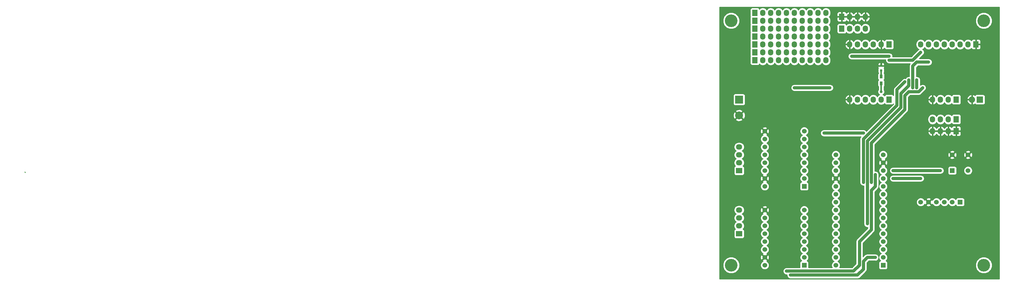
<source format=gbr>
%FSLAX46Y46*%
G04 Gerber Fmt 4.6, Leading zero omitted, Abs format (unit mm)*
G04 Created by KiCad (PCBNEW (2014-jul-16 BZR unknown)-product) date mar. 06 oct. 2015 20:27:54 CEST*
%MOMM*%
G01*
G04 APERTURE LIST*
%ADD10C,0.100000*%
%ADD11R,1.524000X1.524000*%
%ADD12C,1.524000*%
%ADD13R,2.540000X2.540000*%
%ADD14C,2.540000*%
%ADD15R,0.797560X0.797560*%
%ADD16R,1.727200X2.032000*%
%ADD17O,1.727200X2.032000*%
%ADD18R,2.032000X1.727200*%
%ADD19O,2.032000X1.727200*%
%ADD20R,0.900000X1.200000*%
%ADD21R,2.032000X2.032000*%
%ADD22O,2.032000X2.032000*%
%ADD23C,4.064000*%
%ADD24C,0.889000*%
%ADD25C,0.254000*%
%ADD26C,1.000000*%
%ADD27C,0.500000*%
G04 APERTURE END LIST*
D10*
D11*
X158115000Y-147320000D03*
D12*
X158115000Y-144780000D03*
X158115000Y-142240000D03*
X158115000Y-139700000D03*
X158115000Y-137160000D03*
X158115000Y-134620000D03*
X158115000Y-132080000D03*
X158115000Y-129540000D03*
X158115000Y-127000000D03*
X158115000Y-124460000D03*
X158115000Y-121920000D03*
X158115000Y-119380000D03*
X158115000Y-116840000D03*
X158115000Y-114300000D03*
X158115000Y-111760000D03*
X142875000Y-111760000D03*
X142875000Y-114300000D03*
X142875000Y-116840000D03*
X142875000Y-119380000D03*
X142875000Y-121920000D03*
X142875000Y-124460000D03*
X142875000Y-127000000D03*
X142875000Y-129540000D03*
X142875000Y-132080000D03*
X142875000Y-134620000D03*
X142875000Y-137160000D03*
X142875000Y-139700000D03*
X142875000Y-142240000D03*
X142875000Y-144780000D03*
X142875000Y-147320000D03*
D13*
X111760000Y-93980000D03*
D14*
X111760000Y-99060000D03*
D15*
X157480000Y-83070700D03*
X157480000Y-84569300D03*
D11*
X132715000Y-147320000D03*
D12*
X132715000Y-144780000D03*
X132715000Y-142240000D03*
X132715000Y-139700000D03*
X132715000Y-137160000D03*
X132715000Y-134620000D03*
X132715000Y-132080000D03*
X132715000Y-129540000D03*
X120015000Y-129540000D03*
X120015000Y-132080000D03*
X120015000Y-134620000D03*
X120015000Y-137160000D03*
X120015000Y-139700000D03*
X120015000Y-142240000D03*
X120015000Y-144780000D03*
X120015000Y-147320000D03*
D11*
X132715000Y-121920000D03*
D12*
X132715000Y-119380000D03*
X132715000Y-116840000D03*
X132715000Y-114300000D03*
X132715000Y-111760000D03*
X132715000Y-109220000D03*
X132715000Y-106680000D03*
X132715000Y-104140000D03*
X120015000Y-104140000D03*
X120015000Y-106680000D03*
X120015000Y-109220000D03*
X120015000Y-111760000D03*
X120015000Y-114300000D03*
X120015000Y-116840000D03*
X120015000Y-119380000D03*
X120015000Y-121920000D03*
D16*
X181610000Y-93980000D03*
D17*
X179070000Y-93980000D03*
X176530000Y-93980000D03*
X173990000Y-93980000D03*
D16*
X160020000Y-76200000D03*
D17*
X157480000Y-76200000D03*
X154940000Y-76200000D03*
X152400000Y-76200000D03*
X149860000Y-76200000D03*
X147320000Y-76200000D03*
D16*
X160020000Y-93980000D03*
D17*
X157480000Y-93980000D03*
X154940000Y-93980000D03*
X152400000Y-93980000D03*
X149860000Y-93980000D03*
X147320000Y-93980000D03*
D18*
X111760000Y-137160000D03*
D19*
X111760000Y-134620000D03*
X111760000Y-132080000D03*
X111760000Y-129540000D03*
D18*
X111760000Y-116840000D03*
D19*
X111760000Y-114300000D03*
X111760000Y-111760000D03*
X111760000Y-109220000D03*
D20*
X157480000Y-88730000D03*
X157480000Y-86530000D03*
D21*
X189230000Y-93980000D03*
D22*
X186690000Y-93980000D03*
D11*
X180340000Y-116840000D03*
D12*
X180340000Y-111760000D03*
X185420000Y-116840000D03*
X185420000Y-111760000D03*
D11*
X182880000Y-127000000D03*
D12*
X180340000Y-127000000D03*
X177800000Y-127000000D03*
X175260000Y-127000000D03*
X172720000Y-127000000D03*
X170180000Y-127000000D03*
D16*
X187960000Y-76200000D03*
D17*
X185420000Y-76200000D03*
X182880000Y-76200000D03*
X180340000Y-76200000D03*
X177800000Y-76200000D03*
X175260000Y-76200000D03*
X172720000Y-76200000D03*
X170180000Y-76200000D03*
D23*
X109220000Y-68580000D03*
X190500000Y-68580000D03*
X190500000Y-147320000D03*
X109220000Y-147320000D03*
D16*
X116840000Y-66040000D03*
D17*
X119380000Y-66040000D03*
X121920000Y-66040000D03*
X124460000Y-66040000D03*
X127000000Y-66040000D03*
X129540000Y-66040000D03*
X132080000Y-66040000D03*
X134620000Y-66040000D03*
X137160000Y-66040000D03*
X139700000Y-66040000D03*
D16*
X116840000Y-68580000D03*
D17*
X119380000Y-68580000D03*
X121920000Y-68580000D03*
X124460000Y-68580000D03*
X127000000Y-68580000D03*
X129540000Y-68580000D03*
X132080000Y-68580000D03*
X134620000Y-68580000D03*
X137160000Y-68580000D03*
X139700000Y-68580000D03*
D16*
X116840000Y-71120000D03*
D17*
X119380000Y-71120000D03*
X121920000Y-71120000D03*
X124460000Y-71120000D03*
X127000000Y-71120000D03*
X129540000Y-71120000D03*
X132080000Y-71120000D03*
X134620000Y-71120000D03*
X137160000Y-71120000D03*
X139700000Y-71120000D03*
D16*
X116840000Y-73660000D03*
D17*
X119380000Y-73660000D03*
X121920000Y-73660000D03*
X124460000Y-73660000D03*
X127000000Y-73660000D03*
X129540000Y-73660000D03*
X132080000Y-73660000D03*
X134620000Y-73660000D03*
X137160000Y-73660000D03*
X139700000Y-73660000D03*
D16*
X116840000Y-76200000D03*
D17*
X119380000Y-76200000D03*
X121920000Y-76200000D03*
X124460000Y-76200000D03*
X127000000Y-76200000D03*
X129540000Y-76200000D03*
X132080000Y-76200000D03*
X134620000Y-76200000D03*
X137160000Y-76200000D03*
X139700000Y-76200000D03*
D16*
X116840000Y-78740000D03*
D17*
X119380000Y-78740000D03*
X121920000Y-78740000D03*
X124460000Y-78740000D03*
X127000000Y-78740000D03*
X129540000Y-78740000D03*
X132080000Y-78740000D03*
X134620000Y-78740000D03*
X137160000Y-78740000D03*
X139700000Y-78740000D03*
D16*
X116840000Y-81280000D03*
D17*
X119380000Y-81280000D03*
X121920000Y-81280000D03*
X124460000Y-81280000D03*
X127000000Y-81280000D03*
X129540000Y-81280000D03*
X132080000Y-81280000D03*
X134620000Y-81280000D03*
X137160000Y-81280000D03*
X139700000Y-81280000D03*
D16*
X144780000Y-71120000D03*
D17*
X147320000Y-71120000D03*
X149860000Y-71120000D03*
X152400000Y-71120000D03*
D16*
X144780000Y-67310000D03*
D17*
X147320000Y-67310000D03*
X149860000Y-67310000D03*
X152400000Y-67310000D03*
D16*
X181610000Y-100330000D03*
D17*
X179070000Y-100330000D03*
X176530000Y-100330000D03*
X173990000Y-100330000D03*
D16*
X181610000Y-104140000D03*
D17*
X179070000Y-104140000D03*
X176530000Y-104140000D03*
X173990000Y-104140000D03*
D24*
X155575000Y-144795998D03*
X128270000Y-150479002D03*
X140970000Y-90170000D03*
X129540000Y-90170000D03*
X160020000Y-80010000D03*
X147955000Y-80010000D03*
X168910000Y-90170000D03*
X168910000Y-87630000D03*
X172720000Y-81915000D03*
X167640000Y-90170000D03*
X166370000Y-87630000D03*
X153035000Y-133985000D03*
X151765000Y-120650000D03*
X165100000Y-88265000D03*
X154305000Y-120650000D03*
X170815000Y-90170000D03*
X170180000Y-78740000D03*
X160020000Y-81280000D03*
X161290000Y-119380000D03*
X170180000Y-119380000D03*
X151757001Y-104767001D03*
X139065000Y-104775000D03*
X146685000Y-81280000D03*
X127000000Y-149225000D03*
X155575000Y-118110000D03*
X157480000Y-91440000D03*
X176530000Y-116840000D03*
X161290000Y-116840000D03*
D25*
X-118110000Y-117305000D02*
X-117940000Y-117475000D01*
D26*
X155575000Y-144795998D02*
X155559002Y-144780000D01*
X155559002Y-144780000D02*
X153035000Y-144780000D01*
X153035000Y-144780000D02*
X151765000Y-146050000D01*
X151765000Y-146050000D02*
X151765000Y-148590000D01*
X151765000Y-148590000D02*
X149875998Y-150479002D01*
X149875998Y-150479002D02*
X128270000Y-150479002D01*
X140970000Y-90170000D02*
X129540000Y-90170000D01*
X147955000Y-80010000D02*
X160020000Y-80010000D01*
X168910000Y-87630000D02*
X168910000Y-90170000D01*
X168910000Y-81915000D02*
X172720000Y-81915000D01*
X167640000Y-83185000D02*
X168910000Y-81915000D01*
X167640000Y-90170000D02*
X167640000Y-83185000D01*
X153035000Y-107315000D02*
X153035000Y-133985000D01*
X166370000Y-87630000D02*
X166370000Y-89535000D01*
X166370000Y-89535000D02*
X163830000Y-92075000D01*
X163830000Y-92075000D02*
X163830000Y-96520000D01*
X163830000Y-96520000D02*
X153035000Y-107315000D01*
X151765000Y-106680000D02*
X151765000Y-120650000D01*
X162560000Y-95885000D02*
X151765000Y-106680000D01*
X162560000Y-90805000D02*
X162560000Y-95885000D01*
X165100000Y-88265000D02*
X162560000Y-90805000D01*
X166370000Y-91440000D02*
X169545000Y-91440000D01*
X154305000Y-120650000D02*
X154305000Y-107950000D01*
X154305000Y-107950000D02*
X165084002Y-97170998D01*
X165084002Y-97170998D02*
X165084002Y-92725998D01*
X165084002Y-92725998D02*
X166370000Y-91440000D01*
X169545000Y-91440000D02*
X170815000Y-90170000D01*
X167640000Y-81280000D02*
X170180000Y-78740000D01*
X160020000Y-81280000D02*
X167640000Y-81280000D01*
X170180000Y-119380000D02*
X161290000Y-119380000D01*
X151757001Y-104767001D02*
X151749002Y-104775000D01*
X151749002Y-104775000D02*
X139065000Y-104775000D01*
D27*
X157480000Y-83070700D02*
X157480000Y-81915000D01*
X156845000Y-81280000D02*
X146685000Y-81280000D01*
X157480000Y-81915000D02*
X156845000Y-81280000D01*
D26*
X148590000Y-149225000D02*
X127000000Y-149225000D01*
X150495000Y-147320000D02*
X148590000Y-149225000D01*
X150495000Y-139700000D02*
X150495000Y-147320000D01*
X154305000Y-135890000D02*
X150495000Y-139700000D01*
X154305000Y-123190000D02*
X154305000Y-135890000D01*
X155575000Y-121920000D02*
X154305000Y-123190000D01*
X155575000Y-118110000D02*
X155575000Y-121920000D01*
D27*
X157480000Y-91440000D02*
X157480000Y-88730000D01*
X157480000Y-86530000D02*
X157480000Y-84569300D01*
D26*
X161290000Y-116840000D02*
X176530000Y-116840000D01*
D25*
G36*
X195505000Y-151690000D02*
X193167462Y-151690000D01*
X193167462Y-146791828D01*
X193167462Y-68051828D01*
X192762291Y-67071239D01*
X192012707Y-66320345D01*
X191032827Y-65913464D01*
X189971828Y-65912538D01*
X188991239Y-66317709D01*
X188240345Y-67067293D01*
X187833464Y-68047173D01*
X187832538Y-69108172D01*
X188237709Y-70088761D01*
X188987293Y-70839655D01*
X189967173Y-71246536D01*
X191028172Y-71247462D01*
X192008761Y-70842291D01*
X192759655Y-70092707D01*
X193166536Y-69112827D01*
X193167462Y-68051828D01*
X193167462Y-146791828D01*
X192762291Y-145811239D01*
X192012707Y-145060345D01*
X191032827Y-144653464D01*
X190881000Y-144653331D01*
X190881000Y-95122310D01*
X190881000Y-94869691D01*
X190881000Y-92837691D01*
X190784327Y-92604302D01*
X190605699Y-92425673D01*
X190372310Y-92329000D01*
X190119691Y-92329000D01*
X189458600Y-92329000D01*
X189458600Y-77342309D01*
X189458600Y-76485750D01*
X189458600Y-75914250D01*
X189458600Y-75057691D01*
X189361927Y-74824302D01*
X189183299Y-74645673D01*
X188949910Y-74549000D01*
X188697291Y-74549000D01*
X188245750Y-74549000D01*
X188087000Y-74707750D01*
X188087000Y-76073000D01*
X189299850Y-76073000D01*
X189458600Y-75914250D01*
X189458600Y-76485750D01*
X189299850Y-76327000D01*
X188087000Y-76327000D01*
X188087000Y-77692250D01*
X188245750Y-77851000D01*
X188697291Y-77851000D01*
X188949910Y-77851000D01*
X189183299Y-77754327D01*
X189361927Y-77575698D01*
X189458600Y-77342309D01*
X189458600Y-92329000D01*
X188087691Y-92329000D01*
X187854302Y-92425673D01*
X187833000Y-92446974D01*
X187833000Y-77692250D01*
X187833000Y-76327000D01*
X187813000Y-76327000D01*
X187813000Y-76073000D01*
X187833000Y-76073000D01*
X187833000Y-74707750D01*
X187674250Y-74549000D01*
X187222709Y-74549000D01*
X186970090Y-74549000D01*
X186736701Y-74645673D01*
X186558073Y-74824302D01*
X186494500Y-74977780D01*
X186479670Y-74955585D01*
X185993489Y-74630729D01*
X185420000Y-74516655D01*
X184846511Y-74630729D01*
X184360330Y-74955585D01*
X184150000Y-75270365D01*
X183939670Y-74955585D01*
X183453489Y-74630729D01*
X182880000Y-74516655D01*
X182306511Y-74630729D01*
X181820330Y-74955585D01*
X181610000Y-75270365D01*
X181399670Y-74955585D01*
X180913489Y-74630729D01*
X180340000Y-74516655D01*
X179766511Y-74630729D01*
X179280330Y-74955585D01*
X179070000Y-75270365D01*
X178859670Y-74955585D01*
X178373489Y-74630729D01*
X177800000Y-74516655D01*
X177226511Y-74630729D01*
X176740330Y-74955585D01*
X176530000Y-75270365D01*
X176319670Y-74955585D01*
X175833489Y-74630729D01*
X175260000Y-74516655D01*
X174686511Y-74630729D01*
X174200330Y-74955585D01*
X173990000Y-75270365D01*
X173779670Y-74955585D01*
X173293489Y-74630729D01*
X172720000Y-74516655D01*
X172146511Y-74630729D01*
X171660330Y-74955585D01*
X171450000Y-75270365D01*
X171239670Y-74955585D01*
X170753489Y-74630729D01*
X170180000Y-74516655D01*
X169606511Y-74630729D01*
X169120330Y-74955585D01*
X168795474Y-75441766D01*
X168681400Y-76015255D01*
X168681400Y-76384745D01*
X168795474Y-76958234D01*
X169120330Y-77444415D01*
X169606511Y-77769271D01*
X169623923Y-77772734D01*
X169377433Y-77937434D01*
X167169867Y-80145000D01*
X161518600Y-80145000D01*
X161518600Y-77342310D01*
X161518600Y-77089691D01*
X161518600Y-75057691D01*
X161421927Y-74824302D01*
X161243299Y-74645673D01*
X161009910Y-74549000D01*
X160757291Y-74549000D01*
X159030091Y-74549000D01*
X158796702Y-74645673D01*
X158618073Y-74824301D01*
X158536241Y-75021860D01*
X158382036Y-74849268D01*
X157854791Y-74595291D01*
X157839026Y-74592642D01*
X157607000Y-74713783D01*
X157607000Y-76073000D01*
X157627000Y-76073000D01*
X157627000Y-76327000D01*
X157607000Y-76327000D01*
X157607000Y-77686217D01*
X157839026Y-77807358D01*
X157854791Y-77804709D01*
X158382036Y-77550732D01*
X158536241Y-77378139D01*
X158618073Y-77575698D01*
X158796701Y-77754327D01*
X159030090Y-77851000D01*
X159282709Y-77851000D01*
X161009909Y-77851000D01*
X161243298Y-77754327D01*
X161421927Y-77575699D01*
X161518600Y-77342310D01*
X161518600Y-80145000D01*
X161128146Y-80145000D01*
X161155000Y-80010000D01*
X161068603Y-79575654D01*
X160822566Y-79207434D01*
X160454346Y-78961397D01*
X160020000Y-78875000D01*
X157353000Y-78875000D01*
X157353000Y-77686217D01*
X157353000Y-76327000D01*
X157333000Y-76327000D01*
X157333000Y-76073000D01*
X157353000Y-76073000D01*
X157353000Y-74713783D01*
X157120974Y-74592642D01*
X157105209Y-74595291D01*
X156577964Y-74849268D01*
X156206460Y-75265069D01*
X155999670Y-74955585D01*
X155513489Y-74630729D01*
X154940000Y-74516655D01*
X154366511Y-74630729D01*
X153898600Y-74943377D01*
X153898600Y-71304745D01*
X153898600Y-70935255D01*
X153885184Y-70867808D01*
X153885184Y-67671913D01*
X153885184Y-66948087D01*
X153691954Y-66395680D01*
X153302036Y-65959268D01*
X152774791Y-65705291D01*
X152759026Y-65702642D01*
X152527000Y-65823783D01*
X152527000Y-67183000D01*
X153740924Y-67183000D01*
X153885184Y-66948087D01*
X153885184Y-67671913D01*
X153740924Y-67437000D01*
X152527000Y-67437000D01*
X152527000Y-68796217D01*
X152759026Y-68917358D01*
X152774791Y-68914709D01*
X153302036Y-68660732D01*
X153691954Y-68224320D01*
X153885184Y-67671913D01*
X153885184Y-70867808D01*
X153784526Y-70361766D01*
X153459670Y-69875585D01*
X152973489Y-69550729D01*
X152400000Y-69436655D01*
X152273000Y-69461916D01*
X152273000Y-68796217D01*
X152273000Y-67437000D01*
X152273000Y-67183000D01*
X152273000Y-65823783D01*
X152040974Y-65702642D01*
X152025209Y-65705291D01*
X151497964Y-65959268D01*
X151130000Y-66371108D01*
X150762036Y-65959268D01*
X150234791Y-65705291D01*
X150219026Y-65702642D01*
X149987000Y-65823783D01*
X149987000Y-67183000D01*
X151059076Y-67183000D01*
X151200924Y-67183000D01*
X152273000Y-67183000D01*
X152273000Y-67437000D01*
X151200924Y-67437000D01*
X151059076Y-67437000D01*
X149987000Y-67437000D01*
X149987000Y-68796217D01*
X150219026Y-68917358D01*
X150234791Y-68914709D01*
X150762036Y-68660732D01*
X151130000Y-68248891D01*
X151497964Y-68660732D01*
X152025209Y-68914709D01*
X152040974Y-68917358D01*
X152273000Y-68796217D01*
X152273000Y-69461916D01*
X151826511Y-69550729D01*
X151340330Y-69875585D01*
X151130000Y-70190365D01*
X150919670Y-69875585D01*
X150433489Y-69550729D01*
X149860000Y-69436655D01*
X149733000Y-69461916D01*
X149733000Y-68796217D01*
X149733000Y-67437000D01*
X149733000Y-67183000D01*
X149733000Y-65823783D01*
X149500974Y-65702642D01*
X149485209Y-65705291D01*
X148957964Y-65959268D01*
X148590000Y-66371108D01*
X148222036Y-65959268D01*
X147694791Y-65705291D01*
X147679026Y-65702642D01*
X147447000Y-65823783D01*
X147447000Y-67183000D01*
X148519076Y-67183000D01*
X148660924Y-67183000D01*
X149733000Y-67183000D01*
X149733000Y-67437000D01*
X148660924Y-67437000D01*
X148519076Y-67437000D01*
X147447000Y-67437000D01*
X147447000Y-68796217D01*
X147679026Y-68917358D01*
X147694791Y-68914709D01*
X148222036Y-68660732D01*
X148590000Y-68248891D01*
X148957964Y-68660732D01*
X149485209Y-68914709D01*
X149500974Y-68917358D01*
X149733000Y-68796217D01*
X149733000Y-69461916D01*
X149286511Y-69550729D01*
X148800330Y-69875585D01*
X148590000Y-70190365D01*
X148379670Y-69875585D01*
X147893489Y-69550729D01*
X147320000Y-69436655D01*
X147193000Y-69461916D01*
X147193000Y-68796217D01*
X147193000Y-67437000D01*
X147193000Y-67183000D01*
X147193000Y-65823783D01*
X146960974Y-65702642D01*
X146945209Y-65705291D01*
X146417964Y-65959268D01*
X146263758Y-66131860D01*
X146181927Y-65934302D01*
X146003299Y-65755673D01*
X145769910Y-65659000D01*
X145517291Y-65659000D01*
X145065750Y-65659000D01*
X144907000Y-65817750D01*
X144907000Y-67183000D01*
X145979076Y-67183000D01*
X146119850Y-67183000D01*
X147193000Y-67183000D01*
X147193000Y-67437000D01*
X146119850Y-67437000D01*
X145979076Y-67437000D01*
X144907000Y-67437000D01*
X144907000Y-68802250D01*
X145065750Y-68961000D01*
X145517291Y-68961000D01*
X145769910Y-68961000D01*
X146003299Y-68864327D01*
X146181927Y-68685698D01*
X146263758Y-68488139D01*
X146417964Y-68660732D01*
X146945209Y-68914709D01*
X146960974Y-68917358D01*
X147193000Y-68796217D01*
X147193000Y-69461916D01*
X146746511Y-69550729D01*
X146260330Y-69875585D01*
X146245499Y-69897780D01*
X146181927Y-69744302D01*
X146003299Y-69565673D01*
X145769910Y-69469000D01*
X145517291Y-69469000D01*
X144653000Y-69469000D01*
X144653000Y-68802250D01*
X144653000Y-67437000D01*
X144653000Y-67183000D01*
X144653000Y-65817750D01*
X144494250Y-65659000D01*
X144042709Y-65659000D01*
X143790090Y-65659000D01*
X143556701Y-65755673D01*
X143378073Y-65934302D01*
X143281400Y-66167691D01*
X143281400Y-67024250D01*
X143440150Y-67183000D01*
X144653000Y-67183000D01*
X144653000Y-67437000D01*
X143440150Y-67437000D01*
X143281400Y-67595750D01*
X143281400Y-68452309D01*
X143378073Y-68685698D01*
X143556701Y-68864327D01*
X143790090Y-68961000D01*
X144042709Y-68961000D01*
X144494250Y-68961000D01*
X144653000Y-68802250D01*
X144653000Y-69469000D01*
X143790091Y-69469000D01*
X143556702Y-69565673D01*
X143378073Y-69744301D01*
X143281400Y-69977690D01*
X143281400Y-70230309D01*
X143281400Y-72262309D01*
X143378073Y-72495698D01*
X143556701Y-72674327D01*
X143790090Y-72771000D01*
X144042709Y-72771000D01*
X145769909Y-72771000D01*
X146003298Y-72674327D01*
X146181927Y-72495699D01*
X146245500Y-72342220D01*
X146260330Y-72364415D01*
X146746511Y-72689271D01*
X147320000Y-72803345D01*
X147893489Y-72689271D01*
X148379670Y-72364415D01*
X148590000Y-72049634D01*
X148800330Y-72364415D01*
X149286511Y-72689271D01*
X149860000Y-72803345D01*
X150433489Y-72689271D01*
X150919670Y-72364415D01*
X151130000Y-72049634D01*
X151340330Y-72364415D01*
X151826511Y-72689271D01*
X152400000Y-72803345D01*
X152973489Y-72689271D01*
X153459670Y-72364415D01*
X153784526Y-71878234D01*
X153898600Y-71304745D01*
X153898600Y-74943377D01*
X153880330Y-74955585D01*
X153670000Y-75270365D01*
X153459670Y-74955585D01*
X152973489Y-74630729D01*
X152400000Y-74516655D01*
X151826511Y-74630729D01*
X151340330Y-74955585D01*
X151130000Y-75270365D01*
X150919670Y-74955585D01*
X150433489Y-74630729D01*
X149860000Y-74516655D01*
X149286511Y-74630729D01*
X148800330Y-74955585D01*
X148593539Y-75265069D01*
X148222036Y-74849268D01*
X147694791Y-74595291D01*
X147679026Y-74592642D01*
X147447000Y-74713783D01*
X147447000Y-76073000D01*
X147467000Y-76073000D01*
X147467000Y-76327000D01*
X147447000Y-76327000D01*
X147447000Y-77686217D01*
X147679026Y-77807358D01*
X147694791Y-77804709D01*
X148222036Y-77550732D01*
X148593539Y-77134930D01*
X148800330Y-77444415D01*
X149286511Y-77769271D01*
X149860000Y-77883345D01*
X150433489Y-77769271D01*
X150919670Y-77444415D01*
X151130000Y-77129634D01*
X151340330Y-77444415D01*
X151826511Y-77769271D01*
X152400000Y-77883345D01*
X152973489Y-77769271D01*
X153459670Y-77444415D01*
X153670000Y-77129634D01*
X153880330Y-77444415D01*
X154366511Y-77769271D01*
X154940000Y-77883345D01*
X155513489Y-77769271D01*
X155999670Y-77444415D01*
X156206460Y-77134930D01*
X156577964Y-77550732D01*
X157105209Y-77804709D01*
X157120974Y-77807358D01*
X157353000Y-77686217D01*
X157353000Y-78875000D01*
X147955000Y-78875000D01*
X147520654Y-78961397D01*
X147193000Y-79180328D01*
X147193000Y-77686217D01*
X147193000Y-76327000D01*
X147193000Y-76073000D01*
X147193000Y-74713783D01*
X146960974Y-74592642D01*
X146945209Y-74595291D01*
X146417964Y-74849268D01*
X146028046Y-75285680D01*
X145834816Y-75838087D01*
X145979076Y-76073000D01*
X147193000Y-76073000D01*
X147193000Y-76327000D01*
X145979076Y-76327000D01*
X145834816Y-76561913D01*
X146028046Y-77114320D01*
X146417964Y-77550732D01*
X146945209Y-77804709D01*
X146960974Y-77807358D01*
X147193000Y-77686217D01*
X147193000Y-79180328D01*
X147152434Y-79207434D01*
X146906397Y-79575654D01*
X146820000Y-80010000D01*
X146906397Y-80444346D01*
X147152434Y-80812566D01*
X147520654Y-81058603D01*
X147955000Y-81145000D01*
X158911853Y-81145000D01*
X158885000Y-81280000D01*
X158971397Y-81714346D01*
X159217434Y-82082566D01*
X159585654Y-82328603D01*
X160020000Y-82415000D01*
X166815674Y-82415000D01*
X166591397Y-82750654D01*
X166505000Y-83185000D01*
X166505000Y-86521853D01*
X166370000Y-86495000D01*
X165935654Y-86581397D01*
X165567434Y-86827434D01*
X165334145Y-87176575D01*
X165100000Y-87130001D01*
X164665654Y-87216397D01*
X164297433Y-87462434D01*
X161757434Y-90002434D01*
X161511397Y-90370654D01*
X161425000Y-90805000D01*
X161425000Y-92611720D01*
X161421927Y-92604302D01*
X161243299Y-92425673D01*
X161009910Y-92329000D01*
X160757291Y-92329000D01*
X159030091Y-92329000D01*
X158796702Y-92425673D01*
X158618073Y-92604301D01*
X158554499Y-92757779D01*
X158539670Y-92735585D01*
X158053489Y-92410729D01*
X157988681Y-92397837D01*
X158090689Y-92355689D01*
X158394622Y-92052286D01*
X158559313Y-91655668D01*
X158559687Y-91226216D01*
X158395689Y-90829311D01*
X158365000Y-90798568D01*
X158365000Y-89793025D01*
X158468327Y-89689699D01*
X158565000Y-89456310D01*
X158565000Y-89203691D01*
X158565000Y-88003691D01*
X158468327Y-87770302D01*
X158328025Y-87629999D01*
X158468327Y-87489699D01*
X158565000Y-87256310D01*
X158565000Y-87003691D01*
X158565000Y-85803691D01*
X158468327Y-85570302D01*
X158365000Y-85466974D01*
X158365000Y-85379885D01*
X158417107Y-85327779D01*
X158513780Y-85094390D01*
X158513780Y-84841771D01*
X158513780Y-84044211D01*
X158420908Y-83820000D01*
X158513780Y-83595789D01*
X158513780Y-83356450D01*
X158513780Y-82784950D01*
X158513780Y-82545611D01*
X158417107Y-82312222D01*
X158238479Y-82133593D01*
X158005090Y-82036920D01*
X157765750Y-82036920D01*
X157607000Y-82195670D01*
X157607000Y-82943700D01*
X158355030Y-82943700D01*
X158513780Y-82784950D01*
X158513780Y-83356450D01*
X158355030Y-83197700D01*
X157607000Y-83197700D01*
X157607000Y-83217700D01*
X157353000Y-83217700D01*
X157353000Y-83197700D01*
X157353000Y-82943700D01*
X157353000Y-82195670D01*
X157194250Y-82036920D01*
X156954910Y-82036920D01*
X156721521Y-82133593D01*
X156542893Y-82312222D01*
X156446220Y-82545611D01*
X156446220Y-82784950D01*
X156604970Y-82943700D01*
X157353000Y-82943700D01*
X157353000Y-83197700D01*
X156604970Y-83197700D01*
X156446220Y-83356450D01*
X156446220Y-83595789D01*
X156539091Y-83819999D01*
X156446220Y-84044210D01*
X156446220Y-84296829D01*
X156446220Y-85094389D01*
X156542893Y-85327778D01*
X156595000Y-85379885D01*
X156595000Y-85466974D01*
X156491673Y-85570301D01*
X156395000Y-85803690D01*
X156395000Y-86056309D01*
X156395000Y-87256309D01*
X156491673Y-87489698D01*
X156631974Y-87630000D01*
X156491673Y-87770301D01*
X156395000Y-88003690D01*
X156395000Y-88256309D01*
X156395000Y-89456309D01*
X156491673Y-89689698D01*
X156595000Y-89793025D01*
X156595000Y-90798143D01*
X156565378Y-90827714D01*
X156400687Y-91224332D01*
X156400313Y-91653784D01*
X156564311Y-92050689D01*
X156867714Y-92354622D01*
X156971636Y-92397774D01*
X156906511Y-92410729D01*
X156420330Y-92735585D01*
X156210000Y-93050365D01*
X155999670Y-92735585D01*
X155513489Y-92410729D01*
X154940000Y-92296655D01*
X154366511Y-92410729D01*
X153880330Y-92735585D01*
X153670000Y-93050365D01*
X153459670Y-92735585D01*
X152973489Y-92410729D01*
X152400000Y-92296655D01*
X151826511Y-92410729D01*
X151340330Y-92735585D01*
X151130000Y-93050365D01*
X150919670Y-92735585D01*
X150433489Y-92410729D01*
X149860000Y-92296655D01*
X149286511Y-92410729D01*
X148800330Y-92735585D01*
X148593539Y-93045069D01*
X148222036Y-92629268D01*
X147694791Y-92375291D01*
X147679026Y-92372642D01*
X147447000Y-92493783D01*
X147447000Y-93853000D01*
X147467000Y-93853000D01*
X147467000Y-94107000D01*
X147447000Y-94107000D01*
X147447000Y-95466217D01*
X147679026Y-95587358D01*
X147694791Y-95584709D01*
X148222036Y-95330732D01*
X148593539Y-94914930D01*
X148800330Y-95224415D01*
X149286511Y-95549271D01*
X149860000Y-95663345D01*
X150433489Y-95549271D01*
X150919670Y-95224415D01*
X151130000Y-94909634D01*
X151340330Y-95224415D01*
X151826511Y-95549271D01*
X152400000Y-95663345D01*
X152973489Y-95549271D01*
X153459670Y-95224415D01*
X153670000Y-94909634D01*
X153880330Y-95224415D01*
X154366511Y-95549271D01*
X154940000Y-95663345D01*
X155513489Y-95549271D01*
X155999670Y-95224415D01*
X156210000Y-94909634D01*
X156420330Y-95224415D01*
X156906511Y-95549271D01*
X157480000Y-95663345D01*
X158053489Y-95549271D01*
X158539670Y-95224415D01*
X158554500Y-95202219D01*
X158618073Y-95355698D01*
X158796701Y-95534327D01*
X159030090Y-95631000D01*
X159282709Y-95631000D01*
X161009909Y-95631000D01*
X161243298Y-95534327D01*
X161421927Y-95355699D01*
X161425000Y-95348280D01*
X161425000Y-95414868D01*
X152686085Y-104153782D01*
X152559567Y-103964435D01*
X152191346Y-103718398D01*
X151757001Y-103632001D01*
X151716787Y-103640000D01*
X147193000Y-103640000D01*
X147193000Y-95466217D01*
X147193000Y-94107000D01*
X147193000Y-93853000D01*
X147193000Y-92493783D01*
X146960974Y-92372642D01*
X146945209Y-92375291D01*
X146417964Y-92629268D01*
X146028046Y-93065680D01*
X145834816Y-93618087D01*
X145979076Y-93853000D01*
X147193000Y-93853000D01*
X147193000Y-94107000D01*
X145979076Y-94107000D01*
X145834816Y-94341913D01*
X146028046Y-94894320D01*
X146417964Y-95330732D01*
X146945209Y-95584709D01*
X146960974Y-95587358D01*
X147193000Y-95466217D01*
X147193000Y-103640000D01*
X142105000Y-103640000D01*
X142105000Y-90170000D01*
X142018603Y-89735654D01*
X141772566Y-89367434D01*
X141404346Y-89121397D01*
X141198600Y-89080471D01*
X141198600Y-81464745D01*
X141198600Y-81095255D01*
X141084526Y-80521766D01*
X140759670Y-80035585D01*
X140721379Y-80010000D01*
X140759670Y-79984415D01*
X141084526Y-79498234D01*
X141198600Y-78924745D01*
X141198600Y-78555255D01*
X141084526Y-77981766D01*
X140759670Y-77495585D01*
X140721379Y-77470000D01*
X140759670Y-77444415D01*
X141084526Y-76958234D01*
X141198600Y-76384745D01*
X141198600Y-76015255D01*
X141084526Y-75441766D01*
X140759670Y-74955585D01*
X140721379Y-74930000D01*
X140759670Y-74904415D01*
X141084526Y-74418234D01*
X141198600Y-73844745D01*
X141198600Y-73475255D01*
X141084526Y-72901766D01*
X140759670Y-72415585D01*
X140721379Y-72390000D01*
X140759670Y-72364415D01*
X141084526Y-71878234D01*
X141198600Y-71304745D01*
X141198600Y-70935255D01*
X141084526Y-70361766D01*
X140759670Y-69875585D01*
X140721379Y-69850000D01*
X140759670Y-69824415D01*
X141084526Y-69338234D01*
X141198600Y-68764745D01*
X141198600Y-68395255D01*
X141084526Y-67821766D01*
X140759670Y-67335585D01*
X140721379Y-67310000D01*
X140759670Y-67284415D01*
X141084526Y-66798234D01*
X141198600Y-66224745D01*
X141198600Y-65855255D01*
X141084526Y-65281766D01*
X140759670Y-64795585D01*
X140273489Y-64470729D01*
X139700000Y-64356655D01*
X139126511Y-64470729D01*
X138640330Y-64795585D01*
X138430000Y-65110365D01*
X138219670Y-64795585D01*
X137733489Y-64470729D01*
X137160000Y-64356655D01*
X136586511Y-64470729D01*
X136100330Y-64795585D01*
X135890000Y-65110365D01*
X135679670Y-64795585D01*
X135193489Y-64470729D01*
X134620000Y-64356655D01*
X134046511Y-64470729D01*
X133560330Y-64795585D01*
X133350000Y-65110365D01*
X133139670Y-64795585D01*
X132653489Y-64470729D01*
X132080000Y-64356655D01*
X131506511Y-64470729D01*
X131020330Y-64795585D01*
X130810000Y-65110365D01*
X130599670Y-64795585D01*
X130113489Y-64470729D01*
X129540000Y-64356655D01*
X128966511Y-64470729D01*
X128480330Y-64795585D01*
X128270000Y-65110365D01*
X128059670Y-64795585D01*
X127573489Y-64470729D01*
X127000000Y-64356655D01*
X126426511Y-64470729D01*
X125940330Y-64795585D01*
X125730000Y-65110365D01*
X125519670Y-64795585D01*
X125033489Y-64470729D01*
X124460000Y-64356655D01*
X123886511Y-64470729D01*
X123400330Y-64795585D01*
X123190000Y-65110365D01*
X122979670Y-64795585D01*
X122493489Y-64470729D01*
X121920000Y-64356655D01*
X121346511Y-64470729D01*
X120860330Y-64795585D01*
X120650000Y-65110365D01*
X120439670Y-64795585D01*
X119953489Y-64470729D01*
X119380000Y-64356655D01*
X118806511Y-64470729D01*
X118320330Y-64795585D01*
X118305499Y-64817780D01*
X118241927Y-64664302D01*
X118063299Y-64485673D01*
X117829910Y-64389000D01*
X117577291Y-64389000D01*
X115850091Y-64389000D01*
X115616702Y-64485673D01*
X115438073Y-64664301D01*
X115341400Y-64897690D01*
X115341400Y-65150309D01*
X115341400Y-67182309D01*
X115394291Y-67309999D01*
X115341400Y-67437690D01*
X115341400Y-67690309D01*
X115341400Y-69722309D01*
X115394291Y-69849999D01*
X115341400Y-69977690D01*
X115341400Y-70230309D01*
X115341400Y-72262309D01*
X115394291Y-72389999D01*
X115341400Y-72517690D01*
X115341400Y-72770309D01*
X115341400Y-74802309D01*
X115394291Y-74929999D01*
X115341400Y-75057690D01*
X115341400Y-75310309D01*
X115341400Y-77342309D01*
X115394291Y-77469999D01*
X115341400Y-77597690D01*
X115341400Y-77850309D01*
X115341400Y-79882309D01*
X115394291Y-80009999D01*
X115341400Y-80137690D01*
X115341400Y-80390309D01*
X115341400Y-82422309D01*
X115438073Y-82655698D01*
X115616701Y-82834327D01*
X115850090Y-82931000D01*
X116102709Y-82931000D01*
X117829909Y-82931000D01*
X118063298Y-82834327D01*
X118241927Y-82655699D01*
X118305500Y-82502220D01*
X118320330Y-82524415D01*
X118806511Y-82849271D01*
X119380000Y-82963345D01*
X119953489Y-82849271D01*
X120439670Y-82524415D01*
X120650000Y-82209634D01*
X120860330Y-82524415D01*
X121346511Y-82849271D01*
X121920000Y-82963345D01*
X122493489Y-82849271D01*
X122979670Y-82524415D01*
X123190000Y-82209634D01*
X123400330Y-82524415D01*
X123886511Y-82849271D01*
X124460000Y-82963345D01*
X125033489Y-82849271D01*
X125519670Y-82524415D01*
X125730000Y-82209634D01*
X125940330Y-82524415D01*
X126426511Y-82849271D01*
X127000000Y-82963345D01*
X127573489Y-82849271D01*
X128059670Y-82524415D01*
X128270000Y-82209634D01*
X128480330Y-82524415D01*
X128966511Y-82849271D01*
X129540000Y-82963345D01*
X130113489Y-82849271D01*
X130599670Y-82524415D01*
X130810000Y-82209634D01*
X131020330Y-82524415D01*
X131506511Y-82849271D01*
X132080000Y-82963345D01*
X132653489Y-82849271D01*
X133139670Y-82524415D01*
X133350000Y-82209634D01*
X133560330Y-82524415D01*
X134046511Y-82849271D01*
X134620000Y-82963345D01*
X135193489Y-82849271D01*
X135679670Y-82524415D01*
X135890000Y-82209634D01*
X136100330Y-82524415D01*
X136586511Y-82849271D01*
X137160000Y-82963345D01*
X137733489Y-82849271D01*
X138219670Y-82524415D01*
X138430000Y-82209634D01*
X138640330Y-82524415D01*
X139126511Y-82849271D01*
X139700000Y-82963345D01*
X140273489Y-82849271D01*
X140759670Y-82524415D01*
X141084526Y-82038234D01*
X141198600Y-81464745D01*
X141198600Y-89080471D01*
X140970000Y-89035000D01*
X129540000Y-89035000D01*
X129105654Y-89121397D01*
X128737434Y-89367434D01*
X128491397Y-89735654D01*
X128405000Y-90170000D01*
X128491397Y-90604346D01*
X128737434Y-90972566D01*
X129105654Y-91218603D01*
X129540000Y-91305000D01*
X140970000Y-91305000D01*
X141404346Y-91218603D01*
X141772566Y-90972566D01*
X142018603Y-90604346D01*
X142105000Y-90170000D01*
X142105000Y-103640000D01*
X139065000Y-103640000D01*
X138630654Y-103726397D01*
X138262434Y-103972434D01*
X138016397Y-104340654D01*
X137930000Y-104775000D01*
X138016397Y-105209346D01*
X138262434Y-105577566D01*
X138630654Y-105823603D01*
X139065000Y-105910000D01*
X150940674Y-105910000D01*
X150716397Y-106245654D01*
X150630000Y-106680000D01*
X150630000Y-120650000D01*
X150716397Y-121084346D01*
X150962434Y-121452566D01*
X151330654Y-121698603D01*
X151765000Y-121785000D01*
X151900000Y-121758146D01*
X151900000Y-133985000D01*
X151986397Y-134419346D01*
X152232434Y-134787566D01*
X152600654Y-135033603D01*
X153035000Y-135120000D01*
X153170000Y-135093146D01*
X153170000Y-135419868D01*
X149692434Y-138897434D01*
X149446397Y-139265654D01*
X149360000Y-139700000D01*
X149360000Y-146849868D01*
X148119868Y-148090000D01*
X144284144Y-148090000D01*
X144284144Y-119587698D01*
X144272242Y-119349903D01*
X144272242Y-116563339D01*
X144060010Y-116049697D01*
X143667370Y-115656371D01*
X143459487Y-115570050D01*
X143665303Y-115485010D01*
X144058629Y-115092370D01*
X144271757Y-114579100D01*
X144272242Y-114023339D01*
X144060010Y-113509697D01*
X143667370Y-113116371D01*
X143459487Y-113030050D01*
X143665303Y-112945010D01*
X144058629Y-112552370D01*
X144271757Y-112039100D01*
X144272242Y-111483339D01*
X144060010Y-110969697D01*
X143667370Y-110576371D01*
X143154100Y-110363243D01*
X142598339Y-110362758D01*
X142084697Y-110574990D01*
X141691371Y-110967630D01*
X141478243Y-111480900D01*
X141477758Y-112036661D01*
X141689990Y-112550303D01*
X142082630Y-112943629D01*
X142290512Y-113029949D01*
X142084697Y-113114990D01*
X141691371Y-113507630D01*
X141478243Y-114020900D01*
X141477758Y-114576661D01*
X141689990Y-115090303D01*
X142082630Y-115483629D01*
X142290512Y-115569949D01*
X142084697Y-115654990D01*
X141691371Y-116047630D01*
X141478243Y-116560900D01*
X141477758Y-117116661D01*
X141689990Y-117630303D01*
X142082630Y-118023629D01*
X142274727Y-118103394D01*
X142143857Y-118157603D01*
X142074392Y-118399787D01*
X142875000Y-119200395D01*
X143675608Y-118399787D01*
X143606143Y-118157603D01*
X143465682Y-118107491D01*
X143665303Y-118025010D01*
X144058629Y-117632370D01*
X144271757Y-117119100D01*
X144272242Y-116563339D01*
X144272242Y-119349903D01*
X144256362Y-119032632D01*
X144097397Y-118648857D01*
X143855213Y-118579392D01*
X143054605Y-119380000D01*
X143855213Y-120180608D01*
X144097397Y-120111143D01*
X144284144Y-119587698D01*
X144284144Y-148090000D01*
X144067917Y-148090000D01*
X144271757Y-147599100D01*
X144272242Y-147043339D01*
X144060010Y-146529697D01*
X143667370Y-146136371D01*
X143459487Y-146050050D01*
X143665303Y-145965010D01*
X144058629Y-145572370D01*
X144271757Y-145059100D01*
X144272242Y-144503339D01*
X144060010Y-143989697D01*
X143667370Y-143596371D01*
X143459487Y-143510050D01*
X143665303Y-143425010D01*
X144058629Y-143032370D01*
X144271757Y-142519100D01*
X144272242Y-141963339D01*
X144060010Y-141449697D01*
X143667370Y-141056371D01*
X143459487Y-140970050D01*
X143665303Y-140885010D01*
X144058629Y-140492370D01*
X144271757Y-139979100D01*
X144272242Y-139423339D01*
X144060010Y-138909697D01*
X143667370Y-138516371D01*
X143459487Y-138430050D01*
X143665303Y-138345010D01*
X144058629Y-137952370D01*
X144271757Y-137439100D01*
X144272242Y-136883339D01*
X144060010Y-136369697D01*
X143667370Y-135976371D01*
X143459487Y-135890050D01*
X143665303Y-135805010D01*
X144058629Y-135412370D01*
X144271757Y-134899100D01*
X144272242Y-134343339D01*
X144060010Y-133829697D01*
X143667370Y-133436371D01*
X143459487Y-133350050D01*
X143665303Y-133265010D01*
X144058629Y-132872370D01*
X144271757Y-132359100D01*
X144272242Y-131803339D01*
X144060010Y-131289697D01*
X143667370Y-130896371D01*
X143459487Y-130810050D01*
X143665303Y-130725010D01*
X144058629Y-130332370D01*
X144271757Y-129819100D01*
X144272242Y-129263339D01*
X144060010Y-128749697D01*
X143667370Y-128356371D01*
X143459487Y-128270050D01*
X143665303Y-128185010D01*
X144058629Y-127792370D01*
X144271757Y-127279100D01*
X144272242Y-126723339D01*
X144060010Y-126209697D01*
X143667370Y-125816371D01*
X143459487Y-125730050D01*
X143665303Y-125645010D01*
X144058629Y-125252370D01*
X144271757Y-124739100D01*
X144272242Y-124183339D01*
X144060010Y-123669697D01*
X143667370Y-123276371D01*
X143459487Y-123190050D01*
X143665303Y-123105010D01*
X144058629Y-122712370D01*
X144271757Y-122199100D01*
X144272242Y-121643339D01*
X144060010Y-121129697D01*
X143667370Y-120736371D01*
X143475272Y-120656605D01*
X143606143Y-120602397D01*
X143675608Y-120360213D01*
X142875000Y-119559605D01*
X142695395Y-119739210D01*
X142695395Y-119380000D01*
X141894787Y-118579392D01*
X141652603Y-118648857D01*
X141465856Y-119172302D01*
X141493638Y-119727368D01*
X141652603Y-120111143D01*
X141894787Y-120180608D01*
X142695395Y-119380000D01*
X142695395Y-119739210D01*
X142074392Y-120360213D01*
X142143857Y-120602397D01*
X142284317Y-120652508D01*
X142084697Y-120734990D01*
X141691371Y-121127630D01*
X141478243Y-121640900D01*
X141477758Y-122196661D01*
X141689990Y-122710303D01*
X142082630Y-123103629D01*
X142290512Y-123189949D01*
X142084697Y-123274990D01*
X141691371Y-123667630D01*
X141478243Y-124180900D01*
X141477758Y-124736661D01*
X141689990Y-125250303D01*
X142082630Y-125643629D01*
X142290512Y-125729949D01*
X142084697Y-125814990D01*
X141691371Y-126207630D01*
X141478243Y-126720900D01*
X141477758Y-127276661D01*
X141689990Y-127790303D01*
X142082630Y-128183629D01*
X142290512Y-128269949D01*
X142084697Y-128354990D01*
X141691371Y-128747630D01*
X141478243Y-129260900D01*
X141477758Y-129816661D01*
X141689990Y-130330303D01*
X142082630Y-130723629D01*
X142290512Y-130809949D01*
X142084697Y-130894990D01*
X141691371Y-131287630D01*
X141478243Y-131800900D01*
X141477758Y-132356661D01*
X141689990Y-132870303D01*
X142082630Y-133263629D01*
X142290512Y-133349949D01*
X142084697Y-133434990D01*
X141691371Y-133827630D01*
X141478243Y-134340900D01*
X141477758Y-134896661D01*
X141689990Y-135410303D01*
X142082630Y-135803629D01*
X142290512Y-135889949D01*
X142084697Y-135974990D01*
X141691371Y-136367630D01*
X141478243Y-136880900D01*
X141477758Y-137436661D01*
X141689990Y-137950303D01*
X142082630Y-138343629D01*
X142290512Y-138429949D01*
X142084697Y-138514990D01*
X141691371Y-138907630D01*
X141478243Y-139420900D01*
X141477758Y-139976661D01*
X141689990Y-140490303D01*
X142082630Y-140883629D01*
X142290512Y-140969949D01*
X142084697Y-141054990D01*
X141691371Y-141447630D01*
X141478243Y-141960900D01*
X141477758Y-142516661D01*
X141689990Y-143030303D01*
X142082630Y-143423629D01*
X142290512Y-143509949D01*
X142084697Y-143594990D01*
X141691371Y-143987630D01*
X141478243Y-144500900D01*
X141477758Y-145056661D01*
X141689990Y-145570303D01*
X142082630Y-145963629D01*
X142290512Y-146049949D01*
X142084697Y-146134990D01*
X141691371Y-146527630D01*
X141478243Y-147040900D01*
X141477758Y-147596661D01*
X141681600Y-148090000D01*
X134112000Y-148090000D01*
X134112000Y-147955691D01*
X134112000Y-146431691D01*
X134015327Y-146198302D01*
X133836699Y-146019673D01*
X133603310Y-145923000D01*
X133547386Y-145923000D01*
X133898629Y-145572370D01*
X134111757Y-145059100D01*
X134112242Y-144503339D01*
X133900010Y-143989697D01*
X133507370Y-143596371D01*
X133299487Y-143510050D01*
X133505303Y-143425010D01*
X133898629Y-143032370D01*
X134111757Y-142519100D01*
X134112242Y-141963339D01*
X133900010Y-141449697D01*
X133507370Y-141056371D01*
X133299487Y-140970050D01*
X133505303Y-140885010D01*
X133898629Y-140492370D01*
X134111757Y-139979100D01*
X134112242Y-139423339D01*
X133900010Y-138909697D01*
X133507370Y-138516371D01*
X133299487Y-138430050D01*
X133505303Y-138345010D01*
X133898629Y-137952370D01*
X134111757Y-137439100D01*
X134112242Y-136883339D01*
X133900010Y-136369697D01*
X133507370Y-135976371D01*
X133299487Y-135890050D01*
X133505303Y-135805010D01*
X133898629Y-135412370D01*
X134111757Y-134899100D01*
X134112242Y-134343339D01*
X133900010Y-133829697D01*
X133507370Y-133436371D01*
X133299487Y-133350050D01*
X133505303Y-133265010D01*
X133898629Y-132872370D01*
X134111757Y-132359100D01*
X134112242Y-131803339D01*
X133900010Y-131289697D01*
X133507370Y-130896371D01*
X133299487Y-130810050D01*
X133505303Y-130725010D01*
X133898629Y-130332370D01*
X134111757Y-129819100D01*
X134112242Y-129263339D01*
X134112242Y-119103339D01*
X133900010Y-118589697D01*
X133507370Y-118196371D01*
X133299487Y-118110050D01*
X133505303Y-118025010D01*
X133898629Y-117632370D01*
X134111757Y-117119100D01*
X134112242Y-116563339D01*
X133900010Y-116049697D01*
X133507370Y-115656371D01*
X133299487Y-115570050D01*
X133505303Y-115485010D01*
X133898629Y-115092370D01*
X134111757Y-114579100D01*
X134112242Y-114023339D01*
X133900010Y-113509697D01*
X133507370Y-113116371D01*
X133299487Y-113030050D01*
X133505303Y-112945010D01*
X133898629Y-112552370D01*
X134111757Y-112039100D01*
X134112242Y-111483339D01*
X133900010Y-110969697D01*
X133507370Y-110576371D01*
X133299487Y-110490050D01*
X133505303Y-110405010D01*
X133898629Y-110012370D01*
X134111757Y-109499100D01*
X134112242Y-108943339D01*
X133900010Y-108429697D01*
X133507370Y-108036371D01*
X133299487Y-107950050D01*
X133505303Y-107865010D01*
X133898629Y-107472370D01*
X134111757Y-106959100D01*
X134112242Y-106403339D01*
X133900010Y-105889697D01*
X133507370Y-105496371D01*
X133299487Y-105410050D01*
X133505303Y-105325010D01*
X133898629Y-104932370D01*
X134111757Y-104419100D01*
X134112242Y-103863339D01*
X133900010Y-103349697D01*
X133507370Y-102956371D01*
X132994100Y-102743243D01*
X132438339Y-102742758D01*
X131924697Y-102954990D01*
X131531371Y-103347630D01*
X131318243Y-103860900D01*
X131317758Y-104416661D01*
X131529990Y-104930303D01*
X131922630Y-105323629D01*
X132130512Y-105409949D01*
X131924697Y-105494990D01*
X131531371Y-105887630D01*
X131318243Y-106400900D01*
X131317758Y-106956661D01*
X131529990Y-107470303D01*
X131922630Y-107863629D01*
X132130512Y-107949949D01*
X131924697Y-108034990D01*
X131531371Y-108427630D01*
X131318243Y-108940900D01*
X131317758Y-109496661D01*
X131529990Y-110010303D01*
X131922630Y-110403629D01*
X132130512Y-110489949D01*
X131924697Y-110574990D01*
X131531371Y-110967630D01*
X131318243Y-111480900D01*
X131317758Y-112036661D01*
X131529990Y-112550303D01*
X131922630Y-112943629D01*
X132130512Y-113029949D01*
X131924697Y-113114990D01*
X131531371Y-113507630D01*
X131318243Y-114020900D01*
X131317758Y-114576661D01*
X131529990Y-115090303D01*
X131922630Y-115483629D01*
X132130512Y-115569949D01*
X131924697Y-115654990D01*
X131531371Y-116047630D01*
X131318243Y-116560900D01*
X131317758Y-117116661D01*
X131529990Y-117630303D01*
X131922630Y-118023629D01*
X132130512Y-118109949D01*
X131924697Y-118194990D01*
X131531371Y-118587630D01*
X131318243Y-119100900D01*
X131317758Y-119656661D01*
X131529990Y-120170303D01*
X131882071Y-120523000D01*
X131826691Y-120523000D01*
X131593302Y-120619673D01*
X131414673Y-120798301D01*
X131318000Y-121031690D01*
X131318000Y-121284309D01*
X131318000Y-122808309D01*
X131414673Y-123041698D01*
X131593301Y-123220327D01*
X131826690Y-123317000D01*
X132079309Y-123317000D01*
X133603309Y-123317000D01*
X133836698Y-123220327D01*
X134015327Y-123041699D01*
X134112000Y-122808310D01*
X134112000Y-122555691D01*
X134112000Y-121031691D01*
X134015327Y-120798302D01*
X133836699Y-120619673D01*
X133603310Y-120523000D01*
X133547386Y-120523000D01*
X133898629Y-120172370D01*
X134111757Y-119659100D01*
X134112242Y-119103339D01*
X134112242Y-129263339D01*
X133900010Y-128749697D01*
X133507370Y-128356371D01*
X132994100Y-128143243D01*
X132438339Y-128142758D01*
X131924697Y-128354990D01*
X131531371Y-128747630D01*
X131318243Y-129260900D01*
X131317758Y-129816661D01*
X131529990Y-130330303D01*
X131922630Y-130723629D01*
X132130512Y-130809949D01*
X131924697Y-130894990D01*
X131531371Y-131287630D01*
X131318243Y-131800900D01*
X131317758Y-132356661D01*
X131529990Y-132870303D01*
X131922630Y-133263629D01*
X132130512Y-133349949D01*
X131924697Y-133434990D01*
X131531371Y-133827630D01*
X131318243Y-134340900D01*
X131317758Y-134896661D01*
X131529990Y-135410303D01*
X131922630Y-135803629D01*
X132130512Y-135889949D01*
X131924697Y-135974990D01*
X131531371Y-136367630D01*
X131318243Y-136880900D01*
X131317758Y-137436661D01*
X131529990Y-137950303D01*
X131922630Y-138343629D01*
X132130512Y-138429949D01*
X131924697Y-138514990D01*
X131531371Y-138907630D01*
X131318243Y-139420900D01*
X131317758Y-139976661D01*
X131529990Y-140490303D01*
X131922630Y-140883629D01*
X132130512Y-140969949D01*
X131924697Y-141054990D01*
X131531371Y-141447630D01*
X131318243Y-141960900D01*
X131317758Y-142516661D01*
X131529990Y-143030303D01*
X131922630Y-143423629D01*
X132130512Y-143509949D01*
X131924697Y-143594990D01*
X131531371Y-143987630D01*
X131318243Y-144500900D01*
X131317758Y-145056661D01*
X131529990Y-145570303D01*
X131882071Y-145923000D01*
X131826691Y-145923000D01*
X131593302Y-146019673D01*
X131414673Y-146198301D01*
X131318000Y-146431690D01*
X131318000Y-146684309D01*
X131318000Y-148090000D01*
X127000000Y-148090000D01*
X126565654Y-148176397D01*
X126197434Y-148422434D01*
X125951397Y-148790654D01*
X125865000Y-149225000D01*
X125951397Y-149659346D01*
X126197434Y-150027566D01*
X126565654Y-150273603D01*
X127000000Y-150360000D01*
X127158671Y-150360000D01*
X127135000Y-150479002D01*
X127221397Y-150913348D01*
X127467434Y-151281568D01*
X127835654Y-151527605D01*
X128270000Y-151614002D01*
X149875998Y-151614002D01*
X150310343Y-151527605D01*
X150310344Y-151527605D01*
X150678564Y-151281568D01*
X152567566Y-149392566D01*
X152813603Y-149024346D01*
X152813603Y-149024345D01*
X152900000Y-148590000D01*
X152900000Y-146520132D01*
X153505132Y-145915000D01*
X155494572Y-145915000D01*
X155575000Y-145930998D01*
X156009346Y-145844602D01*
X156377566Y-145598564D01*
X156623604Y-145230344D01*
X156710000Y-144795998D01*
X156623604Y-144361653D01*
X156377566Y-143993432D01*
X156361568Y-143977434D01*
X155993348Y-143731397D01*
X155559002Y-143645000D01*
X153035000Y-143645000D01*
X152600654Y-143731397D01*
X152232434Y-143977434D01*
X151630000Y-144579868D01*
X151630000Y-140170132D01*
X155107566Y-136692566D01*
X155353603Y-136324346D01*
X155353604Y-136324345D01*
X155440000Y-135890000D01*
X155440000Y-123660132D01*
X156377566Y-122722566D01*
X156623603Y-122354346D01*
X156623603Y-122354345D01*
X156710000Y-121920000D01*
X156710000Y-118110000D01*
X156623603Y-117675654D01*
X156377566Y-117307434D01*
X156009346Y-117061397D01*
X155575000Y-116975000D01*
X155440000Y-117001853D01*
X155440000Y-108420132D01*
X165886568Y-97973564D01*
X166132605Y-97605344D01*
X166132605Y-97605343D01*
X166219002Y-97170998D01*
X166219002Y-93196130D01*
X166840132Y-92575000D01*
X169545000Y-92575000D01*
X169979345Y-92488603D01*
X169979346Y-92488603D01*
X170347566Y-92242566D01*
X171617566Y-90972566D01*
X171863603Y-90604345D01*
X171950000Y-90170000D01*
X171863603Y-89735655D01*
X171617566Y-89367434D01*
X171249345Y-89121397D01*
X170815000Y-89035000D01*
X170380655Y-89121397D01*
X170045000Y-89345674D01*
X170045000Y-87630000D01*
X169958603Y-87195654D01*
X169712566Y-86827434D01*
X169344346Y-86581397D01*
X168910000Y-86495000D01*
X168775000Y-86521853D01*
X168775000Y-83655132D01*
X169380132Y-83050000D01*
X172720000Y-83050000D01*
X173154346Y-82963603D01*
X173522566Y-82717566D01*
X173768603Y-82349346D01*
X173855000Y-81915000D01*
X173768603Y-81480654D01*
X173522566Y-81112434D01*
X173154346Y-80866397D01*
X172720000Y-80780000D01*
X169745132Y-80780000D01*
X170982566Y-79542567D01*
X171228603Y-79174346D01*
X171314999Y-78740000D01*
X171228603Y-78305655D01*
X170982566Y-77937434D01*
X170736075Y-77772734D01*
X170753489Y-77769271D01*
X171239670Y-77444415D01*
X171450000Y-77129634D01*
X171660330Y-77444415D01*
X172146511Y-77769271D01*
X172720000Y-77883345D01*
X173293489Y-77769271D01*
X173779670Y-77444415D01*
X173990000Y-77129634D01*
X174200330Y-77444415D01*
X174686511Y-77769271D01*
X175260000Y-77883345D01*
X175833489Y-77769271D01*
X176319670Y-77444415D01*
X176530000Y-77129634D01*
X176740330Y-77444415D01*
X177226511Y-77769271D01*
X177800000Y-77883345D01*
X178373489Y-77769271D01*
X178859670Y-77444415D01*
X179070000Y-77129634D01*
X179280330Y-77444415D01*
X179766511Y-77769271D01*
X180340000Y-77883345D01*
X180913489Y-77769271D01*
X181399670Y-77444415D01*
X181610000Y-77129634D01*
X181820330Y-77444415D01*
X182306511Y-77769271D01*
X182880000Y-77883345D01*
X183453489Y-77769271D01*
X183939670Y-77444415D01*
X184150000Y-77129634D01*
X184360330Y-77444415D01*
X184846511Y-77769271D01*
X185420000Y-77883345D01*
X185993489Y-77769271D01*
X186479670Y-77444415D01*
X186494500Y-77422219D01*
X186558073Y-77575698D01*
X186736701Y-77754327D01*
X186970090Y-77851000D01*
X187222709Y-77851000D01*
X187674250Y-77851000D01*
X187833000Y-77692250D01*
X187833000Y-92446974D01*
X187675673Y-92604301D01*
X187651319Y-92663096D01*
X187554818Y-92573615D01*
X187072944Y-92374025D01*
X186817000Y-92493164D01*
X186817000Y-93853000D01*
X186837000Y-93853000D01*
X186837000Y-94107000D01*
X186817000Y-94107000D01*
X186817000Y-95466836D01*
X187072944Y-95585975D01*
X187554818Y-95386385D01*
X187651319Y-95296903D01*
X187675673Y-95355698D01*
X187854301Y-95534327D01*
X188087690Y-95631000D01*
X188340309Y-95631000D01*
X190372309Y-95631000D01*
X190605698Y-95534327D01*
X190784327Y-95355699D01*
X190881000Y-95122310D01*
X190881000Y-144653331D01*
X189971828Y-144652538D01*
X188991239Y-145057709D01*
X188240345Y-145807293D01*
X187833464Y-146787173D01*
X187832538Y-147848172D01*
X188237709Y-148828761D01*
X188987293Y-149579655D01*
X189967173Y-149986536D01*
X191028172Y-149987462D01*
X192008761Y-149582291D01*
X192759655Y-148832707D01*
X193166536Y-147852827D01*
X193167462Y-146791828D01*
X193167462Y-151690000D01*
X186829144Y-151690000D01*
X186829144Y-111967698D01*
X186801362Y-111412632D01*
X186642397Y-111028857D01*
X186563000Y-111006083D01*
X186563000Y-95466836D01*
X186563000Y-94107000D01*
X186563000Y-93853000D01*
X186563000Y-92493164D01*
X186307056Y-92374025D01*
X185825182Y-92573615D01*
X185352812Y-93011621D01*
X185084017Y-93597054D01*
X185202633Y-93853000D01*
X186563000Y-93853000D01*
X186563000Y-94107000D01*
X185202633Y-94107000D01*
X185084017Y-94362946D01*
X185352812Y-94948379D01*
X185825182Y-95386385D01*
X186307056Y-95585975D01*
X186563000Y-95466836D01*
X186563000Y-111006083D01*
X186400213Y-110959392D01*
X186220608Y-111138997D01*
X186220608Y-110779787D01*
X186151143Y-110537603D01*
X185627698Y-110350856D01*
X185072632Y-110378638D01*
X184688857Y-110537603D01*
X184619392Y-110779787D01*
X185420000Y-111580395D01*
X186220608Y-110779787D01*
X186220608Y-111138997D01*
X185599605Y-111760000D01*
X186400213Y-112560608D01*
X186642397Y-112491143D01*
X186829144Y-111967698D01*
X186829144Y-151690000D01*
X186817242Y-151690000D01*
X186817242Y-116563339D01*
X186605010Y-116049697D01*
X186220608Y-115664623D01*
X186220608Y-112740213D01*
X185420000Y-111939605D01*
X185240395Y-112119210D01*
X185240395Y-111760000D01*
X184439787Y-110959392D01*
X184197603Y-111028857D01*
X184010856Y-111552302D01*
X184038638Y-112107368D01*
X184197603Y-112491143D01*
X184439787Y-112560608D01*
X185240395Y-111760000D01*
X185240395Y-112119210D01*
X184619392Y-112740213D01*
X184688857Y-112982397D01*
X185212302Y-113169144D01*
X185767368Y-113141362D01*
X186151143Y-112982397D01*
X186220608Y-112740213D01*
X186220608Y-115664623D01*
X186212370Y-115656371D01*
X185699100Y-115443243D01*
X185143339Y-115442758D01*
X184629697Y-115654990D01*
X184236371Y-116047630D01*
X184023243Y-116560900D01*
X184022758Y-117116661D01*
X184234990Y-117630303D01*
X184627630Y-118023629D01*
X185140900Y-118236757D01*
X185696661Y-118237242D01*
X186210303Y-118025010D01*
X186603629Y-117632370D01*
X186816757Y-117119100D01*
X186817242Y-116563339D01*
X186817242Y-151690000D01*
X184277000Y-151690000D01*
X184277000Y-127888310D01*
X184277000Y-127635691D01*
X184277000Y-126111691D01*
X184180327Y-125878302D01*
X184001699Y-125699673D01*
X183768310Y-125603000D01*
X183515691Y-125603000D01*
X183108600Y-125603000D01*
X183108600Y-105282309D01*
X183108600Y-104425750D01*
X183108600Y-103854250D01*
X183108600Y-102997691D01*
X183108600Y-101472310D01*
X183108600Y-101219691D01*
X183108600Y-99187691D01*
X183108600Y-95122310D01*
X183108600Y-94869691D01*
X183108600Y-92837691D01*
X183011927Y-92604302D01*
X182833299Y-92425673D01*
X182599910Y-92329000D01*
X182347291Y-92329000D01*
X180620091Y-92329000D01*
X180386702Y-92425673D01*
X180208073Y-92604301D01*
X180144499Y-92757779D01*
X180129670Y-92735585D01*
X179643489Y-92410729D01*
X179070000Y-92296655D01*
X178496511Y-92410729D01*
X178010330Y-92735585D01*
X177800000Y-93050365D01*
X177589670Y-92735585D01*
X177103489Y-92410729D01*
X176530000Y-92296655D01*
X175956511Y-92410729D01*
X175470330Y-92735585D01*
X175263539Y-93045069D01*
X174892036Y-92629268D01*
X174364791Y-92375291D01*
X174349026Y-92372642D01*
X174117000Y-92493783D01*
X174117000Y-93853000D01*
X174137000Y-93853000D01*
X174137000Y-94107000D01*
X174117000Y-94107000D01*
X174117000Y-95466217D01*
X174349026Y-95587358D01*
X174364791Y-95584709D01*
X174892036Y-95330732D01*
X175263539Y-94914930D01*
X175470330Y-95224415D01*
X175956511Y-95549271D01*
X176530000Y-95663345D01*
X177103489Y-95549271D01*
X177589670Y-95224415D01*
X177800000Y-94909634D01*
X178010330Y-95224415D01*
X178496511Y-95549271D01*
X179070000Y-95663345D01*
X179643489Y-95549271D01*
X180129670Y-95224415D01*
X180144500Y-95202219D01*
X180208073Y-95355698D01*
X180386701Y-95534327D01*
X180620090Y-95631000D01*
X180872709Y-95631000D01*
X182599909Y-95631000D01*
X182833298Y-95534327D01*
X183011927Y-95355699D01*
X183108600Y-95122310D01*
X183108600Y-99187691D01*
X183011927Y-98954302D01*
X182833299Y-98775673D01*
X182599910Y-98679000D01*
X182347291Y-98679000D01*
X180620091Y-98679000D01*
X180386702Y-98775673D01*
X180208073Y-98954301D01*
X180144499Y-99107779D01*
X180129670Y-99085585D01*
X179643489Y-98760729D01*
X179070000Y-98646655D01*
X178496511Y-98760729D01*
X178010330Y-99085585D01*
X177800000Y-99400365D01*
X177589670Y-99085585D01*
X177103489Y-98760729D01*
X176530000Y-98646655D01*
X175956511Y-98760729D01*
X175470330Y-99085585D01*
X175260000Y-99400365D01*
X175049670Y-99085585D01*
X174563489Y-98760729D01*
X173990000Y-98646655D01*
X173863000Y-98671916D01*
X173863000Y-95466217D01*
X173863000Y-94107000D01*
X173863000Y-93853000D01*
X173863000Y-92493783D01*
X173630974Y-92372642D01*
X173615209Y-92375291D01*
X173087964Y-92629268D01*
X172698046Y-93065680D01*
X172504816Y-93618087D01*
X172649076Y-93853000D01*
X173863000Y-93853000D01*
X173863000Y-94107000D01*
X172649076Y-94107000D01*
X172504816Y-94341913D01*
X172698046Y-94894320D01*
X173087964Y-95330732D01*
X173615209Y-95584709D01*
X173630974Y-95587358D01*
X173863000Y-95466217D01*
X173863000Y-98671916D01*
X173416511Y-98760729D01*
X172930330Y-99085585D01*
X172605474Y-99571766D01*
X172491400Y-100145255D01*
X172491400Y-100514745D01*
X172605474Y-101088234D01*
X172930330Y-101574415D01*
X173416511Y-101899271D01*
X173990000Y-102013345D01*
X174563489Y-101899271D01*
X175049670Y-101574415D01*
X175260000Y-101259634D01*
X175470330Y-101574415D01*
X175956511Y-101899271D01*
X176530000Y-102013345D01*
X177103489Y-101899271D01*
X177589670Y-101574415D01*
X177800000Y-101259634D01*
X178010330Y-101574415D01*
X178496511Y-101899271D01*
X179070000Y-102013345D01*
X179643489Y-101899271D01*
X180129670Y-101574415D01*
X180144500Y-101552219D01*
X180208073Y-101705698D01*
X180386701Y-101884327D01*
X180620090Y-101981000D01*
X180872709Y-101981000D01*
X182599909Y-101981000D01*
X182833298Y-101884327D01*
X183011927Y-101705699D01*
X183108600Y-101472310D01*
X183108600Y-102997691D01*
X183011927Y-102764302D01*
X182833299Y-102585673D01*
X182599910Y-102489000D01*
X182347291Y-102489000D01*
X181895750Y-102489000D01*
X181737000Y-102647750D01*
X181737000Y-104013000D01*
X182949850Y-104013000D01*
X183108600Y-103854250D01*
X183108600Y-104425750D01*
X182949850Y-104267000D01*
X181737000Y-104267000D01*
X181737000Y-105632250D01*
X181895750Y-105791000D01*
X182347291Y-105791000D01*
X182599910Y-105791000D01*
X182833299Y-105694327D01*
X183011927Y-105515698D01*
X183108600Y-105282309D01*
X183108600Y-125603000D01*
X181991691Y-125603000D01*
X181758302Y-125699673D01*
X181749144Y-125708830D01*
X181749144Y-111967698D01*
X181721362Y-111412632D01*
X181562397Y-111028857D01*
X181483000Y-111006083D01*
X181483000Y-105632250D01*
X181483000Y-104267000D01*
X181483000Y-104013000D01*
X181483000Y-102647750D01*
X181324250Y-102489000D01*
X180872709Y-102489000D01*
X180620090Y-102489000D01*
X180386701Y-102585673D01*
X180208073Y-102764302D01*
X180126241Y-102961860D01*
X179972036Y-102789268D01*
X179444791Y-102535291D01*
X179429026Y-102532642D01*
X179197000Y-102653783D01*
X179197000Y-104013000D01*
X180270150Y-104013000D01*
X180410924Y-104013000D01*
X181483000Y-104013000D01*
X181483000Y-104267000D01*
X180410924Y-104267000D01*
X180270150Y-104267000D01*
X179197000Y-104267000D01*
X179197000Y-105626217D01*
X179429026Y-105747358D01*
X179444791Y-105744709D01*
X179972036Y-105490732D01*
X180126241Y-105318139D01*
X180208073Y-105515698D01*
X180386701Y-105694327D01*
X180620090Y-105791000D01*
X180872709Y-105791000D01*
X181324250Y-105791000D01*
X181483000Y-105632250D01*
X181483000Y-111006083D01*
X181320213Y-110959392D01*
X181140608Y-111138997D01*
X181140608Y-110779787D01*
X181071143Y-110537603D01*
X180547698Y-110350856D01*
X179992632Y-110378638D01*
X179608857Y-110537603D01*
X179539392Y-110779787D01*
X180340000Y-111580395D01*
X181140608Y-110779787D01*
X181140608Y-111138997D01*
X180519605Y-111760000D01*
X181320213Y-112560608D01*
X181562397Y-112491143D01*
X181749144Y-111967698D01*
X181749144Y-125708830D01*
X181737000Y-125720974D01*
X181737000Y-117728310D01*
X181737000Y-117475691D01*
X181737000Y-115951691D01*
X181640327Y-115718302D01*
X181461699Y-115539673D01*
X181228310Y-115443000D01*
X181140608Y-115443000D01*
X181140608Y-112740213D01*
X180340000Y-111939605D01*
X180160395Y-112119210D01*
X180160395Y-111760000D01*
X179359787Y-110959392D01*
X179117603Y-111028857D01*
X178943000Y-111518262D01*
X178943000Y-105626217D01*
X178943000Y-104267000D01*
X178943000Y-104013000D01*
X178943000Y-102653783D01*
X178710974Y-102532642D01*
X178695209Y-102535291D01*
X178167964Y-102789268D01*
X177800000Y-103201108D01*
X177432036Y-102789268D01*
X176904791Y-102535291D01*
X176889026Y-102532642D01*
X176657000Y-102653783D01*
X176657000Y-104013000D01*
X177729076Y-104013000D01*
X177870924Y-104013000D01*
X178943000Y-104013000D01*
X178943000Y-104267000D01*
X177870924Y-104267000D01*
X177729076Y-104267000D01*
X176657000Y-104267000D01*
X176657000Y-105626217D01*
X176889026Y-105747358D01*
X176904791Y-105744709D01*
X177432036Y-105490732D01*
X177800000Y-105078891D01*
X178167964Y-105490732D01*
X178695209Y-105744709D01*
X178710974Y-105747358D01*
X178943000Y-105626217D01*
X178943000Y-111518262D01*
X178930856Y-111552302D01*
X178958638Y-112107368D01*
X179117603Y-112491143D01*
X179359787Y-112560608D01*
X180160395Y-111760000D01*
X180160395Y-112119210D01*
X179539392Y-112740213D01*
X179608857Y-112982397D01*
X180132302Y-113169144D01*
X180687368Y-113141362D01*
X181071143Y-112982397D01*
X181140608Y-112740213D01*
X181140608Y-115443000D01*
X180975691Y-115443000D01*
X179451691Y-115443000D01*
X179218302Y-115539673D01*
X179039673Y-115718301D01*
X178943000Y-115951690D01*
X178943000Y-116204309D01*
X178943000Y-117728309D01*
X179039673Y-117961698D01*
X179218301Y-118140327D01*
X179451690Y-118237000D01*
X179704309Y-118237000D01*
X181228309Y-118237000D01*
X181461698Y-118140327D01*
X181640327Y-117961699D01*
X181737000Y-117728310D01*
X181737000Y-125720974D01*
X181579673Y-125878301D01*
X181483000Y-126111690D01*
X181483000Y-126167613D01*
X181132370Y-125816371D01*
X180619100Y-125603243D01*
X180063339Y-125602758D01*
X179549697Y-125814990D01*
X179156371Y-126207630D01*
X179070050Y-126415512D01*
X178985010Y-126209697D01*
X178592370Y-125816371D01*
X178079100Y-125603243D01*
X177665000Y-125602881D01*
X177665000Y-116840000D01*
X177578603Y-116405654D01*
X177332566Y-116037434D01*
X176964346Y-115791397D01*
X176530000Y-115705000D01*
X176403000Y-115705000D01*
X176403000Y-105626217D01*
X176403000Y-104267000D01*
X176403000Y-104013000D01*
X176403000Y-102653783D01*
X176170974Y-102532642D01*
X176155209Y-102535291D01*
X175627964Y-102789268D01*
X175260000Y-103201108D01*
X174892036Y-102789268D01*
X174364791Y-102535291D01*
X174349026Y-102532642D01*
X174117000Y-102653783D01*
X174117000Y-104013000D01*
X175189076Y-104013000D01*
X175330924Y-104013000D01*
X176403000Y-104013000D01*
X176403000Y-104267000D01*
X175330924Y-104267000D01*
X175189076Y-104267000D01*
X174117000Y-104267000D01*
X174117000Y-105626217D01*
X174349026Y-105747358D01*
X174364791Y-105744709D01*
X174892036Y-105490732D01*
X175260000Y-105078891D01*
X175627964Y-105490732D01*
X176155209Y-105744709D01*
X176170974Y-105747358D01*
X176403000Y-105626217D01*
X176403000Y-115705000D01*
X173863000Y-115705000D01*
X173863000Y-105626217D01*
X173863000Y-104267000D01*
X173863000Y-104013000D01*
X173863000Y-102653783D01*
X173630974Y-102532642D01*
X173615209Y-102535291D01*
X173087964Y-102789268D01*
X172698046Y-103225680D01*
X172504816Y-103778087D01*
X172649076Y-104013000D01*
X173863000Y-104013000D01*
X173863000Y-104267000D01*
X172649076Y-104267000D01*
X172504816Y-104501913D01*
X172698046Y-105054320D01*
X173087964Y-105490732D01*
X173615209Y-105744709D01*
X173630974Y-105747358D01*
X173863000Y-105626217D01*
X173863000Y-115705000D01*
X161290000Y-115705000D01*
X160855654Y-115791397D01*
X160487434Y-116037434D01*
X160241397Y-116405654D01*
X160155000Y-116840000D01*
X160241397Y-117274346D01*
X160487434Y-117642566D01*
X160855654Y-117888603D01*
X161290000Y-117975000D01*
X176530000Y-117975000D01*
X176964346Y-117888603D01*
X177332566Y-117642566D01*
X177578603Y-117274346D01*
X177665000Y-116840000D01*
X177665000Y-125602881D01*
X177523339Y-125602758D01*
X177009697Y-125814990D01*
X176616371Y-126207630D01*
X176530050Y-126415512D01*
X176445010Y-126209697D01*
X176052370Y-125816371D01*
X175539100Y-125603243D01*
X174983339Y-125602758D01*
X174469697Y-125814990D01*
X174076371Y-126207630D01*
X173996605Y-126399727D01*
X173942397Y-126268857D01*
X173700213Y-126199392D01*
X173520608Y-126378997D01*
X173520608Y-126019787D01*
X173451143Y-125777603D01*
X172927698Y-125590856D01*
X172372632Y-125618638D01*
X171988857Y-125777603D01*
X171919392Y-126019787D01*
X172720000Y-126820395D01*
X173520608Y-126019787D01*
X173520608Y-126378997D01*
X172899605Y-127000000D01*
X173700213Y-127800608D01*
X173942397Y-127731143D01*
X173992508Y-127590682D01*
X174074990Y-127790303D01*
X174467630Y-128183629D01*
X174980900Y-128396757D01*
X175536661Y-128397242D01*
X176050303Y-128185010D01*
X176443629Y-127792370D01*
X176529949Y-127584487D01*
X176614990Y-127790303D01*
X177007630Y-128183629D01*
X177520900Y-128396757D01*
X178076661Y-128397242D01*
X178590303Y-128185010D01*
X178983629Y-127792370D01*
X179069949Y-127584487D01*
X179154990Y-127790303D01*
X179547630Y-128183629D01*
X180060900Y-128396757D01*
X180616661Y-128397242D01*
X181130303Y-128185010D01*
X181483000Y-127832928D01*
X181483000Y-127888309D01*
X181579673Y-128121698D01*
X181758301Y-128300327D01*
X181991690Y-128397000D01*
X182244309Y-128397000D01*
X183768309Y-128397000D01*
X184001698Y-128300327D01*
X184180327Y-128121699D01*
X184277000Y-127888310D01*
X184277000Y-151690000D01*
X173520608Y-151690000D01*
X173520608Y-127980213D01*
X172720000Y-127179605D01*
X172540395Y-127359210D01*
X172540395Y-127000000D01*
X171739787Y-126199392D01*
X171497603Y-126268857D01*
X171447491Y-126409317D01*
X171365010Y-126209697D01*
X171315000Y-126159599D01*
X171315000Y-119380000D01*
X171228603Y-118945654D01*
X170982566Y-118577434D01*
X170614346Y-118331397D01*
X170180000Y-118245000D01*
X161290000Y-118245000D01*
X160855654Y-118331397D01*
X160487434Y-118577434D01*
X160241397Y-118945654D01*
X160155000Y-119380000D01*
X160241397Y-119814346D01*
X160487434Y-120182566D01*
X160855654Y-120428603D01*
X161290000Y-120515000D01*
X170180000Y-120515000D01*
X170614346Y-120428603D01*
X170982566Y-120182566D01*
X171228603Y-119814346D01*
X171315000Y-119380000D01*
X171315000Y-126159599D01*
X170972370Y-125816371D01*
X170459100Y-125603243D01*
X169903339Y-125602758D01*
X169389697Y-125814990D01*
X168996371Y-126207630D01*
X168783243Y-126720900D01*
X168782758Y-127276661D01*
X168994990Y-127790303D01*
X169387630Y-128183629D01*
X169900900Y-128396757D01*
X170456661Y-128397242D01*
X170970303Y-128185010D01*
X171363629Y-127792370D01*
X171443394Y-127600272D01*
X171497603Y-127731143D01*
X171739787Y-127800608D01*
X172540395Y-127000000D01*
X172540395Y-127359210D01*
X171919392Y-127980213D01*
X171988857Y-128222397D01*
X172512302Y-128409144D01*
X173067368Y-128381362D01*
X173451143Y-128222397D01*
X173520608Y-127980213D01*
X173520608Y-151690000D01*
X159524144Y-151690000D01*
X159524144Y-114507698D01*
X159512242Y-114269903D01*
X159512242Y-111483339D01*
X159300010Y-110969697D01*
X158907370Y-110576371D01*
X158394100Y-110363243D01*
X157838339Y-110362758D01*
X157324697Y-110574990D01*
X156931371Y-110967630D01*
X156718243Y-111480900D01*
X156717758Y-112036661D01*
X156929990Y-112550303D01*
X157322630Y-112943629D01*
X157514727Y-113023394D01*
X157383857Y-113077603D01*
X157314392Y-113319787D01*
X158115000Y-114120395D01*
X158915608Y-113319787D01*
X158846143Y-113077603D01*
X158705682Y-113027491D01*
X158905303Y-112945010D01*
X159298629Y-112552370D01*
X159511757Y-112039100D01*
X159512242Y-111483339D01*
X159512242Y-114269903D01*
X159496362Y-113952632D01*
X159337397Y-113568857D01*
X159095213Y-113499392D01*
X158294605Y-114300000D01*
X159095213Y-115100608D01*
X159337397Y-115031143D01*
X159524144Y-114507698D01*
X159524144Y-151690000D01*
X159512242Y-151690000D01*
X159512242Y-144503339D01*
X159300010Y-143989697D01*
X158907370Y-143596371D01*
X158699487Y-143510050D01*
X158905303Y-143425010D01*
X159298629Y-143032370D01*
X159511757Y-142519100D01*
X159512242Y-141963339D01*
X159300010Y-141449697D01*
X158907370Y-141056371D01*
X158699487Y-140970050D01*
X158905303Y-140885010D01*
X159298629Y-140492370D01*
X159511757Y-139979100D01*
X159512242Y-139423339D01*
X159300010Y-138909697D01*
X158907370Y-138516371D01*
X158699487Y-138430050D01*
X158905303Y-138345010D01*
X159298629Y-137952370D01*
X159511757Y-137439100D01*
X159512242Y-136883339D01*
X159300010Y-136369697D01*
X158907370Y-135976371D01*
X158699487Y-135890050D01*
X158905303Y-135805010D01*
X159298629Y-135412370D01*
X159511757Y-134899100D01*
X159512242Y-134343339D01*
X159300010Y-133829697D01*
X158907370Y-133436371D01*
X158699487Y-133350050D01*
X158905303Y-133265010D01*
X159298629Y-132872370D01*
X159511757Y-132359100D01*
X159512242Y-131803339D01*
X159300010Y-131289697D01*
X158907370Y-130896371D01*
X158699487Y-130810050D01*
X158905303Y-130725010D01*
X159298629Y-130332370D01*
X159511757Y-129819100D01*
X159512242Y-129263339D01*
X159300010Y-128749697D01*
X158907370Y-128356371D01*
X158699487Y-128270050D01*
X158905303Y-128185010D01*
X159298629Y-127792370D01*
X159511757Y-127279100D01*
X159512242Y-126723339D01*
X159300010Y-126209697D01*
X158907370Y-125816371D01*
X158699487Y-125730050D01*
X158905303Y-125645010D01*
X159298629Y-125252370D01*
X159511757Y-124739100D01*
X159512242Y-124183339D01*
X159300010Y-123669697D01*
X158907370Y-123276371D01*
X158699487Y-123190050D01*
X158905303Y-123105010D01*
X159298629Y-122712370D01*
X159511757Y-122199100D01*
X159512242Y-121643339D01*
X159300010Y-121129697D01*
X158907370Y-120736371D01*
X158699487Y-120650050D01*
X158905303Y-120565010D01*
X159298629Y-120172370D01*
X159511757Y-119659100D01*
X159512242Y-119103339D01*
X159300010Y-118589697D01*
X158907370Y-118196371D01*
X158699487Y-118110050D01*
X158905303Y-118025010D01*
X159298629Y-117632370D01*
X159511757Y-117119100D01*
X159512242Y-116563339D01*
X159300010Y-116049697D01*
X158907370Y-115656371D01*
X158715272Y-115576605D01*
X158846143Y-115522397D01*
X158915608Y-115280213D01*
X158115000Y-114479605D01*
X157935395Y-114659210D01*
X157935395Y-114300000D01*
X157134787Y-113499392D01*
X156892603Y-113568857D01*
X156705856Y-114092302D01*
X156733638Y-114647368D01*
X156892603Y-115031143D01*
X157134787Y-115100608D01*
X157935395Y-114300000D01*
X157935395Y-114659210D01*
X157314392Y-115280213D01*
X157383857Y-115522397D01*
X157524317Y-115572508D01*
X157324697Y-115654990D01*
X156931371Y-116047630D01*
X156718243Y-116560900D01*
X156717758Y-117116661D01*
X156929990Y-117630303D01*
X157322630Y-118023629D01*
X157530512Y-118109949D01*
X157324697Y-118194990D01*
X156931371Y-118587630D01*
X156718243Y-119100900D01*
X156717758Y-119656661D01*
X156929990Y-120170303D01*
X157322630Y-120563629D01*
X157530512Y-120649949D01*
X157324697Y-120734990D01*
X156931371Y-121127630D01*
X156718243Y-121640900D01*
X156717758Y-122196661D01*
X156929990Y-122710303D01*
X157322630Y-123103629D01*
X157530512Y-123189949D01*
X157324697Y-123274990D01*
X156931371Y-123667630D01*
X156718243Y-124180900D01*
X156717758Y-124736661D01*
X156929990Y-125250303D01*
X157322630Y-125643629D01*
X157530512Y-125729949D01*
X157324697Y-125814990D01*
X156931371Y-126207630D01*
X156718243Y-126720900D01*
X156717758Y-127276661D01*
X156929990Y-127790303D01*
X157322630Y-128183629D01*
X157530512Y-128269949D01*
X157324697Y-128354990D01*
X156931371Y-128747630D01*
X156718243Y-129260900D01*
X156717758Y-129816661D01*
X156929990Y-130330303D01*
X157322630Y-130723629D01*
X157530512Y-130809949D01*
X157324697Y-130894990D01*
X156931371Y-131287630D01*
X156718243Y-131800900D01*
X156717758Y-132356661D01*
X156929990Y-132870303D01*
X157322630Y-133263629D01*
X157530512Y-133349949D01*
X157324697Y-133434990D01*
X156931371Y-133827630D01*
X156718243Y-134340900D01*
X156717758Y-134896661D01*
X156929990Y-135410303D01*
X157322630Y-135803629D01*
X157530512Y-135889949D01*
X157324697Y-135974990D01*
X156931371Y-136367630D01*
X156718243Y-136880900D01*
X156717758Y-137436661D01*
X156929990Y-137950303D01*
X157322630Y-138343629D01*
X157530512Y-138429949D01*
X157324697Y-138514990D01*
X156931371Y-138907630D01*
X156718243Y-139420900D01*
X156717758Y-139976661D01*
X156929990Y-140490303D01*
X157322630Y-140883629D01*
X157530512Y-140969949D01*
X157324697Y-141054990D01*
X156931371Y-141447630D01*
X156718243Y-141960900D01*
X156717758Y-142516661D01*
X156929990Y-143030303D01*
X157322630Y-143423629D01*
X157530512Y-143509949D01*
X157324697Y-143594990D01*
X156931371Y-143987630D01*
X156718243Y-144500900D01*
X156717758Y-145056661D01*
X156929990Y-145570303D01*
X157282071Y-145923000D01*
X157226691Y-145923000D01*
X156993302Y-146019673D01*
X156814673Y-146198301D01*
X156718000Y-146431690D01*
X156718000Y-146684309D01*
X156718000Y-148208309D01*
X156814673Y-148441698D01*
X156993301Y-148620327D01*
X157226690Y-148717000D01*
X157479309Y-148717000D01*
X159003309Y-148717000D01*
X159236698Y-148620327D01*
X159415327Y-148441699D01*
X159512000Y-148208310D01*
X159512000Y-147955691D01*
X159512000Y-146431691D01*
X159415327Y-146198302D01*
X159236699Y-146019673D01*
X159003310Y-145923000D01*
X158947386Y-145923000D01*
X159298629Y-145572370D01*
X159511757Y-145059100D01*
X159512242Y-144503339D01*
X159512242Y-151690000D01*
X121424144Y-151690000D01*
X121424144Y-144987698D01*
X121424144Y-129747698D01*
X121424144Y-119587698D01*
X121424144Y-104347698D01*
X121396362Y-103792632D01*
X121237397Y-103408857D01*
X120995213Y-103339392D01*
X120815608Y-103518997D01*
X120815608Y-103159787D01*
X120746143Y-102917603D01*
X120222698Y-102730856D01*
X119667632Y-102758638D01*
X119283857Y-102917603D01*
X119214392Y-103159787D01*
X120015000Y-103960395D01*
X120815608Y-103159787D01*
X120815608Y-103518997D01*
X120194605Y-104140000D01*
X120995213Y-104940608D01*
X121237397Y-104871143D01*
X121424144Y-104347698D01*
X121424144Y-119587698D01*
X121412242Y-119349903D01*
X121412242Y-116563339D01*
X121200010Y-116049697D01*
X120807370Y-115656371D01*
X120599487Y-115570050D01*
X120805303Y-115485010D01*
X121198629Y-115092370D01*
X121411757Y-114579100D01*
X121412242Y-114023339D01*
X121200010Y-113509697D01*
X120807370Y-113116371D01*
X120599487Y-113030050D01*
X120805303Y-112945010D01*
X121198629Y-112552370D01*
X121411757Y-112039100D01*
X121412242Y-111483339D01*
X121200010Y-110969697D01*
X120807370Y-110576371D01*
X120599487Y-110490050D01*
X120805303Y-110405010D01*
X121198629Y-110012370D01*
X121411757Y-109499100D01*
X121412242Y-108943339D01*
X121200010Y-108429697D01*
X120807370Y-108036371D01*
X120599487Y-107950050D01*
X120805303Y-107865010D01*
X121198629Y-107472370D01*
X121411757Y-106959100D01*
X121412242Y-106403339D01*
X121200010Y-105889697D01*
X120807370Y-105496371D01*
X120615272Y-105416605D01*
X120746143Y-105362397D01*
X120815608Y-105120213D01*
X120015000Y-104319605D01*
X119835395Y-104499210D01*
X119835395Y-104140000D01*
X119034787Y-103339392D01*
X118792603Y-103408857D01*
X118605856Y-103932302D01*
X118633638Y-104487368D01*
X118792603Y-104871143D01*
X119034787Y-104940608D01*
X119835395Y-104140000D01*
X119835395Y-104499210D01*
X119214392Y-105120213D01*
X119283857Y-105362397D01*
X119424317Y-105412508D01*
X119224697Y-105494990D01*
X118831371Y-105887630D01*
X118618243Y-106400900D01*
X118617758Y-106956661D01*
X118829990Y-107470303D01*
X119222630Y-107863629D01*
X119430512Y-107949949D01*
X119224697Y-108034990D01*
X118831371Y-108427630D01*
X118618243Y-108940900D01*
X118617758Y-109496661D01*
X118829990Y-110010303D01*
X119222630Y-110403629D01*
X119430512Y-110489949D01*
X119224697Y-110574990D01*
X118831371Y-110967630D01*
X118618243Y-111480900D01*
X118617758Y-112036661D01*
X118829990Y-112550303D01*
X119222630Y-112943629D01*
X119430512Y-113029949D01*
X119224697Y-113114990D01*
X118831371Y-113507630D01*
X118618243Y-114020900D01*
X118617758Y-114576661D01*
X118829990Y-115090303D01*
X119222630Y-115483629D01*
X119430512Y-115569949D01*
X119224697Y-115654990D01*
X118831371Y-116047630D01*
X118618243Y-116560900D01*
X118617758Y-117116661D01*
X118829990Y-117630303D01*
X119222630Y-118023629D01*
X119414727Y-118103394D01*
X119283857Y-118157603D01*
X119214392Y-118399787D01*
X120015000Y-119200395D01*
X120815608Y-118399787D01*
X120746143Y-118157603D01*
X120605682Y-118107491D01*
X120805303Y-118025010D01*
X121198629Y-117632370D01*
X121411757Y-117119100D01*
X121412242Y-116563339D01*
X121412242Y-119349903D01*
X121396362Y-119032632D01*
X121237397Y-118648857D01*
X120995213Y-118579392D01*
X120194605Y-119380000D01*
X120995213Y-120180608D01*
X121237397Y-120111143D01*
X121424144Y-119587698D01*
X121424144Y-129747698D01*
X121412242Y-129509903D01*
X121412242Y-121643339D01*
X121200010Y-121129697D01*
X120807370Y-120736371D01*
X120615272Y-120656605D01*
X120746143Y-120602397D01*
X120815608Y-120360213D01*
X120015000Y-119559605D01*
X119835395Y-119739210D01*
X119835395Y-119380000D01*
X119034787Y-118579392D01*
X118792603Y-118648857D01*
X118605856Y-119172302D01*
X118633638Y-119727368D01*
X118792603Y-120111143D01*
X119034787Y-120180608D01*
X119835395Y-119380000D01*
X119835395Y-119739210D01*
X119214392Y-120360213D01*
X119283857Y-120602397D01*
X119424317Y-120652508D01*
X119224697Y-120734990D01*
X118831371Y-121127630D01*
X118618243Y-121640900D01*
X118617758Y-122196661D01*
X118829990Y-122710303D01*
X119222630Y-123103629D01*
X119735900Y-123316757D01*
X120291661Y-123317242D01*
X120805303Y-123105010D01*
X121198629Y-122712370D01*
X121411757Y-122199100D01*
X121412242Y-121643339D01*
X121412242Y-129509903D01*
X121396362Y-129192632D01*
X121237397Y-128808857D01*
X120995213Y-128739392D01*
X120815608Y-128918997D01*
X120815608Y-128559787D01*
X120746143Y-128317603D01*
X120222698Y-128130856D01*
X119667632Y-128158638D01*
X119283857Y-128317603D01*
X119214392Y-128559787D01*
X120015000Y-129360395D01*
X120815608Y-128559787D01*
X120815608Y-128918997D01*
X120194605Y-129540000D01*
X120995213Y-130340608D01*
X121237397Y-130271143D01*
X121424144Y-129747698D01*
X121424144Y-144987698D01*
X121412242Y-144749903D01*
X121412242Y-141963339D01*
X121200010Y-141449697D01*
X120807370Y-141056371D01*
X120599487Y-140970050D01*
X120805303Y-140885010D01*
X121198629Y-140492370D01*
X121411757Y-139979100D01*
X121412242Y-139423339D01*
X121200010Y-138909697D01*
X120807370Y-138516371D01*
X120599487Y-138430050D01*
X120805303Y-138345010D01*
X121198629Y-137952370D01*
X121411757Y-137439100D01*
X121412242Y-136883339D01*
X121200010Y-136369697D01*
X120807370Y-135976371D01*
X120599487Y-135890050D01*
X120805303Y-135805010D01*
X121198629Y-135412370D01*
X121411757Y-134899100D01*
X121412242Y-134343339D01*
X121200010Y-133829697D01*
X120807370Y-133436371D01*
X120599487Y-133350050D01*
X120805303Y-133265010D01*
X121198629Y-132872370D01*
X121411757Y-132359100D01*
X121412242Y-131803339D01*
X121200010Y-131289697D01*
X120807370Y-130896371D01*
X120615272Y-130816605D01*
X120746143Y-130762397D01*
X120815608Y-130520213D01*
X120015000Y-129719605D01*
X119835395Y-129899210D01*
X119835395Y-129540000D01*
X119034787Y-128739392D01*
X118792603Y-128808857D01*
X118605856Y-129332302D01*
X118633638Y-129887368D01*
X118792603Y-130271143D01*
X119034787Y-130340608D01*
X119835395Y-129540000D01*
X119835395Y-129899210D01*
X119214392Y-130520213D01*
X119283857Y-130762397D01*
X119424317Y-130812508D01*
X119224697Y-130894990D01*
X118831371Y-131287630D01*
X118618243Y-131800900D01*
X118617758Y-132356661D01*
X118829990Y-132870303D01*
X119222630Y-133263629D01*
X119430512Y-133349949D01*
X119224697Y-133434990D01*
X118831371Y-133827630D01*
X118618243Y-134340900D01*
X118617758Y-134896661D01*
X118829990Y-135410303D01*
X119222630Y-135803629D01*
X119430512Y-135889949D01*
X119224697Y-135974990D01*
X118831371Y-136367630D01*
X118618243Y-136880900D01*
X118617758Y-137436661D01*
X118829990Y-137950303D01*
X119222630Y-138343629D01*
X119430512Y-138429949D01*
X119224697Y-138514990D01*
X118831371Y-138907630D01*
X118618243Y-139420900D01*
X118617758Y-139976661D01*
X118829990Y-140490303D01*
X119222630Y-140883629D01*
X119430512Y-140969949D01*
X119224697Y-141054990D01*
X118831371Y-141447630D01*
X118618243Y-141960900D01*
X118617758Y-142516661D01*
X118829990Y-143030303D01*
X119222630Y-143423629D01*
X119414727Y-143503394D01*
X119283857Y-143557603D01*
X119214392Y-143799787D01*
X120015000Y-144600395D01*
X120815608Y-143799787D01*
X120746143Y-143557603D01*
X120605682Y-143507491D01*
X120805303Y-143425010D01*
X121198629Y-143032370D01*
X121411757Y-142519100D01*
X121412242Y-141963339D01*
X121412242Y-144749903D01*
X121396362Y-144432632D01*
X121237397Y-144048857D01*
X120995213Y-143979392D01*
X120194605Y-144780000D01*
X120995213Y-145580608D01*
X121237397Y-145511143D01*
X121424144Y-144987698D01*
X121424144Y-151690000D01*
X121412242Y-151690000D01*
X121412242Y-147043339D01*
X121200010Y-146529697D01*
X120807370Y-146136371D01*
X120615272Y-146056605D01*
X120746143Y-146002397D01*
X120815608Y-145760213D01*
X120015000Y-144959605D01*
X119835395Y-145139210D01*
X119835395Y-144780000D01*
X119034787Y-143979392D01*
X118792603Y-144048857D01*
X118605856Y-144572302D01*
X118633638Y-145127368D01*
X118792603Y-145511143D01*
X119034787Y-145580608D01*
X119835395Y-144780000D01*
X119835395Y-145139210D01*
X119214392Y-145760213D01*
X119283857Y-146002397D01*
X119424317Y-146052508D01*
X119224697Y-146134990D01*
X118831371Y-146527630D01*
X118618243Y-147040900D01*
X118617758Y-147596661D01*
X118829990Y-148110303D01*
X119222630Y-148503629D01*
X119735900Y-148716757D01*
X120291661Y-148717242D01*
X120805303Y-148505010D01*
X121198629Y-148112370D01*
X121411757Y-147599100D01*
X121412242Y-147043339D01*
X121412242Y-151690000D01*
X113674261Y-151690000D01*
X113674261Y-99388964D01*
X113665000Y-99035062D01*
X113665000Y-95376310D01*
X113665000Y-95123691D01*
X113665000Y-92583691D01*
X113568327Y-92350302D01*
X113389699Y-92171673D01*
X113156310Y-92075000D01*
X112903691Y-92075000D01*
X111887462Y-92075000D01*
X111887462Y-68051828D01*
X111482291Y-67071239D01*
X110732707Y-66320345D01*
X109752827Y-65913464D01*
X108691828Y-65912538D01*
X107711239Y-66317709D01*
X106960345Y-67067293D01*
X106553464Y-68047173D01*
X106552538Y-69108172D01*
X106957709Y-70088761D01*
X107707293Y-70839655D01*
X108687173Y-71246536D01*
X109748172Y-71247462D01*
X110728761Y-70842291D01*
X111479655Y-70092707D01*
X111886536Y-69112827D01*
X111887462Y-68051828D01*
X111887462Y-92075000D01*
X110363691Y-92075000D01*
X110130302Y-92171673D01*
X109951673Y-92350301D01*
X109855000Y-92583690D01*
X109855000Y-92836309D01*
X109855000Y-95376309D01*
X109951673Y-95609698D01*
X110130301Y-95788327D01*
X110363690Y-95885000D01*
X110616309Y-95885000D01*
X113156309Y-95885000D01*
X113389698Y-95788327D01*
X113568327Y-95609699D01*
X113665000Y-95376310D01*
X113665000Y-99035062D01*
X113654436Y-98631368D01*
X113402657Y-98023520D01*
X113107777Y-97891828D01*
X112928172Y-98071433D01*
X112928172Y-97712223D01*
X112796480Y-97417343D01*
X112088964Y-97145739D01*
X111331368Y-97165564D01*
X110723520Y-97417343D01*
X110591828Y-97712223D01*
X111760000Y-98880395D01*
X112928172Y-97712223D01*
X112928172Y-98071433D01*
X111939605Y-99060000D01*
X113107777Y-100228172D01*
X113402657Y-100096480D01*
X113674261Y-99388964D01*
X113674261Y-151690000D01*
X113443345Y-151690000D01*
X113443345Y-134620000D01*
X113329271Y-134046511D01*
X113004415Y-133560330D01*
X112689634Y-133350000D01*
X113004415Y-133139670D01*
X113329271Y-132653489D01*
X113443345Y-132080000D01*
X113329271Y-131506511D01*
X113004415Y-131020330D01*
X112689634Y-130810000D01*
X113004415Y-130599670D01*
X113329271Y-130113489D01*
X113443345Y-129540000D01*
X113443345Y-114300000D01*
X113329271Y-113726511D01*
X113004415Y-113240330D01*
X112689634Y-113030000D01*
X113004415Y-112819670D01*
X113329271Y-112333489D01*
X113443345Y-111760000D01*
X113329271Y-111186511D01*
X113004415Y-110700330D01*
X112689634Y-110490000D01*
X113004415Y-110279670D01*
X113329271Y-109793489D01*
X113443345Y-109220000D01*
X113329271Y-108646511D01*
X113004415Y-108160330D01*
X112928172Y-108109386D01*
X112928172Y-100407777D01*
X111760000Y-99239605D01*
X111580395Y-99419210D01*
X111580395Y-99060000D01*
X110412223Y-97891828D01*
X110117343Y-98023520D01*
X109845739Y-98731036D01*
X109865564Y-99488632D01*
X110117343Y-100096480D01*
X110412223Y-100228172D01*
X111580395Y-99060000D01*
X111580395Y-99419210D01*
X110591828Y-100407777D01*
X110723520Y-100702657D01*
X111431036Y-100974261D01*
X112188632Y-100954436D01*
X112796480Y-100702657D01*
X112928172Y-100407777D01*
X112928172Y-108109386D01*
X112518234Y-107835474D01*
X111944745Y-107721400D01*
X111575255Y-107721400D01*
X111001766Y-107835474D01*
X110515585Y-108160330D01*
X110190729Y-108646511D01*
X110076655Y-109220000D01*
X110190729Y-109793489D01*
X110515585Y-110279670D01*
X110830365Y-110490000D01*
X110515585Y-110700330D01*
X110190729Y-111186511D01*
X110076655Y-111760000D01*
X110190729Y-112333489D01*
X110515585Y-112819670D01*
X110830365Y-113030000D01*
X110515585Y-113240330D01*
X110190729Y-113726511D01*
X110076655Y-114300000D01*
X110190729Y-114873489D01*
X110515585Y-115359670D01*
X110537780Y-115374500D01*
X110384302Y-115438073D01*
X110205673Y-115616701D01*
X110109000Y-115850090D01*
X110109000Y-116102709D01*
X110109000Y-117829909D01*
X110205673Y-118063298D01*
X110384301Y-118241927D01*
X110617690Y-118338600D01*
X110870309Y-118338600D01*
X112902309Y-118338600D01*
X113135698Y-118241927D01*
X113314327Y-118063299D01*
X113411000Y-117829910D01*
X113411000Y-117577291D01*
X113411000Y-115850091D01*
X113314327Y-115616702D01*
X113135699Y-115438073D01*
X112982220Y-115374499D01*
X113004415Y-115359670D01*
X113329271Y-114873489D01*
X113443345Y-114300000D01*
X113443345Y-129540000D01*
X113329271Y-128966511D01*
X113004415Y-128480330D01*
X112518234Y-128155474D01*
X111944745Y-128041400D01*
X111575255Y-128041400D01*
X111001766Y-128155474D01*
X110515585Y-128480330D01*
X110190729Y-128966511D01*
X110076655Y-129540000D01*
X110190729Y-130113489D01*
X110515585Y-130599670D01*
X110830365Y-130810000D01*
X110515585Y-131020330D01*
X110190729Y-131506511D01*
X110076655Y-132080000D01*
X110190729Y-132653489D01*
X110515585Y-133139670D01*
X110830365Y-133350000D01*
X110515585Y-133560330D01*
X110190729Y-134046511D01*
X110076655Y-134620000D01*
X110190729Y-135193489D01*
X110515585Y-135679670D01*
X110537780Y-135694500D01*
X110384302Y-135758073D01*
X110205673Y-135936701D01*
X110109000Y-136170090D01*
X110109000Y-136422709D01*
X110109000Y-138149909D01*
X110205673Y-138383298D01*
X110384301Y-138561927D01*
X110617690Y-138658600D01*
X110870309Y-138658600D01*
X112902309Y-138658600D01*
X113135698Y-138561927D01*
X113314327Y-138383299D01*
X113411000Y-138149910D01*
X113411000Y-137897291D01*
X113411000Y-136170091D01*
X113314327Y-135936702D01*
X113135699Y-135758073D01*
X112982220Y-135694499D01*
X113004415Y-135679670D01*
X113329271Y-135193489D01*
X113443345Y-134620000D01*
X113443345Y-151690000D01*
X111887462Y-151690000D01*
X111887462Y-146791828D01*
X111482291Y-145811239D01*
X110732707Y-145060345D01*
X109752827Y-144653464D01*
X108691828Y-144652538D01*
X107711239Y-145057709D01*
X106960345Y-145807293D01*
X106553464Y-146787173D01*
X106552538Y-147848172D01*
X106957709Y-148828761D01*
X107707293Y-149579655D01*
X108687173Y-149986536D01*
X109748172Y-149987462D01*
X110728761Y-149582291D01*
X111479655Y-148832707D01*
X111886536Y-147852827D01*
X111887462Y-146791828D01*
X111887462Y-151690000D01*
X105485000Y-151690000D01*
X105485000Y-64210000D01*
X195505000Y-64210000D01*
X195505000Y-151690000D01*
X195505000Y-151690000D01*
G37*
X195505000Y-151690000D02*
X193167462Y-151690000D01*
X193167462Y-146791828D01*
X193167462Y-68051828D01*
X192762291Y-67071239D01*
X192012707Y-66320345D01*
X191032827Y-65913464D01*
X189971828Y-65912538D01*
X188991239Y-66317709D01*
X188240345Y-67067293D01*
X187833464Y-68047173D01*
X187832538Y-69108172D01*
X188237709Y-70088761D01*
X188987293Y-70839655D01*
X189967173Y-71246536D01*
X191028172Y-71247462D01*
X192008761Y-70842291D01*
X192759655Y-70092707D01*
X193166536Y-69112827D01*
X193167462Y-68051828D01*
X193167462Y-146791828D01*
X192762291Y-145811239D01*
X192012707Y-145060345D01*
X191032827Y-144653464D01*
X190881000Y-144653331D01*
X190881000Y-95122310D01*
X190881000Y-94869691D01*
X190881000Y-92837691D01*
X190784327Y-92604302D01*
X190605699Y-92425673D01*
X190372310Y-92329000D01*
X190119691Y-92329000D01*
X189458600Y-92329000D01*
X189458600Y-77342309D01*
X189458600Y-76485750D01*
X189458600Y-75914250D01*
X189458600Y-75057691D01*
X189361927Y-74824302D01*
X189183299Y-74645673D01*
X188949910Y-74549000D01*
X188697291Y-74549000D01*
X188245750Y-74549000D01*
X188087000Y-74707750D01*
X188087000Y-76073000D01*
X189299850Y-76073000D01*
X189458600Y-75914250D01*
X189458600Y-76485750D01*
X189299850Y-76327000D01*
X188087000Y-76327000D01*
X188087000Y-77692250D01*
X188245750Y-77851000D01*
X188697291Y-77851000D01*
X188949910Y-77851000D01*
X189183299Y-77754327D01*
X189361927Y-77575698D01*
X189458600Y-77342309D01*
X189458600Y-92329000D01*
X188087691Y-92329000D01*
X187854302Y-92425673D01*
X187833000Y-92446974D01*
X187833000Y-77692250D01*
X187833000Y-76327000D01*
X187813000Y-76327000D01*
X187813000Y-76073000D01*
X187833000Y-76073000D01*
X187833000Y-74707750D01*
X187674250Y-74549000D01*
X187222709Y-74549000D01*
X186970090Y-74549000D01*
X186736701Y-74645673D01*
X186558073Y-74824302D01*
X186494500Y-74977780D01*
X186479670Y-74955585D01*
X185993489Y-74630729D01*
X185420000Y-74516655D01*
X184846511Y-74630729D01*
X184360330Y-74955585D01*
X184150000Y-75270365D01*
X183939670Y-74955585D01*
X183453489Y-74630729D01*
X182880000Y-74516655D01*
X182306511Y-74630729D01*
X181820330Y-74955585D01*
X181610000Y-75270365D01*
X181399670Y-74955585D01*
X180913489Y-74630729D01*
X180340000Y-74516655D01*
X179766511Y-74630729D01*
X179280330Y-74955585D01*
X179070000Y-75270365D01*
X178859670Y-74955585D01*
X178373489Y-74630729D01*
X177800000Y-74516655D01*
X177226511Y-74630729D01*
X176740330Y-74955585D01*
X176530000Y-75270365D01*
X176319670Y-74955585D01*
X175833489Y-74630729D01*
X175260000Y-74516655D01*
X174686511Y-74630729D01*
X174200330Y-74955585D01*
X173990000Y-75270365D01*
X173779670Y-74955585D01*
X173293489Y-74630729D01*
X172720000Y-74516655D01*
X172146511Y-74630729D01*
X171660330Y-74955585D01*
X171450000Y-75270365D01*
X171239670Y-74955585D01*
X170753489Y-74630729D01*
X170180000Y-74516655D01*
X169606511Y-74630729D01*
X169120330Y-74955585D01*
X168795474Y-75441766D01*
X168681400Y-76015255D01*
X168681400Y-76384745D01*
X168795474Y-76958234D01*
X169120330Y-77444415D01*
X169606511Y-77769271D01*
X169623923Y-77772734D01*
X169377433Y-77937434D01*
X167169867Y-80145000D01*
X161518600Y-80145000D01*
X161518600Y-77342310D01*
X161518600Y-77089691D01*
X161518600Y-75057691D01*
X161421927Y-74824302D01*
X161243299Y-74645673D01*
X161009910Y-74549000D01*
X160757291Y-74549000D01*
X159030091Y-74549000D01*
X158796702Y-74645673D01*
X158618073Y-74824301D01*
X158536241Y-75021860D01*
X158382036Y-74849268D01*
X157854791Y-74595291D01*
X157839026Y-74592642D01*
X157607000Y-74713783D01*
X157607000Y-76073000D01*
X157627000Y-76073000D01*
X157627000Y-76327000D01*
X157607000Y-76327000D01*
X157607000Y-77686217D01*
X157839026Y-77807358D01*
X157854791Y-77804709D01*
X158382036Y-77550732D01*
X158536241Y-77378139D01*
X158618073Y-77575698D01*
X158796701Y-77754327D01*
X159030090Y-77851000D01*
X159282709Y-77851000D01*
X161009909Y-77851000D01*
X161243298Y-77754327D01*
X161421927Y-77575699D01*
X161518600Y-77342310D01*
X161518600Y-80145000D01*
X161128146Y-80145000D01*
X161155000Y-80010000D01*
X161068603Y-79575654D01*
X160822566Y-79207434D01*
X160454346Y-78961397D01*
X160020000Y-78875000D01*
X157353000Y-78875000D01*
X157353000Y-77686217D01*
X157353000Y-76327000D01*
X157333000Y-76327000D01*
X157333000Y-76073000D01*
X157353000Y-76073000D01*
X157353000Y-74713783D01*
X157120974Y-74592642D01*
X157105209Y-74595291D01*
X156577964Y-74849268D01*
X156206460Y-75265069D01*
X155999670Y-74955585D01*
X155513489Y-74630729D01*
X154940000Y-74516655D01*
X154366511Y-74630729D01*
X153898600Y-74943377D01*
X153898600Y-71304745D01*
X153898600Y-70935255D01*
X153885184Y-70867808D01*
X153885184Y-67671913D01*
X153885184Y-66948087D01*
X153691954Y-66395680D01*
X153302036Y-65959268D01*
X152774791Y-65705291D01*
X152759026Y-65702642D01*
X152527000Y-65823783D01*
X152527000Y-67183000D01*
X153740924Y-67183000D01*
X153885184Y-66948087D01*
X153885184Y-67671913D01*
X153740924Y-67437000D01*
X152527000Y-67437000D01*
X152527000Y-68796217D01*
X152759026Y-68917358D01*
X152774791Y-68914709D01*
X153302036Y-68660732D01*
X153691954Y-68224320D01*
X153885184Y-67671913D01*
X153885184Y-70867808D01*
X153784526Y-70361766D01*
X153459670Y-69875585D01*
X152973489Y-69550729D01*
X152400000Y-69436655D01*
X152273000Y-69461916D01*
X152273000Y-68796217D01*
X152273000Y-67437000D01*
X152273000Y-67183000D01*
X152273000Y-65823783D01*
X152040974Y-65702642D01*
X152025209Y-65705291D01*
X151497964Y-65959268D01*
X151130000Y-66371108D01*
X150762036Y-65959268D01*
X150234791Y-65705291D01*
X150219026Y-65702642D01*
X149987000Y-65823783D01*
X149987000Y-67183000D01*
X151059076Y-67183000D01*
X151200924Y-67183000D01*
X152273000Y-67183000D01*
X152273000Y-67437000D01*
X151200924Y-67437000D01*
X151059076Y-67437000D01*
X149987000Y-67437000D01*
X149987000Y-68796217D01*
X150219026Y-68917358D01*
X150234791Y-68914709D01*
X150762036Y-68660732D01*
X151130000Y-68248891D01*
X151497964Y-68660732D01*
X152025209Y-68914709D01*
X152040974Y-68917358D01*
X152273000Y-68796217D01*
X152273000Y-69461916D01*
X151826511Y-69550729D01*
X151340330Y-69875585D01*
X151130000Y-70190365D01*
X150919670Y-69875585D01*
X150433489Y-69550729D01*
X149860000Y-69436655D01*
X149733000Y-69461916D01*
X149733000Y-68796217D01*
X149733000Y-67437000D01*
X149733000Y-67183000D01*
X149733000Y-65823783D01*
X149500974Y-65702642D01*
X149485209Y-65705291D01*
X148957964Y-65959268D01*
X148590000Y-66371108D01*
X148222036Y-65959268D01*
X147694791Y-65705291D01*
X147679026Y-65702642D01*
X147447000Y-65823783D01*
X147447000Y-67183000D01*
X148519076Y-67183000D01*
X148660924Y-67183000D01*
X149733000Y-67183000D01*
X149733000Y-67437000D01*
X148660924Y-67437000D01*
X148519076Y-67437000D01*
X147447000Y-67437000D01*
X147447000Y-68796217D01*
X147679026Y-68917358D01*
X147694791Y-68914709D01*
X148222036Y-68660732D01*
X148590000Y-68248891D01*
X148957964Y-68660732D01*
X149485209Y-68914709D01*
X149500974Y-68917358D01*
X149733000Y-68796217D01*
X149733000Y-69461916D01*
X149286511Y-69550729D01*
X148800330Y-69875585D01*
X148590000Y-70190365D01*
X148379670Y-69875585D01*
X147893489Y-69550729D01*
X147320000Y-69436655D01*
X147193000Y-69461916D01*
X147193000Y-68796217D01*
X147193000Y-67437000D01*
X147193000Y-67183000D01*
X147193000Y-65823783D01*
X146960974Y-65702642D01*
X146945209Y-65705291D01*
X146417964Y-65959268D01*
X146263758Y-66131860D01*
X146181927Y-65934302D01*
X146003299Y-65755673D01*
X145769910Y-65659000D01*
X145517291Y-65659000D01*
X145065750Y-65659000D01*
X144907000Y-65817750D01*
X144907000Y-67183000D01*
X145979076Y-67183000D01*
X146119850Y-67183000D01*
X147193000Y-67183000D01*
X147193000Y-67437000D01*
X146119850Y-67437000D01*
X145979076Y-67437000D01*
X144907000Y-67437000D01*
X144907000Y-68802250D01*
X145065750Y-68961000D01*
X145517291Y-68961000D01*
X145769910Y-68961000D01*
X146003299Y-68864327D01*
X146181927Y-68685698D01*
X146263758Y-68488139D01*
X146417964Y-68660732D01*
X146945209Y-68914709D01*
X146960974Y-68917358D01*
X147193000Y-68796217D01*
X147193000Y-69461916D01*
X146746511Y-69550729D01*
X146260330Y-69875585D01*
X146245499Y-69897780D01*
X146181927Y-69744302D01*
X146003299Y-69565673D01*
X145769910Y-69469000D01*
X145517291Y-69469000D01*
X144653000Y-69469000D01*
X144653000Y-68802250D01*
X144653000Y-67437000D01*
X144653000Y-67183000D01*
X144653000Y-65817750D01*
X144494250Y-65659000D01*
X144042709Y-65659000D01*
X143790090Y-65659000D01*
X143556701Y-65755673D01*
X143378073Y-65934302D01*
X143281400Y-66167691D01*
X143281400Y-67024250D01*
X143440150Y-67183000D01*
X144653000Y-67183000D01*
X144653000Y-67437000D01*
X143440150Y-67437000D01*
X143281400Y-67595750D01*
X143281400Y-68452309D01*
X143378073Y-68685698D01*
X143556701Y-68864327D01*
X143790090Y-68961000D01*
X144042709Y-68961000D01*
X144494250Y-68961000D01*
X144653000Y-68802250D01*
X144653000Y-69469000D01*
X143790091Y-69469000D01*
X143556702Y-69565673D01*
X143378073Y-69744301D01*
X143281400Y-69977690D01*
X143281400Y-70230309D01*
X143281400Y-72262309D01*
X143378073Y-72495698D01*
X143556701Y-72674327D01*
X143790090Y-72771000D01*
X144042709Y-72771000D01*
X145769909Y-72771000D01*
X146003298Y-72674327D01*
X146181927Y-72495699D01*
X146245500Y-72342220D01*
X146260330Y-72364415D01*
X146746511Y-72689271D01*
X147320000Y-72803345D01*
X147893489Y-72689271D01*
X148379670Y-72364415D01*
X148590000Y-72049634D01*
X148800330Y-72364415D01*
X149286511Y-72689271D01*
X149860000Y-72803345D01*
X150433489Y-72689271D01*
X150919670Y-72364415D01*
X151130000Y-72049634D01*
X151340330Y-72364415D01*
X151826511Y-72689271D01*
X152400000Y-72803345D01*
X152973489Y-72689271D01*
X153459670Y-72364415D01*
X153784526Y-71878234D01*
X153898600Y-71304745D01*
X153898600Y-74943377D01*
X153880330Y-74955585D01*
X153670000Y-75270365D01*
X153459670Y-74955585D01*
X152973489Y-74630729D01*
X152400000Y-74516655D01*
X151826511Y-74630729D01*
X151340330Y-74955585D01*
X151130000Y-75270365D01*
X150919670Y-74955585D01*
X150433489Y-74630729D01*
X149860000Y-74516655D01*
X149286511Y-74630729D01*
X148800330Y-74955585D01*
X148593539Y-75265069D01*
X148222036Y-74849268D01*
X147694791Y-74595291D01*
X147679026Y-74592642D01*
X147447000Y-74713783D01*
X147447000Y-76073000D01*
X147467000Y-76073000D01*
X147467000Y-76327000D01*
X147447000Y-76327000D01*
X147447000Y-77686217D01*
X147679026Y-77807358D01*
X147694791Y-77804709D01*
X148222036Y-77550732D01*
X148593539Y-77134930D01*
X148800330Y-77444415D01*
X149286511Y-77769271D01*
X149860000Y-77883345D01*
X150433489Y-77769271D01*
X150919670Y-77444415D01*
X151130000Y-77129634D01*
X151340330Y-77444415D01*
X151826511Y-77769271D01*
X152400000Y-77883345D01*
X152973489Y-77769271D01*
X153459670Y-77444415D01*
X153670000Y-77129634D01*
X153880330Y-77444415D01*
X154366511Y-77769271D01*
X154940000Y-77883345D01*
X155513489Y-77769271D01*
X155999670Y-77444415D01*
X156206460Y-77134930D01*
X156577964Y-77550732D01*
X157105209Y-77804709D01*
X157120974Y-77807358D01*
X157353000Y-77686217D01*
X157353000Y-78875000D01*
X147955000Y-78875000D01*
X147520654Y-78961397D01*
X147193000Y-79180328D01*
X147193000Y-77686217D01*
X147193000Y-76327000D01*
X147193000Y-76073000D01*
X147193000Y-74713783D01*
X146960974Y-74592642D01*
X146945209Y-74595291D01*
X146417964Y-74849268D01*
X146028046Y-75285680D01*
X145834816Y-75838087D01*
X145979076Y-76073000D01*
X147193000Y-76073000D01*
X147193000Y-76327000D01*
X145979076Y-76327000D01*
X145834816Y-76561913D01*
X146028046Y-77114320D01*
X146417964Y-77550732D01*
X146945209Y-77804709D01*
X146960974Y-77807358D01*
X147193000Y-77686217D01*
X147193000Y-79180328D01*
X147152434Y-79207434D01*
X146906397Y-79575654D01*
X146820000Y-80010000D01*
X146906397Y-80444346D01*
X147152434Y-80812566D01*
X147520654Y-81058603D01*
X147955000Y-81145000D01*
X158911853Y-81145000D01*
X158885000Y-81280000D01*
X158971397Y-81714346D01*
X159217434Y-82082566D01*
X159585654Y-82328603D01*
X160020000Y-82415000D01*
X166815674Y-82415000D01*
X166591397Y-82750654D01*
X166505000Y-83185000D01*
X166505000Y-86521853D01*
X166370000Y-86495000D01*
X165935654Y-86581397D01*
X165567434Y-86827434D01*
X165334145Y-87176575D01*
X165100000Y-87130001D01*
X164665654Y-87216397D01*
X164297433Y-87462434D01*
X161757434Y-90002434D01*
X161511397Y-90370654D01*
X161425000Y-90805000D01*
X161425000Y-92611720D01*
X161421927Y-92604302D01*
X161243299Y-92425673D01*
X161009910Y-92329000D01*
X160757291Y-92329000D01*
X159030091Y-92329000D01*
X158796702Y-92425673D01*
X158618073Y-92604301D01*
X158554499Y-92757779D01*
X158539670Y-92735585D01*
X158053489Y-92410729D01*
X157988681Y-92397837D01*
X158090689Y-92355689D01*
X158394622Y-92052286D01*
X158559313Y-91655668D01*
X158559687Y-91226216D01*
X158395689Y-90829311D01*
X158365000Y-90798568D01*
X158365000Y-89793025D01*
X158468327Y-89689699D01*
X158565000Y-89456310D01*
X158565000Y-89203691D01*
X158565000Y-88003691D01*
X158468327Y-87770302D01*
X158328025Y-87629999D01*
X158468327Y-87489699D01*
X158565000Y-87256310D01*
X158565000Y-87003691D01*
X158565000Y-85803691D01*
X158468327Y-85570302D01*
X158365000Y-85466974D01*
X158365000Y-85379885D01*
X158417107Y-85327779D01*
X158513780Y-85094390D01*
X158513780Y-84841771D01*
X158513780Y-84044211D01*
X158420908Y-83820000D01*
X158513780Y-83595789D01*
X158513780Y-83356450D01*
X158513780Y-82784950D01*
X158513780Y-82545611D01*
X158417107Y-82312222D01*
X158238479Y-82133593D01*
X158005090Y-82036920D01*
X157765750Y-82036920D01*
X157607000Y-82195670D01*
X157607000Y-82943700D01*
X158355030Y-82943700D01*
X158513780Y-82784950D01*
X158513780Y-83356450D01*
X158355030Y-83197700D01*
X157607000Y-83197700D01*
X157607000Y-83217700D01*
X157353000Y-83217700D01*
X157353000Y-83197700D01*
X157353000Y-82943700D01*
X157353000Y-82195670D01*
X157194250Y-82036920D01*
X156954910Y-82036920D01*
X156721521Y-82133593D01*
X156542893Y-82312222D01*
X156446220Y-82545611D01*
X156446220Y-82784950D01*
X156604970Y-82943700D01*
X157353000Y-82943700D01*
X157353000Y-83197700D01*
X156604970Y-83197700D01*
X156446220Y-83356450D01*
X156446220Y-83595789D01*
X156539091Y-83819999D01*
X156446220Y-84044210D01*
X156446220Y-84296829D01*
X156446220Y-85094389D01*
X156542893Y-85327778D01*
X156595000Y-85379885D01*
X156595000Y-85466974D01*
X156491673Y-85570301D01*
X156395000Y-85803690D01*
X156395000Y-86056309D01*
X156395000Y-87256309D01*
X156491673Y-87489698D01*
X156631974Y-87630000D01*
X156491673Y-87770301D01*
X156395000Y-88003690D01*
X156395000Y-88256309D01*
X156395000Y-89456309D01*
X156491673Y-89689698D01*
X156595000Y-89793025D01*
X156595000Y-90798143D01*
X156565378Y-90827714D01*
X156400687Y-91224332D01*
X156400313Y-91653784D01*
X156564311Y-92050689D01*
X156867714Y-92354622D01*
X156971636Y-92397774D01*
X156906511Y-92410729D01*
X156420330Y-92735585D01*
X156210000Y-93050365D01*
X155999670Y-92735585D01*
X155513489Y-92410729D01*
X154940000Y-92296655D01*
X154366511Y-92410729D01*
X153880330Y-92735585D01*
X153670000Y-93050365D01*
X153459670Y-92735585D01*
X152973489Y-92410729D01*
X152400000Y-92296655D01*
X151826511Y-92410729D01*
X151340330Y-92735585D01*
X151130000Y-93050365D01*
X150919670Y-92735585D01*
X150433489Y-92410729D01*
X149860000Y-92296655D01*
X149286511Y-92410729D01*
X148800330Y-92735585D01*
X148593539Y-93045069D01*
X148222036Y-92629268D01*
X147694791Y-92375291D01*
X147679026Y-92372642D01*
X147447000Y-92493783D01*
X147447000Y-93853000D01*
X147467000Y-93853000D01*
X147467000Y-94107000D01*
X147447000Y-94107000D01*
X147447000Y-95466217D01*
X147679026Y-95587358D01*
X147694791Y-95584709D01*
X148222036Y-95330732D01*
X148593539Y-94914930D01*
X148800330Y-95224415D01*
X149286511Y-95549271D01*
X149860000Y-95663345D01*
X150433489Y-95549271D01*
X150919670Y-95224415D01*
X151130000Y-94909634D01*
X151340330Y-95224415D01*
X151826511Y-95549271D01*
X152400000Y-95663345D01*
X152973489Y-95549271D01*
X153459670Y-95224415D01*
X153670000Y-94909634D01*
X153880330Y-95224415D01*
X154366511Y-95549271D01*
X154940000Y-95663345D01*
X155513489Y-95549271D01*
X155999670Y-95224415D01*
X156210000Y-94909634D01*
X156420330Y-95224415D01*
X156906511Y-95549271D01*
X157480000Y-95663345D01*
X158053489Y-95549271D01*
X158539670Y-95224415D01*
X158554500Y-95202219D01*
X158618073Y-95355698D01*
X158796701Y-95534327D01*
X159030090Y-95631000D01*
X159282709Y-95631000D01*
X161009909Y-95631000D01*
X161243298Y-95534327D01*
X161421927Y-95355699D01*
X161425000Y-95348280D01*
X161425000Y-95414868D01*
X152686085Y-104153782D01*
X152559567Y-103964435D01*
X152191346Y-103718398D01*
X151757001Y-103632001D01*
X151716787Y-103640000D01*
X147193000Y-103640000D01*
X147193000Y-95466217D01*
X147193000Y-94107000D01*
X147193000Y-93853000D01*
X147193000Y-92493783D01*
X146960974Y-92372642D01*
X146945209Y-92375291D01*
X146417964Y-92629268D01*
X146028046Y-93065680D01*
X145834816Y-93618087D01*
X145979076Y-93853000D01*
X147193000Y-93853000D01*
X147193000Y-94107000D01*
X145979076Y-94107000D01*
X145834816Y-94341913D01*
X146028046Y-94894320D01*
X146417964Y-95330732D01*
X146945209Y-95584709D01*
X146960974Y-95587358D01*
X147193000Y-95466217D01*
X147193000Y-103640000D01*
X142105000Y-103640000D01*
X142105000Y-90170000D01*
X142018603Y-89735654D01*
X141772566Y-89367434D01*
X141404346Y-89121397D01*
X141198600Y-89080471D01*
X141198600Y-81464745D01*
X141198600Y-81095255D01*
X141084526Y-80521766D01*
X140759670Y-80035585D01*
X140721379Y-80010000D01*
X140759670Y-79984415D01*
X141084526Y-79498234D01*
X141198600Y-78924745D01*
X141198600Y-78555255D01*
X141084526Y-77981766D01*
X140759670Y-77495585D01*
X140721379Y-77470000D01*
X140759670Y-77444415D01*
X141084526Y-76958234D01*
X141198600Y-76384745D01*
X141198600Y-76015255D01*
X141084526Y-75441766D01*
X140759670Y-74955585D01*
X140721379Y-74930000D01*
X140759670Y-74904415D01*
X141084526Y-74418234D01*
X141198600Y-73844745D01*
X141198600Y-73475255D01*
X141084526Y-72901766D01*
X140759670Y-72415585D01*
X140721379Y-72390000D01*
X140759670Y-72364415D01*
X141084526Y-71878234D01*
X141198600Y-71304745D01*
X141198600Y-70935255D01*
X141084526Y-70361766D01*
X140759670Y-69875585D01*
X140721379Y-69850000D01*
X140759670Y-69824415D01*
X141084526Y-69338234D01*
X141198600Y-68764745D01*
X141198600Y-68395255D01*
X141084526Y-67821766D01*
X140759670Y-67335585D01*
X140721379Y-67310000D01*
X140759670Y-67284415D01*
X141084526Y-66798234D01*
X141198600Y-66224745D01*
X141198600Y-65855255D01*
X141084526Y-65281766D01*
X140759670Y-64795585D01*
X140273489Y-64470729D01*
X139700000Y-64356655D01*
X139126511Y-64470729D01*
X138640330Y-64795585D01*
X138430000Y-65110365D01*
X138219670Y-64795585D01*
X137733489Y-64470729D01*
X137160000Y-64356655D01*
X136586511Y-64470729D01*
X136100330Y-64795585D01*
X135890000Y-65110365D01*
X135679670Y-64795585D01*
X135193489Y-64470729D01*
X134620000Y-64356655D01*
X134046511Y-64470729D01*
X133560330Y-64795585D01*
X133350000Y-65110365D01*
X133139670Y-64795585D01*
X132653489Y-64470729D01*
X132080000Y-64356655D01*
X131506511Y-64470729D01*
X131020330Y-64795585D01*
X130810000Y-65110365D01*
X130599670Y-64795585D01*
X130113489Y-64470729D01*
X129540000Y-64356655D01*
X128966511Y-64470729D01*
X128480330Y-64795585D01*
X128270000Y-65110365D01*
X128059670Y-64795585D01*
X127573489Y-64470729D01*
X127000000Y-64356655D01*
X126426511Y-64470729D01*
X125940330Y-64795585D01*
X125730000Y-65110365D01*
X125519670Y-64795585D01*
X125033489Y-64470729D01*
X124460000Y-64356655D01*
X123886511Y-64470729D01*
X123400330Y-64795585D01*
X123190000Y-65110365D01*
X122979670Y-64795585D01*
X122493489Y-64470729D01*
X121920000Y-64356655D01*
X121346511Y-64470729D01*
X120860330Y-64795585D01*
X120650000Y-65110365D01*
X120439670Y-64795585D01*
X119953489Y-64470729D01*
X119380000Y-64356655D01*
X118806511Y-64470729D01*
X118320330Y-64795585D01*
X118305499Y-64817780D01*
X118241927Y-64664302D01*
X118063299Y-64485673D01*
X117829910Y-64389000D01*
X117577291Y-64389000D01*
X115850091Y-64389000D01*
X115616702Y-64485673D01*
X115438073Y-64664301D01*
X115341400Y-64897690D01*
X115341400Y-65150309D01*
X115341400Y-67182309D01*
X115394291Y-67309999D01*
X115341400Y-67437690D01*
X115341400Y-67690309D01*
X115341400Y-69722309D01*
X115394291Y-69849999D01*
X115341400Y-69977690D01*
X115341400Y-70230309D01*
X115341400Y-72262309D01*
X115394291Y-72389999D01*
X115341400Y-72517690D01*
X115341400Y-72770309D01*
X115341400Y-74802309D01*
X115394291Y-74929999D01*
X115341400Y-75057690D01*
X115341400Y-75310309D01*
X115341400Y-77342309D01*
X115394291Y-77469999D01*
X115341400Y-77597690D01*
X115341400Y-77850309D01*
X115341400Y-79882309D01*
X115394291Y-80009999D01*
X115341400Y-80137690D01*
X115341400Y-80390309D01*
X115341400Y-82422309D01*
X115438073Y-82655698D01*
X115616701Y-82834327D01*
X115850090Y-82931000D01*
X116102709Y-82931000D01*
X117829909Y-82931000D01*
X118063298Y-82834327D01*
X118241927Y-82655699D01*
X118305500Y-82502220D01*
X118320330Y-82524415D01*
X118806511Y-82849271D01*
X119380000Y-82963345D01*
X119953489Y-82849271D01*
X120439670Y-82524415D01*
X120650000Y-82209634D01*
X120860330Y-82524415D01*
X121346511Y-82849271D01*
X121920000Y-82963345D01*
X122493489Y-82849271D01*
X122979670Y-82524415D01*
X123190000Y-82209634D01*
X123400330Y-82524415D01*
X123886511Y-82849271D01*
X124460000Y-82963345D01*
X125033489Y-82849271D01*
X125519670Y-82524415D01*
X125730000Y-82209634D01*
X125940330Y-82524415D01*
X126426511Y-82849271D01*
X127000000Y-82963345D01*
X127573489Y-82849271D01*
X128059670Y-82524415D01*
X128270000Y-82209634D01*
X128480330Y-82524415D01*
X128966511Y-82849271D01*
X129540000Y-82963345D01*
X130113489Y-82849271D01*
X130599670Y-82524415D01*
X130810000Y-82209634D01*
X131020330Y-82524415D01*
X131506511Y-82849271D01*
X132080000Y-82963345D01*
X132653489Y-82849271D01*
X133139670Y-82524415D01*
X133350000Y-82209634D01*
X133560330Y-82524415D01*
X134046511Y-82849271D01*
X134620000Y-82963345D01*
X135193489Y-82849271D01*
X135679670Y-82524415D01*
X135890000Y-82209634D01*
X136100330Y-82524415D01*
X136586511Y-82849271D01*
X137160000Y-82963345D01*
X137733489Y-82849271D01*
X138219670Y-82524415D01*
X138430000Y-82209634D01*
X138640330Y-82524415D01*
X139126511Y-82849271D01*
X139700000Y-82963345D01*
X140273489Y-82849271D01*
X140759670Y-82524415D01*
X141084526Y-82038234D01*
X141198600Y-81464745D01*
X141198600Y-89080471D01*
X140970000Y-89035000D01*
X129540000Y-89035000D01*
X129105654Y-89121397D01*
X128737434Y-89367434D01*
X128491397Y-89735654D01*
X128405000Y-90170000D01*
X128491397Y-90604346D01*
X128737434Y-90972566D01*
X129105654Y-91218603D01*
X129540000Y-91305000D01*
X140970000Y-91305000D01*
X141404346Y-91218603D01*
X141772566Y-90972566D01*
X142018603Y-90604346D01*
X142105000Y-90170000D01*
X142105000Y-103640000D01*
X139065000Y-103640000D01*
X138630654Y-103726397D01*
X138262434Y-103972434D01*
X138016397Y-104340654D01*
X137930000Y-104775000D01*
X138016397Y-105209346D01*
X138262434Y-105577566D01*
X138630654Y-105823603D01*
X139065000Y-105910000D01*
X150940674Y-105910000D01*
X150716397Y-106245654D01*
X150630000Y-106680000D01*
X150630000Y-120650000D01*
X150716397Y-121084346D01*
X150962434Y-121452566D01*
X151330654Y-121698603D01*
X151765000Y-121785000D01*
X151900000Y-121758146D01*
X151900000Y-133985000D01*
X151986397Y-134419346D01*
X152232434Y-134787566D01*
X152600654Y-135033603D01*
X153035000Y-135120000D01*
X153170000Y-135093146D01*
X153170000Y-135419868D01*
X149692434Y-138897434D01*
X149446397Y-139265654D01*
X149360000Y-139700000D01*
X149360000Y-146849868D01*
X148119868Y-148090000D01*
X144284144Y-148090000D01*
X144284144Y-119587698D01*
X144272242Y-119349903D01*
X144272242Y-116563339D01*
X144060010Y-116049697D01*
X143667370Y-115656371D01*
X143459487Y-115570050D01*
X143665303Y-115485010D01*
X144058629Y-115092370D01*
X144271757Y-114579100D01*
X144272242Y-114023339D01*
X144060010Y-113509697D01*
X143667370Y-113116371D01*
X143459487Y-113030050D01*
X143665303Y-112945010D01*
X144058629Y-112552370D01*
X144271757Y-112039100D01*
X144272242Y-111483339D01*
X144060010Y-110969697D01*
X143667370Y-110576371D01*
X143154100Y-110363243D01*
X142598339Y-110362758D01*
X142084697Y-110574990D01*
X141691371Y-110967630D01*
X141478243Y-111480900D01*
X141477758Y-112036661D01*
X141689990Y-112550303D01*
X142082630Y-112943629D01*
X142290512Y-113029949D01*
X142084697Y-113114990D01*
X141691371Y-113507630D01*
X141478243Y-114020900D01*
X141477758Y-114576661D01*
X141689990Y-115090303D01*
X142082630Y-115483629D01*
X142290512Y-115569949D01*
X142084697Y-115654990D01*
X141691371Y-116047630D01*
X141478243Y-116560900D01*
X141477758Y-117116661D01*
X141689990Y-117630303D01*
X142082630Y-118023629D01*
X142274727Y-118103394D01*
X142143857Y-118157603D01*
X142074392Y-118399787D01*
X142875000Y-119200395D01*
X143675608Y-118399787D01*
X143606143Y-118157603D01*
X143465682Y-118107491D01*
X143665303Y-118025010D01*
X144058629Y-117632370D01*
X144271757Y-117119100D01*
X144272242Y-116563339D01*
X144272242Y-119349903D01*
X144256362Y-119032632D01*
X144097397Y-118648857D01*
X143855213Y-118579392D01*
X143054605Y-119380000D01*
X143855213Y-120180608D01*
X144097397Y-120111143D01*
X144284144Y-119587698D01*
X144284144Y-148090000D01*
X144067917Y-148090000D01*
X144271757Y-147599100D01*
X144272242Y-147043339D01*
X144060010Y-146529697D01*
X143667370Y-146136371D01*
X143459487Y-146050050D01*
X143665303Y-145965010D01*
X144058629Y-145572370D01*
X144271757Y-145059100D01*
X144272242Y-144503339D01*
X144060010Y-143989697D01*
X143667370Y-143596371D01*
X143459487Y-143510050D01*
X143665303Y-143425010D01*
X144058629Y-143032370D01*
X144271757Y-142519100D01*
X144272242Y-141963339D01*
X144060010Y-141449697D01*
X143667370Y-141056371D01*
X143459487Y-140970050D01*
X143665303Y-140885010D01*
X144058629Y-140492370D01*
X144271757Y-139979100D01*
X144272242Y-139423339D01*
X144060010Y-138909697D01*
X143667370Y-138516371D01*
X143459487Y-138430050D01*
X143665303Y-138345010D01*
X144058629Y-137952370D01*
X144271757Y-137439100D01*
X144272242Y-136883339D01*
X144060010Y-136369697D01*
X143667370Y-135976371D01*
X143459487Y-135890050D01*
X143665303Y-135805010D01*
X144058629Y-135412370D01*
X144271757Y-134899100D01*
X144272242Y-134343339D01*
X144060010Y-133829697D01*
X143667370Y-133436371D01*
X143459487Y-133350050D01*
X143665303Y-133265010D01*
X144058629Y-132872370D01*
X144271757Y-132359100D01*
X144272242Y-131803339D01*
X144060010Y-131289697D01*
X143667370Y-130896371D01*
X143459487Y-130810050D01*
X143665303Y-130725010D01*
X144058629Y-130332370D01*
X144271757Y-129819100D01*
X144272242Y-129263339D01*
X144060010Y-128749697D01*
X143667370Y-128356371D01*
X143459487Y-128270050D01*
X143665303Y-128185010D01*
X144058629Y-127792370D01*
X144271757Y-127279100D01*
X144272242Y-126723339D01*
X144060010Y-126209697D01*
X143667370Y-125816371D01*
X143459487Y-125730050D01*
X143665303Y-125645010D01*
X144058629Y-125252370D01*
X144271757Y-124739100D01*
X144272242Y-124183339D01*
X144060010Y-123669697D01*
X143667370Y-123276371D01*
X143459487Y-123190050D01*
X143665303Y-123105010D01*
X144058629Y-122712370D01*
X144271757Y-122199100D01*
X144272242Y-121643339D01*
X144060010Y-121129697D01*
X143667370Y-120736371D01*
X143475272Y-120656605D01*
X143606143Y-120602397D01*
X143675608Y-120360213D01*
X142875000Y-119559605D01*
X142695395Y-119739210D01*
X142695395Y-119380000D01*
X141894787Y-118579392D01*
X141652603Y-118648857D01*
X141465856Y-119172302D01*
X141493638Y-119727368D01*
X141652603Y-120111143D01*
X141894787Y-120180608D01*
X142695395Y-119380000D01*
X142695395Y-119739210D01*
X142074392Y-120360213D01*
X142143857Y-120602397D01*
X142284317Y-120652508D01*
X142084697Y-120734990D01*
X141691371Y-121127630D01*
X141478243Y-121640900D01*
X141477758Y-122196661D01*
X141689990Y-122710303D01*
X142082630Y-123103629D01*
X142290512Y-123189949D01*
X142084697Y-123274990D01*
X141691371Y-123667630D01*
X141478243Y-124180900D01*
X141477758Y-124736661D01*
X141689990Y-125250303D01*
X142082630Y-125643629D01*
X142290512Y-125729949D01*
X142084697Y-125814990D01*
X141691371Y-126207630D01*
X141478243Y-126720900D01*
X141477758Y-127276661D01*
X141689990Y-127790303D01*
X142082630Y-128183629D01*
X142290512Y-128269949D01*
X142084697Y-128354990D01*
X141691371Y-128747630D01*
X141478243Y-129260900D01*
X141477758Y-129816661D01*
X141689990Y-130330303D01*
X142082630Y-130723629D01*
X142290512Y-130809949D01*
X142084697Y-130894990D01*
X141691371Y-131287630D01*
X141478243Y-131800900D01*
X141477758Y-132356661D01*
X141689990Y-132870303D01*
X142082630Y-133263629D01*
X142290512Y-133349949D01*
X142084697Y-133434990D01*
X141691371Y-133827630D01*
X141478243Y-134340900D01*
X141477758Y-134896661D01*
X141689990Y-135410303D01*
X142082630Y-135803629D01*
X142290512Y-135889949D01*
X142084697Y-135974990D01*
X141691371Y-136367630D01*
X141478243Y-136880900D01*
X141477758Y-137436661D01*
X141689990Y-137950303D01*
X142082630Y-138343629D01*
X142290512Y-138429949D01*
X142084697Y-138514990D01*
X141691371Y-138907630D01*
X141478243Y-139420900D01*
X141477758Y-139976661D01*
X141689990Y-140490303D01*
X142082630Y-140883629D01*
X142290512Y-140969949D01*
X142084697Y-141054990D01*
X141691371Y-141447630D01*
X141478243Y-141960900D01*
X141477758Y-142516661D01*
X141689990Y-143030303D01*
X142082630Y-143423629D01*
X142290512Y-143509949D01*
X142084697Y-143594990D01*
X141691371Y-143987630D01*
X141478243Y-144500900D01*
X141477758Y-145056661D01*
X141689990Y-145570303D01*
X142082630Y-145963629D01*
X142290512Y-146049949D01*
X142084697Y-146134990D01*
X141691371Y-146527630D01*
X141478243Y-147040900D01*
X141477758Y-147596661D01*
X141681600Y-148090000D01*
X134112000Y-148090000D01*
X134112000Y-147955691D01*
X134112000Y-146431691D01*
X134015327Y-146198302D01*
X133836699Y-146019673D01*
X133603310Y-145923000D01*
X133547386Y-145923000D01*
X133898629Y-145572370D01*
X134111757Y-145059100D01*
X134112242Y-144503339D01*
X133900010Y-143989697D01*
X133507370Y-143596371D01*
X133299487Y-143510050D01*
X133505303Y-143425010D01*
X133898629Y-143032370D01*
X134111757Y-142519100D01*
X134112242Y-141963339D01*
X133900010Y-141449697D01*
X133507370Y-141056371D01*
X133299487Y-140970050D01*
X133505303Y-140885010D01*
X133898629Y-140492370D01*
X134111757Y-139979100D01*
X134112242Y-139423339D01*
X133900010Y-138909697D01*
X133507370Y-138516371D01*
X133299487Y-138430050D01*
X133505303Y-138345010D01*
X133898629Y-137952370D01*
X134111757Y-137439100D01*
X134112242Y-136883339D01*
X133900010Y-136369697D01*
X133507370Y-135976371D01*
X133299487Y-135890050D01*
X133505303Y-135805010D01*
X133898629Y-135412370D01*
X134111757Y-134899100D01*
X134112242Y-134343339D01*
X133900010Y-133829697D01*
X133507370Y-133436371D01*
X133299487Y-133350050D01*
X133505303Y-133265010D01*
X133898629Y-132872370D01*
X134111757Y-132359100D01*
X134112242Y-131803339D01*
X133900010Y-131289697D01*
X133507370Y-130896371D01*
X133299487Y-130810050D01*
X133505303Y-130725010D01*
X133898629Y-130332370D01*
X134111757Y-129819100D01*
X134112242Y-129263339D01*
X134112242Y-119103339D01*
X133900010Y-118589697D01*
X133507370Y-118196371D01*
X133299487Y-118110050D01*
X133505303Y-118025010D01*
X133898629Y-117632370D01*
X134111757Y-117119100D01*
X134112242Y-116563339D01*
X133900010Y-116049697D01*
X133507370Y-115656371D01*
X133299487Y-115570050D01*
X133505303Y-115485010D01*
X133898629Y-115092370D01*
X134111757Y-114579100D01*
X134112242Y-114023339D01*
X133900010Y-113509697D01*
X133507370Y-113116371D01*
X133299487Y-113030050D01*
X133505303Y-112945010D01*
X133898629Y-112552370D01*
X134111757Y-112039100D01*
X134112242Y-111483339D01*
X133900010Y-110969697D01*
X133507370Y-110576371D01*
X133299487Y-110490050D01*
X133505303Y-110405010D01*
X133898629Y-110012370D01*
X134111757Y-109499100D01*
X134112242Y-108943339D01*
X133900010Y-108429697D01*
X133507370Y-108036371D01*
X133299487Y-107950050D01*
X133505303Y-107865010D01*
X133898629Y-107472370D01*
X134111757Y-106959100D01*
X134112242Y-106403339D01*
X133900010Y-105889697D01*
X133507370Y-105496371D01*
X133299487Y-105410050D01*
X133505303Y-105325010D01*
X133898629Y-104932370D01*
X134111757Y-104419100D01*
X134112242Y-103863339D01*
X133900010Y-103349697D01*
X133507370Y-102956371D01*
X132994100Y-102743243D01*
X132438339Y-102742758D01*
X131924697Y-102954990D01*
X131531371Y-103347630D01*
X131318243Y-103860900D01*
X131317758Y-104416661D01*
X131529990Y-104930303D01*
X131922630Y-105323629D01*
X132130512Y-105409949D01*
X131924697Y-105494990D01*
X131531371Y-105887630D01*
X131318243Y-106400900D01*
X131317758Y-106956661D01*
X131529990Y-107470303D01*
X131922630Y-107863629D01*
X132130512Y-107949949D01*
X131924697Y-108034990D01*
X131531371Y-108427630D01*
X131318243Y-108940900D01*
X131317758Y-109496661D01*
X131529990Y-110010303D01*
X131922630Y-110403629D01*
X132130512Y-110489949D01*
X131924697Y-110574990D01*
X131531371Y-110967630D01*
X131318243Y-111480900D01*
X131317758Y-112036661D01*
X131529990Y-112550303D01*
X131922630Y-112943629D01*
X132130512Y-113029949D01*
X131924697Y-113114990D01*
X131531371Y-113507630D01*
X131318243Y-114020900D01*
X131317758Y-114576661D01*
X131529990Y-115090303D01*
X131922630Y-115483629D01*
X132130512Y-115569949D01*
X131924697Y-115654990D01*
X131531371Y-116047630D01*
X131318243Y-116560900D01*
X131317758Y-117116661D01*
X131529990Y-117630303D01*
X131922630Y-118023629D01*
X132130512Y-118109949D01*
X131924697Y-118194990D01*
X131531371Y-118587630D01*
X131318243Y-119100900D01*
X131317758Y-119656661D01*
X131529990Y-120170303D01*
X131882071Y-120523000D01*
X131826691Y-120523000D01*
X131593302Y-120619673D01*
X131414673Y-120798301D01*
X131318000Y-121031690D01*
X131318000Y-121284309D01*
X131318000Y-122808309D01*
X131414673Y-123041698D01*
X131593301Y-123220327D01*
X131826690Y-123317000D01*
X132079309Y-123317000D01*
X133603309Y-123317000D01*
X133836698Y-123220327D01*
X134015327Y-123041699D01*
X134112000Y-122808310D01*
X134112000Y-122555691D01*
X134112000Y-121031691D01*
X134015327Y-120798302D01*
X133836699Y-120619673D01*
X133603310Y-120523000D01*
X133547386Y-120523000D01*
X133898629Y-120172370D01*
X134111757Y-119659100D01*
X134112242Y-119103339D01*
X134112242Y-129263339D01*
X133900010Y-128749697D01*
X133507370Y-128356371D01*
X132994100Y-128143243D01*
X132438339Y-128142758D01*
X131924697Y-128354990D01*
X131531371Y-128747630D01*
X131318243Y-129260900D01*
X131317758Y-129816661D01*
X131529990Y-130330303D01*
X131922630Y-130723629D01*
X132130512Y-130809949D01*
X131924697Y-130894990D01*
X131531371Y-131287630D01*
X131318243Y-131800900D01*
X131317758Y-132356661D01*
X131529990Y-132870303D01*
X131922630Y-133263629D01*
X132130512Y-133349949D01*
X131924697Y-133434990D01*
X131531371Y-133827630D01*
X131318243Y-134340900D01*
X131317758Y-134896661D01*
X131529990Y-135410303D01*
X131922630Y-135803629D01*
X132130512Y-135889949D01*
X131924697Y-135974990D01*
X131531371Y-136367630D01*
X131318243Y-136880900D01*
X131317758Y-137436661D01*
X131529990Y-137950303D01*
X131922630Y-138343629D01*
X132130512Y-138429949D01*
X131924697Y-138514990D01*
X131531371Y-138907630D01*
X131318243Y-139420900D01*
X131317758Y-139976661D01*
X131529990Y-140490303D01*
X131922630Y-140883629D01*
X132130512Y-140969949D01*
X131924697Y-141054990D01*
X131531371Y-141447630D01*
X131318243Y-141960900D01*
X131317758Y-142516661D01*
X131529990Y-143030303D01*
X131922630Y-143423629D01*
X132130512Y-143509949D01*
X131924697Y-143594990D01*
X131531371Y-143987630D01*
X131318243Y-144500900D01*
X131317758Y-145056661D01*
X131529990Y-145570303D01*
X131882071Y-145923000D01*
X131826691Y-145923000D01*
X131593302Y-146019673D01*
X131414673Y-146198301D01*
X131318000Y-146431690D01*
X131318000Y-146684309D01*
X131318000Y-148090000D01*
X127000000Y-148090000D01*
X126565654Y-148176397D01*
X126197434Y-148422434D01*
X125951397Y-148790654D01*
X125865000Y-149225000D01*
X125951397Y-149659346D01*
X126197434Y-150027566D01*
X126565654Y-150273603D01*
X127000000Y-150360000D01*
X127158671Y-150360000D01*
X127135000Y-150479002D01*
X127221397Y-150913348D01*
X127467434Y-151281568D01*
X127835654Y-151527605D01*
X128270000Y-151614002D01*
X149875998Y-151614002D01*
X150310343Y-151527605D01*
X150310344Y-151527605D01*
X150678564Y-151281568D01*
X152567566Y-149392566D01*
X152813603Y-149024346D01*
X152813603Y-149024345D01*
X152900000Y-148590000D01*
X152900000Y-146520132D01*
X153505132Y-145915000D01*
X155494572Y-145915000D01*
X155575000Y-145930998D01*
X156009346Y-145844602D01*
X156377566Y-145598564D01*
X156623604Y-145230344D01*
X156710000Y-144795998D01*
X156623604Y-144361653D01*
X156377566Y-143993432D01*
X156361568Y-143977434D01*
X155993348Y-143731397D01*
X155559002Y-143645000D01*
X153035000Y-143645000D01*
X152600654Y-143731397D01*
X152232434Y-143977434D01*
X151630000Y-144579868D01*
X151630000Y-140170132D01*
X155107566Y-136692566D01*
X155353603Y-136324346D01*
X155353604Y-136324345D01*
X155440000Y-135890000D01*
X155440000Y-123660132D01*
X156377566Y-122722566D01*
X156623603Y-122354346D01*
X156623603Y-122354345D01*
X156710000Y-121920000D01*
X156710000Y-118110000D01*
X156623603Y-117675654D01*
X156377566Y-117307434D01*
X156009346Y-117061397D01*
X155575000Y-116975000D01*
X155440000Y-117001853D01*
X155440000Y-108420132D01*
X165886568Y-97973564D01*
X166132605Y-97605344D01*
X166132605Y-97605343D01*
X166219002Y-97170998D01*
X166219002Y-93196130D01*
X166840132Y-92575000D01*
X169545000Y-92575000D01*
X169979345Y-92488603D01*
X169979346Y-92488603D01*
X170347566Y-92242566D01*
X171617566Y-90972566D01*
X171863603Y-90604345D01*
X171950000Y-90170000D01*
X171863603Y-89735655D01*
X171617566Y-89367434D01*
X171249345Y-89121397D01*
X170815000Y-89035000D01*
X170380655Y-89121397D01*
X170045000Y-89345674D01*
X170045000Y-87630000D01*
X169958603Y-87195654D01*
X169712566Y-86827434D01*
X169344346Y-86581397D01*
X168910000Y-86495000D01*
X168775000Y-86521853D01*
X168775000Y-83655132D01*
X169380132Y-83050000D01*
X172720000Y-83050000D01*
X173154346Y-82963603D01*
X173522566Y-82717566D01*
X173768603Y-82349346D01*
X173855000Y-81915000D01*
X173768603Y-81480654D01*
X173522566Y-81112434D01*
X173154346Y-80866397D01*
X172720000Y-80780000D01*
X169745132Y-80780000D01*
X170982566Y-79542567D01*
X171228603Y-79174346D01*
X171314999Y-78740000D01*
X171228603Y-78305655D01*
X170982566Y-77937434D01*
X170736075Y-77772734D01*
X170753489Y-77769271D01*
X171239670Y-77444415D01*
X171450000Y-77129634D01*
X171660330Y-77444415D01*
X172146511Y-77769271D01*
X172720000Y-77883345D01*
X173293489Y-77769271D01*
X173779670Y-77444415D01*
X173990000Y-77129634D01*
X174200330Y-77444415D01*
X174686511Y-77769271D01*
X175260000Y-77883345D01*
X175833489Y-77769271D01*
X176319670Y-77444415D01*
X176530000Y-77129634D01*
X176740330Y-77444415D01*
X177226511Y-77769271D01*
X177800000Y-77883345D01*
X178373489Y-77769271D01*
X178859670Y-77444415D01*
X179070000Y-77129634D01*
X179280330Y-77444415D01*
X179766511Y-77769271D01*
X180340000Y-77883345D01*
X180913489Y-77769271D01*
X181399670Y-77444415D01*
X181610000Y-77129634D01*
X181820330Y-77444415D01*
X182306511Y-77769271D01*
X182880000Y-77883345D01*
X183453489Y-77769271D01*
X183939670Y-77444415D01*
X184150000Y-77129634D01*
X184360330Y-77444415D01*
X184846511Y-77769271D01*
X185420000Y-77883345D01*
X185993489Y-77769271D01*
X186479670Y-77444415D01*
X186494500Y-77422219D01*
X186558073Y-77575698D01*
X186736701Y-77754327D01*
X186970090Y-77851000D01*
X187222709Y-77851000D01*
X187674250Y-77851000D01*
X187833000Y-77692250D01*
X187833000Y-92446974D01*
X187675673Y-92604301D01*
X187651319Y-92663096D01*
X187554818Y-92573615D01*
X187072944Y-92374025D01*
X186817000Y-92493164D01*
X186817000Y-93853000D01*
X186837000Y-93853000D01*
X186837000Y-94107000D01*
X186817000Y-94107000D01*
X186817000Y-95466836D01*
X187072944Y-95585975D01*
X187554818Y-95386385D01*
X187651319Y-95296903D01*
X187675673Y-95355698D01*
X187854301Y-95534327D01*
X188087690Y-95631000D01*
X188340309Y-95631000D01*
X190372309Y-95631000D01*
X190605698Y-95534327D01*
X190784327Y-95355699D01*
X190881000Y-95122310D01*
X190881000Y-144653331D01*
X189971828Y-144652538D01*
X188991239Y-145057709D01*
X188240345Y-145807293D01*
X187833464Y-146787173D01*
X187832538Y-147848172D01*
X188237709Y-148828761D01*
X188987293Y-149579655D01*
X189967173Y-149986536D01*
X191028172Y-149987462D01*
X192008761Y-149582291D01*
X192759655Y-148832707D01*
X193166536Y-147852827D01*
X193167462Y-146791828D01*
X193167462Y-151690000D01*
X186829144Y-151690000D01*
X186829144Y-111967698D01*
X186801362Y-111412632D01*
X186642397Y-111028857D01*
X186563000Y-111006083D01*
X186563000Y-95466836D01*
X186563000Y-94107000D01*
X186563000Y-93853000D01*
X186563000Y-92493164D01*
X186307056Y-92374025D01*
X185825182Y-92573615D01*
X185352812Y-93011621D01*
X185084017Y-93597054D01*
X185202633Y-93853000D01*
X186563000Y-93853000D01*
X186563000Y-94107000D01*
X185202633Y-94107000D01*
X185084017Y-94362946D01*
X185352812Y-94948379D01*
X185825182Y-95386385D01*
X186307056Y-95585975D01*
X186563000Y-95466836D01*
X186563000Y-111006083D01*
X186400213Y-110959392D01*
X186220608Y-111138997D01*
X186220608Y-110779787D01*
X186151143Y-110537603D01*
X185627698Y-110350856D01*
X185072632Y-110378638D01*
X184688857Y-110537603D01*
X184619392Y-110779787D01*
X185420000Y-111580395D01*
X186220608Y-110779787D01*
X186220608Y-111138997D01*
X185599605Y-111760000D01*
X186400213Y-112560608D01*
X186642397Y-112491143D01*
X186829144Y-111967698D01*
X186829144Y-151690000D01*
X186817242Y-151690000D01*
X186817242Y-116563339D01*
X186605010Y-116049697D01*
X186220608Y-115664623D01*
X186220608Y-112740213D01*
X185420000Y-111939605D01*
X185240395Y-112119210D01*
X185240395Y-111760000D01*
X184439787Y-110959392D01*
X184197603Y-111028857D01*
X184010856Y-111552302D01*
X184038638Y-112107368D01*
X184197603Y-112491143D01*
X184439787Y-112560608D01*
X185240395Y-111760000D01*
X185240395Y-112119210D01*
X184619392Y-112740213D01*
X184688857Y-112982397D01*
X185212302Y-113169144D01*
X185767368Y-113141362D01*
X186151143Y-112982397D01*
X186220608Y-112740213D01*
X186220608Y-115664623D01*
X186212370Y-115656371D01*
X185699100Y-115443243D01*
X185143339Y-115442758D01*
X184629697Y-115654990D01*
X184236371Y-116047630D01*
X184023243Y-116560900D01*
X184022758Y-117116661D01*
X184234990Y-117630303D01*
X184627630Y-118023629D01*
X185140900Y-118236757D01*
X185696661Y-118237242D01*
X186210303Y-118025010D01*
X186603629Y-117632370D01*
X186816757Y-117119100D01*
X186817242Y-116563339D01*
X186817242Y-151690000D01*
X184277000Y-151690000D01*
X184277000Y-127888310D01*
X184277000Y-127635691D01*
X184277000Y-126111691D01*
X184180327Y-125878302D01*
X184001699Y-125699673D01*
X183768310Y-125603000D01*
X183515691Y-125603000D01*
X183108600Y-125603000D01*
X183108600Y-105282309D01*
X183108600Y-104425750D01*
X183108600Y-103854250D01*
X183108600Y-102997691D01*
X183108600Y-101472310D01*
X183108600Y-101219691D01*
X183108600Y-99187691D01*
X183108600Y-95122310D01*
X183108600Y-94869691D01*
X183108600Y-92837691D01*
X183011927Y-92604302D01*
X182833299Y-92425673D01*
X182599910Y-92329000D01*
X182347291Y-92329000D01*
X180620091Y-92329000D01*
X180386702Y-92425673D01*
X180208073Y-92604301D01*
X180144499Y-92757779D01*
X180129670Y-92735585D01*
X179643489Y-92410729D01*
X179070000Y-92296655D01*
X178496511Y-92410729D01*
X178010330Y-92735585D01*
X177800000Y-93050365D01*
X177589670Y-92735585D01*
X177103489Y-92410729D01*
X176530000Y-92296655D01*
X175956511Y-92410729D01*
X175470330Y-92735585D01*
X175263539Y-93045069D01*
X174892036Y-92629268D01*
X174364791Y-92375291D01*
X174349026Y-92372642D01*
X174117000Y-92493783D01*
X174117000Y-93853000D01*
X174137000Y-93853000D01*
X174137000Y-94107000D01*
X174117000Y-94107000D01*
X174117000Y-95466217D01*
X174349026Y-95587358D01*
X174364791Y-95584709D01*
X174892036Y-95330732D01*
X175263539Y-94914930D01*
X175470330Y-95224415D01*
X175956511Y-95549271D01*
X176530000Y-95663345D01*
X177103489Y-95549271D01*
X177589670Y-95224415D01*
X177800000Y-94909634D01*
X178010330Y-95224415D01*
X178496511Y-95549271D01*
X179070000Y-95663345D01*
X179643489Y-95549271D01*
X180129670Y-95224415D01*
X180144500Y-95202219D01*
X180208073Y-95355698D01*
X180386701Y-95534327D01*
X180620090Y-95631000D01*
X180872709Y-95631000D01*
X182599909Y-95631000D01*
X182833298Y-95534327D01*
X183011927Y-95355699D01*
X183108600Y-95122310D01*
X183108600Y-99187691D01*
X183011927Y-98954302D01*
X182833299Y-98775673D01*
X182599910Y-98679000D01*
X182347291Y-98679000D01*
X180620091Y-98679000D01*
X180386702Y-98775673D01*
X180208073Y-98954301D01*
X180144499Y-99107779D01*
X180129670Y-99085585D01*
X179643489Y-98760729D01*
X179070000Y-98646655D01*
X178496511Y-98760729D01*
X178010330Y-99085585D01*
X177800000Y-99400365D01*
X177589670Y-99085585D01*
X177103489Y-98760729D01*
X176530000Y-98646655D01*
X175956511Y-98760729D01*
X175470330Y-99085585D01*
X175260000Y-99400365D01*
X175049670Y-99085585D01*
X174563489Y-98760729D01*
X173990000Y-98646655D01*
X173863000Y-98671916D01*
X173863000Y-95466217D01*
X173863000Y-94107000D01*
X173863000Y-93853000D01*
X173863000Y-92493783D01*
X173630974Y-92372642D01*
X173615209Y-92375291D01*
X173087964Y-92629268D01*
X172698046Y-93065680D01*
X172504816Y-93618087D01*
X172649076Y-93853000D01*
X173863000Y-93853000D01*
X173863000Y-94107000D01*
X172649076Y-94107000D01*
X172504816Y-94341913D01*
X172698046Y-94894320D01*
X173087964Y-95330732D01*
X173615209Y-95584709D01*
X173630974Y-95587358D01*
X173863000Y-95466217D01*
X173863000Y-98671916D01*
X173416511Y-98760729D01*
X172930330Y-99085585D01*
X172605474Y-99571766D01*
X172491400Y-100145255D01*
X172491400Y-100514745D01*
X172605474Y-101088234D01*
X172930330Y-101574415D01*
X173416511Y-101899271D01*
X173990000Y-102013345D01*
X174563489Y-101899271D01*
X175049670Y-101574415D01*
X175260000Y-101259634D01*
X175470330Y-101574415D01*
X175956511Y-101899271D01*
X176530000Y-102013345D01*
X177103489Y-101899271D01*
X177589670Y-101574415D01*
X177800000Y-101259634D01*
X178010330Y-101574415D01*
X178496511Y-101899271D01*
X179070000Y-102013345D01*
X179643489Y-101899271D01*
X180129670Y-101574415D01*
X180144500Y-101552219D01*
X180208073Y-101705698D01*
X180386701Y-101884327D01*
X180620090Y-101981000D01*
X180872709Y-101981000D01*
X182599909Y-101981000D01*
X182833298Y-101884327D01*
X183011927Y-101705699D01*
X183108600Y-101472310D01*
X183108600Y-102997691D01*
X183011927Y-102764302D01*
X182833299Y-102585673D01*
X182599910Y-102489000D01*
X182347291Y-102489000D01*
X181895750Y-102489000D01*
X181737000Y-102647750D01*
X181737000Y-104013000D01*
X182949850Y-104013000D01*
X183108600Y-103854250D01*
X183108600Y-104425750D01*
X182949850Y-104267000D01*
X181737000Y-104267000D01*
X181737000Y-105632250D01*
X181895750Y-105791000D01*
X182347291Y-105791000D01*
X182599910Y-105791000D01*
X182833299Y-105694327D01*
X183011927Y-105515698D01*
X183108600Y-105282309D01*
X183108600Y-125603000D01*
X181991691Y-125603000D01*
X181758302Y-125699673D01*
X181749144Y-125708830D01*
X181749144Y-111967698D01*
X181721362Y-111412632D01*
X181562397Y-111028857D01*
X181483000Y-111006083D01*
X181483000Y-105632250D01*
X181483000Y-104267000D01*
X181483000Y-104013000D01*
X181483000Y-102647750D01*
X181324250Y-102489000D01*
X180872709Y-102489000D01*
X180620090Y-102489000D01*
X180386701Y-102585673D01*
X180208073Y-102764302D01*
X180126241Y-102961860D01*
X179972036Y-102789268D01*
X179444791Y-102535291D01*
X179429026Y-102532642D01*
X179197000Y-102653783D01*
X179197000Y-104013000D01*
X180270150Y-104013000D01*
X180410924Y-104013000D01*
X181483000Y-104013000D01*
X181483000Y-104267000D01*
X180410924Y-104267000D01*
X180270150Y-104267000D01*
X179197000Y-104267000D01*
X179197000Y-105626217D01*
X179429026Y-105747358D01*
X179444791Y-105744709D01*
X179972036Y-105490732D01*
X180126241Y-105318139D01*
X180208073Y-105515698D01*
X180386701Y-105694327D01*
X180620090Y-105791000D01*
X180872709Y-105791000D01*
X181324250Y-105791000D01*
X181483000Y-105632250D01*
X181483000Y-111006083D01*
X181320213Y-110959392D01*
X181140608Y-111138997D01*
X181140608Y-110779787D01*
X181071143Y-110537603D01*
X180547698Y-110350856D01*
X179992632Y-110378638D01*
X179608857Y-110537603D01*
X179539392Y-110779787D01*
X180340000Y-111580395D01*
X181140608Y-110779787D01*
X181140608Y-111138997D01*
X180519605Y-111760000D01*
X181320213Y-112560608D01*
X181562397Y-112491143D01*
X181749144Y-111967698D01*
X181749144Y-125708830D01*
X181737000Y-125720974D01*
X181737000Y-117728310D01*
X181737000Y-117475691D01*
X181737000Y-115951691D01*
X181640327Y-115718302D01*
X181461699Y-115539673D01*
X181228310Y-115443000D01*
X181140608Y-115443000D01*
X181140608Y-112740213D01*
X180340000Y-111939605D01*
X180160395Y-112119210D01*
X180160395Y-111760000D01*
X179359787Y-110959392D01*
X179117603Y-111028857D01*
X178943000Y-111518262D01*
X178943000Y-105626217D01*
X178943000Y-104267000D01*
X178943000Y-104013000D01*
X178943000Y-102653783D01*
X178710974Y-102532642D01*
X178695209Y-102535291D01*
X178167964Y-102789268D01*
X177800000Y-103201108D01*
X177432036Y-102789268D01*
X176904791Y-102535291D01*
X176889026Y-102532642D01*
X176657000Y-102653783D01*
X176657000Y-104013000D01*
X177729076Y-104013000D01*
X177870924Y-104013000D01*
X178943000Y-104013000D01*
X178943000Y-104267000D01*
X177870924Y-104267000D01*
X177729076Y-104267000D01*
X176657000Y-104267000D01*
X176657000Y-105626217D01*
X176889026Y-105747358D01*
X176904791Y-105744709D01*
X177432036Y-105490732D01*
X177800000Y-105078891D01*
X178167964Y-105490732D01*
X178695209Y-105744709D01*
X178710974Y-105747358D01*
X178943000Y-105626217D01*
X178943000Y-111518262D01*
X178930856Y-111552302D01*
X178958638Y-112107368D01*
X179117603Y-112491143D01*
X179359787Y-112560608D01*
X180160395Y-111760000D01*
X180160395Y-112119210D01*
X179539392Y-112740213D01*
X179608857Y-112982397D01*
X180132302Y-113169144D01*
X180687368Y-113141362D01*
X181071143Y-112982397D01*
X181140608Y-112740213D01*
X181140608Y-115443000D01*
X180975691Y-115443000D01*
X179451691Y-115443000D01*
X179218302Y-115539673D01*
X179039673Y-115718301D01*
X178943000Y-115951690D01*
X178943000Y-116204309D01*
X178943000Y-117728309D01*
X179039673Y-117961698D01*
X179218301Y-118140327D01*
X179451690Y-118237000D01*
X179704309Y-118237000D01*
X181228309Y-118237000D01*
X181461698Y-118140327D01*
X181640327Y-117961699D01*
X181737000Y-117728310D01*
X181737000Y-125720974D01*
X181579673Y-125878301D01*
X181483000Y-126111690D01*
X181483000Y-126167613D01*
X181132370Y-125816371D01*
X180619100Y-125603243D01*
X180063339Y-125602758D01*
X179549697Y-125814990D01*
X179156371Y-126207630D01*
X179070050Y-126415512D01*
X178985010Y-126209697D01*
X178592370Y-125816371D01*
X178079100Y-125603243D01*
X177665000Y-125602881D01*
X177665000Y-116840000D01*
X177578603Y-116405654D01*
X177332566Y-116037434D01*
X176964346Y-115791397D01*
X176530000Y-115705000D01*
X176403000Y-115705000D01*
X176403000Y-105626217D01*
X176403000Y-104267000D01*
X176403000Y-104013000D01*
X176403000Y-102653783D01*
X176170974Y-102532642D01*
X176155209Y-102535291D01*
X175627964Y-102789268D01*
X175260000Y-103201108D01*
X174892036Y-102789268D01*
X174364791Y-102535291D01*
X174349026Y-102532642D01*
X174117000Y-102653783D01*
X174117000Y-104013000D01*
X175189076Y-104013000D01*
X175330924Y-104013000D01*
X176403000Y-104013000D01*
X176403000Y-104267000D01*
X175330924Y-104267000D01*
X175189076Y-104267000D01*
X174117000Y-104267000D01*
X174117000Y-105626217D01*
X174349026Y-105747358D01*
X174364791Y-105744709D01*
X174892036Y-105490732D01*
X175260000Y-105078891D01*
X175627964Y-105490732D01*
X176155209Y-105744709D01*
X176170974Y-105747358D01*
X176403000Y-105626217D01*
X176403000Y-115705000D01*
X173863000Y-115705000D01*
X173863000Y-105626217D01*
X173863000Y-104267000D01*
X173863000Y-104013000D01*
X173863000Y-102653783D01*
X173630974Y-102532642D01*
X173615209Y-102535291D01*
X173087964Y-102789268D01*
X172698046Y-103225680D01*
X172504816Y-103778087D01*
X172649076Y-104013000D01*
X173863000Y-104013000D01*
X173863000Y-104267000D01*
X172649076Y-104267000D01*
X172504816Y-104501913D01*
X172698046Y-105054320D01*
X173087964Y-105490732D01*
X173615209Y-105744709D01*
X173630974Y-105747358D01*
X173863000Y-105626217D01*
X173863000Y-115705000D01*
X161290000Y-115705000D01*
X160855654Y-115791397D01*
X160487434Y-116037434D01*
X160241397Y-116405654D01*
X160155000Y-116840000D01*
X160241397Y-117274346D01*
X160487434Y-117642566D01*
X160855654Y-117888603D01*
X161290000Y-117975000D01*
X176530000Y-117975000D01*
X176964346Y-117888603D01*
X177332566Y-117642566D01*
X177578603Y-117274346D01*
X177665000Y-116840000D01*
X177665000Y-125602881D01*
X177523339Y-125602758D01*
X177009697Y-125814990D01*
X176616371Y-126207630D01*
X176530050Y-126415512D01*
X176445010Y-126209697D01*
X176052370Y-125816371D01*
X175539100Y-125603243D01*
X174983339Y-125602758D01*
X174469697Y-125814990D01*
X174076371Y-126207630D01*
X173996605Y-126399727D01*
X173942397Y-126268857D01*
X173700213Y-126199392D01*
X173520608Y-126378997D01*
X173520608Y-126019787D01*
X173451143Y-125777603D01*
X172927698Y-125590856D01*
X172372632Y-125618638D01*
X171988857Y-125777603D01*
X171919392Y-126019787D01*
X172720000Y-126820395D01*
X173520608Y-126019787D01*
X173520608Y-126378997D01*
X172899605Y-127000000D01*
X173700213Y-127800608D01*
X173942397Y-127731143D01*
X173992508Y-127590682D01*
X174074990Y-127790303D01*
X174467630Y-128183629D01*
X174980900Y-128396757D01*
X175536661Y-128397242D01*
X176050303Y-128185010D01*
X176443629Y-127792370D01*
X176529949Y-127584487D01*
X176614990Y-127790303D01*
X177007630Y-128183629D01*
X177520900Y-128396757D01*
X178076661Y-128397242D01*
X178590303Y-128185010D01*
X178983629Y-127792370D01*
X179069949Y-127584487D01*
X179154990Y-127790303D01*
X179547630Y-128183629D01*
X180060900Y-128396757D01*
X180616661Y-128397242D01*
X181130303Y-128185010D01*
X181483000Y-127832928D01*
X181483000Y-127888309D01*
X181579673Y-128121698D01*
X181758301Y-128300327D01*
X181991690Y-128397000D01*
X182244309Y-128397000D01*
X183768309Y-128397000D01*
X184001698Y-128300327D01*
X184180327Y-128121699D01*
X184277000Y-127888310D01*
X184277000Y-151690000D01*
X173520608Y-151690000D01*
X173520608Y-127980213D01*
X172720000Y-127179605D01*
X172540395Y-127359210D01*
X172540395Y-127000000D01*
X171739787Y-126199392D01*
X171497603Y-126268857D01*
X171447491Y-126409317D01*
X171365010Y-126209697D01*
X171315000Y-126159599D01*
X171315000Y-119380000D01*
X171228603Y-118945654D01*
X170982566Y-118577434D01*
X170614346Y-118331397D01*
X170180000Y-118245000D01*
X161290000Y-118245000D01*
X160855654Y-118331397D01*
X160487434Y-118577434D01*
X160241397Y-118945654D01*
X160155000Y-119380000D01*
X160241397Y-119814346D01*
X160487434Y-120182566D01*
X160855654Y-120428603D01*
X161290000Y-120515000D01*
X170180000Y-120515000D01*
X170614346Y-120428603D01*
X170982566Y-120182566D01*
X171228603Y-119814346D01*
X171315000Y-119380000D01*
X171315000Y-126159599D01*
X170972370Y-125816371D01*
X170459100Y-125603243D01*
X169903339Y-125602758D01*
X169389697Y-125814990D01*
X168996371Y-126207630D01*
X168783243Y-126720900D01*
X168782758Y-127276661D01*
X168994990Y-127790303D01*
X169387630Y-128183629D01*
X169900900Y-128396757D01*
X170456661Y-128397242D01*
X170970303Y-128185010D01*
X171363629Y-127792370D01*
X171443394Y-127600272D01*
X171497603Y-127731143D01*
X171739787Y-127800608D01*
X172540395Y-127000000D01*
X172540395Y-127359210D01*
X171919392Y-127980213D01*
X171988857Y-128222397D01*
X172512302Y-128409144D01*
X173067368Y-128381362D01*
X173451143Y-128222397D01*
X173520608Y-127980213D01*
X173520608Y-151690000D01*
X159524144Y-151690000D01*
X159524144Y-114507698D01*
X159512242Y-114269903D01*
X159512242Y-111483339D01*
X159300010Y-110969697D01*
X158907370Y-110576371D01*
X158394100Y-110363243D01*
X157838339Y-110362758D01*
X157324697Y-110574990D01*
X156931371Y-110967630D01*
X156718243Y-111480900D01*
X156717758Y-112036661D01*
X156929990Y-112550303D01*
X157322630Y-112943629D01*
X157514727Y-113023394D01*
X157383857Y-113077603D01*
X157314392Y-113319787D01*
X158115000Y-114120395D01*
X158915608Y-113319787D01*
X158846143Y-113077603D01*
X158705682Y-113027491D01*
X158905303Y-112945010D01*
X159298629Y-112552370D01*
X159511757Y-112039100D01*
X159512242Y-111483339D01*
X159512242Y-114269903D01*
X159496362Y-113952632D01*
X159337397Y-113568857D01*
X159095213Y-113499392D01*
X158294605Y-114300000D01*
X159095213Y-115100608D01*
X159337397Y-115031143D01*
X159524144Y-114507698D01*
X159524144Y-151690000D01*
X159512242Y-151690000D01*
X159512242Y-144503339D01*
X159300010Y-143989697D01*
X158907370Y-143596371D01*
X158699487Y-143510050D01*
X158905303Y-143425010D01*
X159298629Y-143032370D01*
X159511757Y-142519100D01*
X159512242Y-141963339D01*
X159300010Y-141449697D01*
X158907370Y-141056371D01*
X158699487Y-140970050D01*
X158905303Y-140885010D01*
X159298629Y-140492370D01*
X159511757Y-139979100D01*
X159512242Y-139423339D01*
X159300010Y-138909697D01*
X158907370Y-138516371D01*
X158699487Y-138430050D01*
X158905303Y-138345010D01*
X159298629Y-137952370D01*
X159511757Y-137439100D01*
X159512242Y-136883339D01*
X159300010Y-136369697D01*
X158907370Y-135976371D01*
X158699487Y-135890050D01*
X158905303Y-135805010D01*
X159298629Y-135412370D01*
X159511757Y-134899100D01*
X159512242Y-134343339D01*
X159300010Y-133829697D01*
X158907370Y-133436371D01*
X158699487Y-133350050D01*
X158905303Y-133265010D01*
X159298629Y-132872370D01*
X159511757Y-132359100D01*
X159512242Y-131803339D01*
X159300010Y-131289697D01*
X158907370Y-130896371D01*
X158699487Y-130810050D01*
X158905303Y-130725010D01*
X159298629Y-130332370D01*
X159511757Y-129819100D01*
X159512242Y-129263339D01*
X159300010Y-128749697D01*
X158907370Y-128356371D01*
X158699487Y-128270050D01*
X158905303Y-128185010D01*
X159298629Y-127792370D01*
X159511757Y-127279100D01*
X159512242Y-126723339D01*
X159300010Y-126209697D01*
X158907370Y-125816371D01*
X158699487Y-125730050D01*
X158905303Y-125645010D01*
X159298629Y-125252370D01*
X159511757Y-124739100D01*
X159512242Y-124183339D01*
X159300010Y-123669697D01*
X158907370Y-123276371D01*
X158699487Y-123190050D01*
X158905303Y-123105010D01*
X159298629Y-122712370D01*
X159511757Y-122199100D01*
X159512242Y-121643339D01*
X159300010Y-121129697D01*
X158907370Y-120736371D01*
X158699487Y-120650050D01*
X158905303Y-120565010D01*
X159298629Y-120172370D01*
X159511757Y-119659100D01*
X159512242Y-119103339D01*
X159300010Y-118589697D01*
X158907370Y-118196371D01*
X158699487Y-118110050D01*
X158905303Y-118025010D01*
X159298629Y-117632370D01*
X159511757Y-117119100D01*
X159512242Y-116563339D01*
X159300010Y-116049697D01*
X158907370Y-115656371D01*
X158715272Y-115576605D01*
X158846143Y-115522397D01*
X158915608Y-115280213D01*
X158115000Y-114479605D01*
X157935395Y-114659210D01*
X157935395Y-114300000D01*
X157134787Y-113499392D01*
X156892603Y-113568857D01*
X156705856Y-114092302D01*
X156733638Y-114647368D01*
X156892603Y-115031143D01*
X157134787Y-115100608D01*
X157935395Y-114300000D01*
X157935395Y-114659210D01*
X157314392Y-115280213D01*
X157383857Y-115522397D01*
X157524317Y-115572508D01*
X157324697Y-115654990D01*
X156931371Y-116047630D01*
X156718243Y-116560900D01*
X156717758Y-117116661D01*
X156929990Y-117630303D01*
X157322630Y-118023629D01*
X157530512Y-118109949D01*
X157324697Y-118194990D01*
X156931371Y-118587630D01*
X156718243Y-119100900D01*
X156717758Y-119656661D01*
X156929990Y-120170303D01*
X157322630Y-120563629D01*
X157530512Y-120649949D01*
X157324697Y-120734990D01*
X156931371Y-121127630D01*
X156718243Y-121640900D01*
X156717758Y-122196661D01*
X156929990Y-122710303D01*
X157322630Y-123103629D01*
X157530512Y-123189949D01*
X157324697Y-123274990D01*
X156931371Y-123667630D01*
X156718243Y-124180900D01*
X156717758Y-124736661D01*
X156929990Y-125250303D01*
X157322630Y-125643629D01*
X157530512Y-125729949D01*
X157324697Y-125814990D01*
X156931371Y-126207630D01*
X156718243Y-126720900D01*
X156717758Y-127276661D01*
X156929990Y-127790303D01*
X157322630Y-128183629D01*
X157530512Y-128269949D01*
X157324697Y-128354990D01*
X156931371Y-128747630D01*
X156718243Y-129260900D01*
X156717758Y-129816661D01*
X156929990Y-130330303D01*
X157322630Y-130723629D01*
X157530512Y-130809949D01*
X157324697Y-130894990D01*
X156931371Y-131287630D01*
X156718243Y-131800900D01*
X156717758Y-132356661D01*
X156929990Y-132870303D01*
X157322630Y-133263629D01*
X157530512Y-133349949D01*
X157324697Y-133434990D01*
X156931371Y-133827630D01*
X156718243Y-134340900D01*
X156717758Y-134896661D01*
X156929990Y-135410303D01*
X157322630Y-135803629D01*
X157530512Y-135889949D01*
X157324697Y-135974990D01*
X156931371Y-136367630D01*
X156718243Y-136880900D01*
X156717758Y-137436661D01*
X156929990Y-137950303D01*
X157322630Y-138343629D01*
X157530512Y-138429949D01*
X157324697Y-138514990D01*
X156931371Y-138907630D01*
X156718243Y-139420900D01*
X156717758Y-139976661D01*
X156929990Y-140490303D01*
X157322630Y-140883629D01*
X157530512Y-140969949D01*
X157324697Y-141054990D01*
X156931371Y-141447630D01*
X156718243Y-141960900D01*
X156717758Y-142516661D01*
X156929990Y-143030303D01*
X157322630Y-143423629D01*
X157530512Y-143509949D01*
X157324697Y-143594990D01*
X156931371Y-143987630D01*
X156718243Y-144500900D01*
X156717758Y-145056661D01*
X156929990Y-145570303D01*
X157282071Y-145923000D01*
X157226691Y-145923000D01*
X156993302Y-146019673D01*
X156814673Y-146198301D01*
X156718000Y-146431690D01*
X156718000Y-146684309D01*
X156718000Y-148208309D01*
X156814673Y-148441698D01*
X156993301Y-148620327D01*
X157226690Y-148717000D01*
X157479309Y-148717000D01*
X159003309Y-148717000D01*
X159236698Y-148620327D01*
X159415327Y-148441699D01*
X159512000Y-148208310D01*
X159512000Y-147955691D01*
X159512000Y-146431691D01*
X159415327Y-146198302D01*
X159236699Y-146019673D01*
X159003310Y-145923000D01*
X158947386Y-145923000D01*
X159298629Y-145572370D01*
X159511757Y-145059100D01*
X159512242Y-144503339D01*
X159512242Y-151690000D01*
X121424144Y-151690000D01*
X121424144Y-144987698D01*
X121424144Y-129747698D01*
X121424144Y-119587698D01*
X121424144Y-104347698D01*
X121396362Y-103792632D01*
X121237397Y-103408857D01*
X120995213Y-103339392D01*
X120815608Y-103518997D01*
X120815608Y-103159787D01*
X120746143Y-102917603D01*
X120222698Y-102730856D01*
X119667632Y-102758638D01*
X119283857Y-102917603D01*
X119214392Y-103159787D01*
X120015000Y-103960395D01*
X120815608Y-103159787D01*
X120815608Y-103518997D01*
X120194605Y-104140000D01*
X120995213Y-104940608D01*
X121237397Y-104871143D01*
X121424144Y-104347698D01*
X121424144Y-119587698D01*
X121412242Y-119349903D01*
X121412242Y-116563339D01*
X121200010Y-116049697D01*
X120807370Y-115656371D01*
X120599487Y-115570050D01*
X120805303Y-115485010D01*
X121198629Y-115092370D01*
X121411757Y-114579100D01*
X121412242Y-114023339D01*
X121200010Y-113509697D01*
X120807370Y-113116371D01*
X120599487Y-113030050D01*
X120805303Y-112945010D01*
X121198629Y-112552370D01*
X121411757Y-112039100D01*
X121412242Y-111483339D01*
X121200010Y-110969697D01*
X120807370Y-110576371D01*
X120599487Y-110490050D01*
X120805303Y-110405010D01*
X121198629Y-110012370D01*
X121411757Y-109499100D01*
X121412242Y-108943339D01*
X121200010Y-108429697D01*
X120807370Y-108036371D01*
X120599487Y-107950050D01*
X120805303Y-107865010D01*
X121198629Y-107472370D01*
X121411757Y-106959100D01*
X121412242Y-106403339D01*
X121200010Y-105889697D01*
X120807370Y-105496371D01*
X120615272Y-105416605D01*
X120746143Y-105362397D01*
X120815608Y-105120213D01*
X120015000Y-104319605D01*
X119835395Y-104499210D01*
X119835395Y-104140000D01*
X119034787Y-103339392D01*
X118792603Y-103408857D01*
X118605856Y-103932302D01*
X118633638Y-104487368D01*
X118792603Y-104871143D01*
X119034787Y-104940608D01*
X119835395Y-104140000D01*
X119835395Y-104499210D01*
X119214392Y-105120213D01*
X119283857Y-105362397D01*
X119424317Y-105412508D01*
X119224697Y-105494990D01*
X118831371Y-105887630D01*
X118618243Y-106400900D01*
X118617758Y-106956661D01*
X118829990Y-107470303D01*
X119222630Y-107863629D01*
X119430512Y-107949949D01*
X119224697Y-108034990D01*
X118831371Y-108427630D01*
X118618243Y-108940900D01*
X118617758Y-109496661D01*
X118829990Y-110010303D01*
X119222630Y-110403629D01*
X119430512Y-110489949D01*
X119224697Y-110574990D01*
X118831371Y-110967630D01*
X118618243Y-111480900D01*
X118617758Y-112036661D01*
X118829990Y-112550303D01*
X119222630Y-112943629D01*
X119430512Y-113029949D01*
X119224697Y-113114990D01*
X118831371Y-113507630D01*
X118618243Y-114020900D01*
X118617758Y-114576661D01*
X118829990Y-115090303D01*
X119222630Y-115483629D01*
X119430512Y-115569949D01*
X119224697Y-115654990D01*
X118831371Y-116047630D01*
X118618243Y-116560900D01*
X118617758Y-117116661D01*
X118829990Y-117630303D01*
X119222630Y-118023629D01*
X119414727Y-118103394D01*
X119283857Y-118157603D01*
X119214392Y-118399787D01*
X120015000Y-119200395D01*
X120815608Y-118399787D01*
X120746143Y-118157603D01*
X120605682Y-118107491D01*
X120805303Y-118025010D01*
X121198629Y-117632370D01*
X121411757Y-117119100D01*
X121412242Y-116563339D01*
X121412242Y-119349903D01*
X121396362Y-119032632D01*
X121237397Y-118648857D01*
X120995213Y-118579392D01*
X120194605Y-119380000D01*
X120995213Y-120180608D01*
X121237397Y-120111143D01*
X121424144Y-119587698D01*
X121424144Y-129747698D01*
X121412242Y-129509903D01*
X121412242Y-121643339D01*
X121200010Y-121129697D01*
X120807370Y-120736371D01*
X120615272Y-120656605D01*
X120746143Y-120602397D01*
X120815608Y-120360213D01*
X120015000Y-119559605D01*
X119835395Y-119739210D01*
X119835395Y-119380000D01*
X119034787Y-118579392D01*
X118792603Y-118648857D01*
X118605856Y-119172302D01*
X118633638Y-119727368D01*
X118792603Y-120111143D01*
X119034787Y-120180608D01*
X119835395Y-119380000D01*
X119835395Y-119739210D01*
X119214392Y-120360213D01*
X119283857Y-120602397D01*
X119424317Y-120652508D01*
X119224697Y-120734990D01*
X118831371Y-121127630D01*
X118618243Y-121640900D01*
X118617758Y-122196661D01*
X118829990Y-122710303D01*
X119222630Y-123103629D01*
X119735900Y-123316757D01*
X120291661Y-123317242D01*
X120805303Y-123105010D01*
X121198629Y-122712370D01*
X121411757Y-122199100D01*
X121412242Y-121643339D01*
X121412242Y-129509903D01*
X121396362Y-129192632D01*
X121237397Y-128808857D01*
X120995213Y-128739392D01*
X120815608Y-128918997D01*
X120815608Y-128559787D01*
X120746143Y-128317603D01*
X120222698Y-128130856D01*
X119667632Y-128158638D01*
X119283857Y-128317603D01*
X119214392Y-128559787D01*
X120015000Y-129360395D01*
X120815608Y-128559787D01*
X120815608Y-128918997D01*
X120194605Y-129540000D01*
X120995213Y-130340608D01*
X121237397Y-130271143D01*
X121424144Y-129747698D01*
X121424144Y-144987698D01*
X121412242Y-144749903D01*
X121412242Y-141963339D01*
X121200010Y-141449697D01*
X120807370Y-141056371D01*
X120599487Y-140970050D01*
X120805303Y-140885010D01*
X121198629Y-140492370D01*
X121411757Y-139979100D01*
X121412242Y-139423339D01*
X121200010Y-138909697D01*
X120807370Y-138516371D01*
X120599487Y-138430050D01*
X120805303Y-138345010D01*
X121198629Y-137952370D01*
X121411757Y-137439100D01*
X121412242Y-136883339D01*
X121200010Y-136369697D01*
X120807370Y-135976371D01*
X120599487Y-135890050D01*
X120805303Y-135805010D01*
X121198629Y-135412370D01*
X121411757Y-134899100D01*
X121412242Y-134343339D01*
X121200010Y-133829697D01*
X120807370Y-133436371D01*
X120599487Y-133350050D01*
X120805303Y-133265010D01*
X121198629Y-132872370D01*
X121411757Y-132359100D01*
X121412242Y-131803339D01*
X121200010Y-131289697D01*
X120807370Y-130896371D01*
X120615272Y-130816605D01*
X120746143Y-130762397D01*
X120815608Y-130520213D01*
X120015000Y-129719605D01*
X119835395Y-129899210D01*
X119835395Y-129540000D01*
X119034787Y-128739392D01*
X118792603Y-128808857D01*
X118605856Y-129332302D01*
X118633638Y-129887368D01*
X118792603Y-130271143D01*
X119034787Y-130340608D01*
X119835395Y-129540000D01*
X119835395Y-129899210D01*
X119214392Y-130520213D01*
X119283857Y-130762397D01*
X119424317Y-130812508D01*
X119224697Y-130894990D01*
X118831371Y-131287630D01*
X118618243Y-131800900D01*
X118617758Y-132356661D01*
X118829990Y-132870303D01*
X119222630Y-133263629D01*
X119430512Y-133349949D01*
X119224697Y-133434990D01*
X118831371Y-133827630D01*
X118618243Y-134340900D01*
X118617758Y-134896661D01*
X118829990Y-135410303D01*
X119222630Y-135803629D01*
X119430512Y-135889949D01*
X119224697Y-135974990D01*
X118831371Y-136367630D01*
X118618243Y-136880900D01*
X118617758Y-137436661D01*
X118829990Y-137950303D01*
X119222630Y-138343629D01*
X119430512Y-138429949D01*
X119224697Y-138514990D01*
X118831371Y-138907630D01*
X118618243Y-139420900D01*
X118617758Y-139976661D01*
X118829990Y-140490303D01*
X119222630Y-140883629D01*
X119430512Y-140969949D01*
X119224697Y-141054990D01*
X118831371Y-141447630D01*
X118618243Y-141960900D01*
X118617758Y-142516661D01*
X118829990Y-143030303D01*
X119222630Y-143423629D01*
X119414727Y-143503394D01*
X119283857Y-143557603D01*
X119214392Y-143799787D01*
X120015000Y-144600395D01*
X120815608Y-143799787D01*
X120746143Y-143557603D01*
X120605682Y-143507491D01*
X120805303Y-143425010D01*
X121198629Y-143032370D01*
X121411757Y-142519100D01*
X121412242Y-141963339D01*
X121412242Y-144749903D01*
X121396362Y-144432632D01*
X121237397Y-144048857D01*
X120995213Y-143979392D01*
X120194605Y-144780000D01*
X120995213Y-145580608D01*
X121237397Y-145511143D01*
X121424144Y-144987698D01*
X121424144Y-151690000D01*
X121412242Y-151690000D01*
X121412242Y-147043339D01*
X121200010Y-146529697D01*
X120807370Y-146136371D01*
X120615272Y-146056605D01*
X120746143Y-146002397D01*
X120815608Y-145760213D01*
X120015000Y-144959605D01*
X119835395Y-145139210D01*
X119835395Y-144780000D01*
X119034787Y-143979392D01*
X118792603Y-144048857D01*
X118605856Y-144572302D01*
X118633638Y-145127368D01*
X118792603Y-145511143D01*
X119034787Y-145580608D01*
X119835395Y-144780000D01*
X119835395Y-145139210D01*
X119214392Y-145760213D01*
X119283857Y-146002397D01*
X119424317Y-146052508D01*
X119224697Y-146134990D01*
X118831371Y-146527630D01*
X118618243Y-147040900D01*
X118617758Y-147596661D01*
X118829990Y-148110303D01*
X119222630Y-148503629D01*
X119735900Y-148716757D01*
X120291661Y-148717242D01*
X120805303Y-148505010D01*
X121198629Y-148112370D01*
X121411757Y-147599100D01*
X121412242Y-147043339D01*
X121412242Y-151690000D01*
X113674261Y-151690000D01*
X113674261Y-99388964D01*
X113665000Y-99035062D01*
X113665000Y-95376310D01*
X113665000Y-95123691D01*
X113665000Y-92583691D01*
X113568327Y-92350302D01*
X113389699Y-92171673D01*
X113156310Y-92075000D01*
X112903691Y-92075000D01*
X111887462Y-92075000D01*
X111887462Y-68051828D01*
X111482291Y-67071239D01*
X110732707Y-66320345D01*
X109752827Y-65913464D01*
X108691828Y-65912538D01*
X107711239Y-66317709D01*
X106960345Y-67067293D01*
X106553464Y-68047173D01*
X106552538Y-69108172D01*
X106957709Y-70088761D01*
X107707293Y-70839655D01*
X108687173Y-71246536D01*
X109748172Y-71247462D01*
X110728761Y-70842291D01*
X111479655Y-70092707D01*
X111886536Y-69112827D01*
X111887462Y-68051828D01*
X111887462Y-92075000D01*
X110363691Y-92075000D01*
X110130302Y-92171673D01*
X109951673Y-92350301D01*
X109855000Y-92583690D01*
X109855000Y-92836309D01*
X109855000Y-95376309D01*
X109951673Y-95609698D01*
X110130301Y-95788327D01*
X110363690Y-95885000D01*
X110616309Y-95885000D01*
X113156309Y-95885000D01*
X113389698Y-95788327D01*
X113568327Y-95609699D01*
X113665000Y-95376310D01*
X113665000Y-99035062D01*
X113654436Y-98631368D01*
X113402657Y-98023520D01*
X113107777Y-97891828D01*
X112928172Y-98071433D01*
X112928172Y-97712223D01*
X112796480Y-97417343D01*
X112088964Y-97145739D01*
X111331368Y-97165564D01*
X110723520Y-97417343D01*
X110591828Y-97712223D01*
X111760000Y-98880395D01*
X112928172Y-97712223D01*
X112928172Y-98071433D01*
X111939605Y-99060000D01*
X113107777Y-100228172D01*
X113402657Y-100096480D01*
X113674261Y-99388964D01*
X113674261Y-151690000D01*
X113443345Y-151690000D01*
X113443345Y-134620000D01*
X113329271Y-134046511D01*
X113004415Y-133560330D01*
X112689634Y-133350000D01*
X113004415Y-133139670D01*
X113329271Y-132653489D01*
X113443345Y-132080000D01*
X113329271Y-131506511D01*
X113004415Y-131020330D01*
X112689634Y-130810000D01*
X113004415Y-130599670D01*
X113329271Y-130113489D01*
X113443345Y-129540000D01*
X113443345Y-114300000D01*
X113329271Y-113726511D01*
X113004415Y-113240330D01*
X112689634Y-113030000D01*
X113004415Y-112819670D01*
X113329271Y-112333489D01*
X113443345Y-111760000D01*
X113329271Y-111186511D01*
X113004415Y-110700330D01*
X112689634Y-110490000D01*
X113004415Y-110279670D01*
X113329271Y-109793489D01*
X113443345Y-109220000D01*
X113329271Y-108646511D01*
X113004415Y-108160330D01*
X112928172Y-108109386D01*
X112928172Y-100407777D01*
X111760000Y-99239605D01*
X111580395Y-99419210D01*
X111580395Y-99060000D01*
X110412223Y-97891828D01*
X110117343Y-98023520D01*
X109845739Y-98731036D01*
X109865564Y-99488632D01*
X110117343Y-100096480D01*
X110412223Y-100228172D01*
X111580395Y-99060000D01*
X111580395Y-99419210D01*
X110591828Y-100407777D01*
X110723520Y-100702657D01*
X111431036Y-100974261D01*
X112188632Y-100954436D01*
X112796480Y-100702657D01*
X112928172Y-100407777D01*
X112928172Y-108109386D01*
X112518234Y-107835474D01*
X111944745Y-107721400D01*
X111575255Y-107721400D01*
X111001766Y-107835474D01*
X110515585Y-108160330D01*
X110190729Y-108646511D01*
X110076655Y-109220000D01*
X110190729Y-109793489D01*
X110515585Y-110279670D01*
X110830365Y-110490000D01*
X110515585Y-110700330D01*
X110190729Y-111186511D01*
X110076655Y-111760000D01*
X110190729Y-112333489D01*
X110515585Y-112819670D01*
X110830365Y-113030000D01*
X110515585Y-113240330D01*
X110190729Y-113726511D01*
X110076655Y-114300000D01*
X110190729Y-114873489D01*
X110515585Y-115359670D01*
X110537780Y-115374500D01*
X110384302Y-115438073D01*
X110205673Y-115616701D01*
X110109000Y-115850090D01*
X110109000Y-116102709D01*
X110109000Y-117829909D01*
X110205673Y-118063298D01*
X110384301Y-118241927D01*
X110617690Y-118338600D01*
X110870309Y-118338600D01*
X112902309Y-118338600D01*
X113135698Y-118241927D01*
X113314327Y-118063299D01*
X113411000Y-117829910D01*
X113411000Y-117577291D01*
X113411000Y-115850091D01*
X113314327Y-115616702D01*
X113135699Y-115438073D01*
X112982220Y-115374499D01*
X113004415Y-115359670D01*
X113329271Y-114873489D01*
X113443345Y-114300000D01*
X113443345Y-129540000D01*
X113329271Y-128966511D01*
X113004415Y-128480330D01*
X112518234Y-128155474D01*
X111944745Y-128041400D01*
X111575255Y-128041400D01*
X111001766Y-128155474D01*
X110515585Y-128480330D01*
X110190729Y-128966511D01*
X110076655Y-129540000D01*
X110190729Y-130113489D01*
X110515585Y-130599670D01*
X110830365Y-130810000D01*
X110515585Y-131020330D01*
X110190729Y-131506511D01*
X110076655Y-132080000D01*
X110190729Y-132653489D01*
X110515585Y-133139670D01*
X110830365Y-133350000D01*
X110515585Y-133560330D01*
X110190729Y-134046511D01*
X110076655Y-134620000D01*
X110190729Y-135193489D01*
X110515585Y-135679670D01*
X110537780Y-135694500D01*
X110384302Y-135758073D01*
X110205673Y-135936701D01*
X110109000Y-136170090D01*
X110109000Y-136422709D01*
X110109000Y-138149909D01*
X110205673Y-138383298D01*
X110384301Y-138561927D01*
X110617690Y-138658600D01*
X110870309Y-138658600D01*
X112902309Y-138658600D01*
X113135698Y-138561927D01*
X113314327Y-138383299D01*
X113411000Y-138149910D01*
X113411000Y-137897291D01*
X113411000Y-136170091D01*
X113314327Y-135936702D01*
X113135699Y-135758073D01*
X112982220Y-135694499D01*
X113004415Y-135679670D01*
X113329271Y-135193489D01*
X113443345Y-134620000D01*
X113443345Y-151690000D01*
X111887462Y-151690000D01*
X111887462Y-146791828D01*
X111482291Y-145811239D01*
X110732707Y-145060345D01*
X109752827Y-144653464D01*
X108691828Y-144652538D01*
X107711239Y-145057709D01*
X106960345Y-145807293D01*
X106553464Y-146787173D01*
X106552538Y-147848172D01*
X106957709Y-148828761D01*
X107707293Y-149579655D01*
X108687173Y-149986536D01*
X109748172Y-149987462D01*
X110728761Y-149582291D01*
X111479655Y-148832707D01*
X111886536Y-147852827D01*
X111887462Y-146791828D01*
X111887462Y-151690000D01*
X105485000Y-151690000D01*
X105485000Y-64210000D01*
X195505000Y-64210000D01*
X195505000Y-151690000D01*
M02*

</source>
